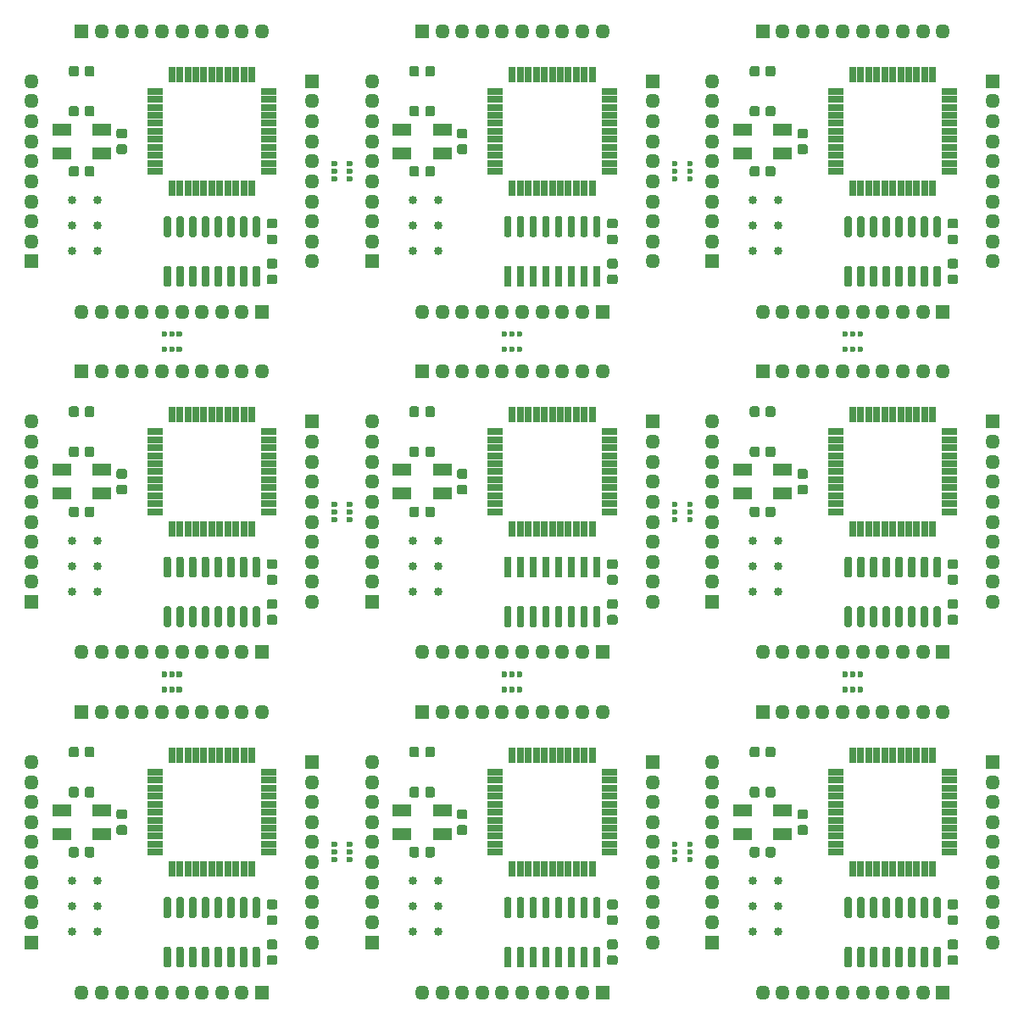
<source format=gts>
G04 #@! TF.GenerationSoftware,KiCad,Pcbnew,(5.1.5)-3*
G04 #@! TF.CreationDate,2021-06-29T22:10:07+07:00*
G04 #@! TF.ProjectId,noname,6e6f6e61-6d65-42e6-9b69-6361645f7063,rev?*
G04 #@! TF.SameCoordinates,Original*
G04 #@! TF.FileFunction,Soldermask,Top*
G04 #@! TF.FilePolarity,Negative*
%FSLAX46Y46*%
G04 Gerber Fmt 4.6, Leading zero omitted, Abs format (unit mm)*
G04 Created by KiCad (PCBNEW (5.1.5)-3) date 2021-06-29 22:10:07*
%MOMM*%
%LPD*%
G04 APERTURE LIST*
%ADD10C,0.600000*%
%ADD11C,0.100000*%
%ADD12R,1.450000X1.450000*%
%ADD13O,1.450000X1.450000*%
%ADD14R,1.900000X1.300000*%
%ADD15R,1.600000X0.650000*%
%ADD16R,0.650000X1.600000*%
%ADD17C,0.850000*%
G04 APERTURE END LIST*
D10*
X163262540Y-123535960D03*
X164762540Y-123535960D03*
X164762540Y-125035960D03*
X163262540Y-125035960D03*
X164012540Y-123535960D03*
X164012540Y-125035960D03*
X129262540Y-123535960D03*
X130762540Y-123535960D03*
X130762540Y-125035960D03*
X129262540Y-125035960D03*
X130012540Y-123535960D03*
X130012540Y-125035960D03*
X95262540Y-123535960D03*
X96762540Y-123535960D03*
X96762540Y-125035960D03*
X95262540Y-125035960D03*
X96012540Y-123535960D03*
X96012540Y-125035960D03*
X163262540Y-89535960D03*
X164762540Y-89535960D03*
X164762540Y-91035960D03*
X163262540Y-91035960D03*
X164012540Y-89535960D03*
X164012540Y-91035960D03*
X129262540Y-89535960D03*
X130762540Y-89535960D03*
X130762540Y-91035960D03*
X129262540Y-91035960D03*
X130012540Y-89535960D03*
X130012540Y-91035960D03*
X95262540Y-89535960D03*
X96762540Y-89535960D03*
X96762540Y-91035960D03*
X95262540Y-91035960D03*
X96012540Y-89535960D03*
X96012540Y-91035960D03*
X163262540Y-123571960D03*
X164762540Y-123571960D03*
X164762540Y-125071960D03*
X163262540Y-125071960D03*
X164012540Y-123571960D03*
X164012540Y-125071960D03*
X129262540Y-123571960D03*
X130762540Y-123571960D03*
X130762540Y-125071960D03*
X129262540Y-125071960D03*
X130012540Y-123571960D03*
X130012540Y-125071960D03*
X95262540Y-123571960D03*
X96762540Y-123571960D03*
X96762540Y-125071960D03*
X95262540Y-125071960D03*
X96012540Y-123571960D03*
X96012540Y-125071960D03*
X163262540Y-89571960D03*
X164762540Y-89571960D03*
X164762540Y-91071960D03*
X163262540Y-91071960D03*
X164012540Y-89571960D03*
X164012540Y-91071960D03*
X129262540Y-89571960D03*
X130762540Y-89571960D03*
X130762540Y-91071960D03*
X129262540Y-91071960D03*
X130012540Y-89571960D03*
X130012540Y-91071960D03*
X95262540Y-89571960D03*
X96762540Y-89571960D03*
X96762540Y-91071960D03*
X95262540Y-91071960D03*
X96012540Y-89571960D03*
X96012540Y-91071960D03*
X163262540Y-123535960D03*
X164762540Y-123535960D03*
X164762540Y-125035960D03*
X163262540Y-125035960D03*
X164012540Y-123535960D03*
X164012540Y-125035960D03*
X129262540Y-123535960D03*
X130762540Y-123535960D03*
X130762540Y-125035960D03*
X129262540Y-125035960D03*
X130012540Y-123535960D03*
X130012540Y-125035960D03*
X95262540Y-123535960D03*
X96762540Y-123535960D03*
X96762540Y-125035960D03*
X95262540Y-125035960D03*
X96012540Y-123535960D03*
X96012540Y-125035960D03*
X163262540Y-89535960D03*
X164762540Y-89535960D03*
X164762540Y-91035960D03*
X163262540Y-91035960D03*
X164012540Y-89535960D03*
X164012540Y-91035960D03*
X129262540Y-89535960D03*
X130762540Y-89535960D03*
X130762540Y-91035960D03*
X129262540Y-91035960D03*
X130012540Y-89535960D03*
X130012540Y-91035960D03*
X95262540Y-89535960D03*
X96762540Y-89535960D03*
X96762540Y-91035960D03*
X95262540Y-91035960D03*
X96012540Y-89535960D03*
X96012540Y-91035960D03*
D11*
G36*
X174320342Y-150028774D02*
G01*
X174344003Y-150032284D01*
X174367207Y-150038096D01*
X174389729Y-150046154D01*
X174411353Y-150056382D01*
X174431870Y-150068679D01*
X174451083Y-150082929D01*
X174468807Y-150098993D01*
X174484871Y-150116717D01*
X174499121Y-150135930D01*
X174511418Y-150156447D01*
X174521646Y-150178071D01*
X174529704Y-150200593D01*
X174535516Y-150223797D01*
X174539026Y-150247458D01*
X174540200Y-150271350D01*
X174540200Y-150758850D01*
X174539026Y-150782742D01*
X174535516Y-150806403D01*
X174529704Y-150829607D01*
X174521646Y-150852129D01*
X174511418Y-150873753D01*
X174499121Y-150894270D01*
X174484871Y-150913483D01*
X174468807Y-150931207D01*
X174451083Y-150947271D01*
X174431870Y-150961521D01*
X174411353Y-150973818D01*
X174389729Y-150984046D01*
X174367207Y-150992104D01*
X174344003Y-150997916D01*
X174320342Y-151001426D01*
X174296450Y-151002600D01*
X173733950Y-151002600D01*
X173710058Y-151001426D01*
X173686397Y-150997916D01*
X173663193Y-150992104D01*
X173640671Y-150984046D01*
X173619047Y-150973818D01*
X173598530Y-150961521D01*
X173579317Y-150947271D01*
X173561593Y-150931207D01*
X173545529Y-150913483D01*
X173531279Y-150894270D01*
X173518982Y-150873753D01*
X173508754Y-150852129D01*
X173500696Y-150829607D01*
X173494884Y-150806403D01*
X173491374Y-150782742D01*
X173490200Y-150758850D01*
X173490200Y-150271350D01*
X173491374Y-150247458D01*
X173494884Y-150223797D01*
X173500696Y-150200593D01*
X173508754Y-150178071D01*
X173518982Y-150156447D01*
X173531279Y-150135930D01*
X173545529Y-150116717D01*
X173561593Y-150098993D01*
X173579317Y-150082929D01*
X173598530Y-150068679D01*
X173619047Y-150056382D01*
X173640671Y-150046154D01*
X173663193Y-150038096D01*
X173686397Y-150032284D01*
X173710058Y-150028774D01*
X173733950Y-150027600D01*
X174296450Y-150027600D01*
X174320342Y-150028774D01*
G37*
G36*
X174320342Y-151603774D02*
G01*
X174344003Y-151607284D01*
X174367207Y-151613096D01*
X174389729Y-151621154D01*
X174411353Y-151631382D01*
X174431870Y-151643679D01*
X174451083Y-151657929D01*
X174468807Y-151673993D01*
X174484871Y-151691717D01*
X174499121Y-151710930D01*
X174511418Y-151731447D01*
X174521646Y-151753071D01*
X174529704Y-151775593D01*
X174535516Y-151798797D01*
X174539026Y-151822458D01*
X174540200Y-151846350D01*
X174540200Y-152333850D01*
X174539026Y-152357742D01*
X174535516Y-152381403D01*
X174529704Y-152404607D01*
X174521646Y-152427129D01*
X174511418Y-152448753D01*
X174499121Y-152469270D01*
X174484871Y-152488483D01*
X174468807Y-152506207D01*
X174451083Y-152522271D01*
X174431870Y-152536521D01*
X174411353Y-152548818D01*
X174389729Y-152559046D01*
X174367207Y-152567104D01*
X174344003Y-152572916D01*
X174320342Y-152576426D01*
X174296450Y-152577600D01*
X173733950Y-152577600D01*
X173710058Y-152576426D01*
X173686397Y-152572916D01*
X173663193Y-152567104D01*
X173640671Y-152559046D01*
X173619047Y-152548818D01*
X173598530Y-152536521D01*
X173579317Y-152522271D01*
X173561593Y-152506207D01*
X173545529Y-152488483D01*
X173531279Y-152469270D01*
X173518982Y-152448753D01*
X173508754Y-152427129D01*
X173500696Y-152404607D01*
X173494884Y-152381403D01*
X173491374Y-152357742D01*
X173490200Y-152333850D01*
X173490200Y-151846350D01*
X173491374Y-151822458D01*
X173494884Y-151798797D01*
X173500696Y-151775593D01*
X173508754Y-151753071D01*
X173518982Y-151731447D01*
X173531279Y-151710930D01*
X173545529Y-151691717D01*
X173561593Y-151673993D01*
X173579317Y-151657929D01*
X173598530Y-151643679D01*
X173619047Y-151631382D01*
X173640671Y-151621154D01*
X173663193Y-151613096D01*
X173686397Y-151607284D01*
X173710058Y-151603774D01*
X173733950Y-151602600D01*
X174296450Y-151602600D01*
X174320342Y-151603774D01*
G37*
G36*
X140320342Y-150028774D02*
G01*
X140344003Y-150032284D01*
X140367207Y-150038096D01*
X140389729Y-150046154D01*
X140411353Y-150056382D01*
X140431870Y-150068679D01*
X140451083Y-150082929D01*
X140468807Y-150098993D01*
X140484871Y-150116717D01*
X140499121Y-150135930D01*
X140511418Y-150156447D01*
X140521646Y-150178071D01*
X140529704Y-150200593D01*
X140535516Y-150223797D01*
X140539026Y-150247458D01*
X140540200Y-150271350D01*
X140540200Y-150758850D01*
X140539026Y-150782742D01*
X140535516Y-150806403D01*
X140529704Y-150829607D01*
X140521646Y-150852129D01*
X140511418Y-150873753D01*
X140499121Y-150894270D01*
X140484871Y-150913483D01*
X140468807Y-150931207D01*
X140451083Y-150947271D01*
X140431870Y-150961521D01*
X140411353Y-150973818D01*
X140389729Y-150984046D01*
X140367207Y-150992104D01*
X140344003Y-150997916D01*
X140320342Y-151001426D01*
X140296450Y-151002600D01*
X139733950Y-151002600D01*
X139710058Y-151001426D01*
X139686397Y-150997916D01*
X139663193Y-150992104D01*
X139640671Y-150984046D01*
X139619047Y-150973818D01*
X139598530Y-150961521D01*
X139579317Y-150947271D01*
X139561593Y-150931207D01*
X139545529Y-150913483D01*
X139531279Y-150894270D01*
X139518982Y-150873753D01*
X139508754Y-150852129D01*
X139500696Y-150829607D01*
X139494884Y-150806403D01*
X139491374Y-150782742D01*
X139490200Y-150758850D01*
X139490200Y-150271350D01*
X139491374Y-150247458D01*
X139494884Y-150223797D01*
X139500696Y-150200593D01*
X139508754Y-150178071D01*
X139518982Y-150156447D01*
X139531279Y-150135930D01*
X139545529Y-150116717D01*
X139561593Y-150098993D01*
X139579317Y-150082929D01*
X139598530Y-150068679D01*
X139619047Y-150056382D01*
X139640671Y-150046154D01*
X139663193Y-150038096D01*
X139686397Y-150032284D01*
X139710058Y-150028774D01*
X139733950Y-150027600D01*
X140296450Y-150027600D01*
X140320342Y-150028774D01*
G37*
G36*
X140320342Y-151603774D02*
G01*
X140344003Y-151607284D01*
X140367207Y-151613096D01*
X140389729Y-151621154D01*
X140411353Y-151631382D01*
X140431870Y-151643679D01*
X140451083Y-151657929D01*
X140468807Y-151673993D01*
X140484871Y-151691717D01*
X140499121Y-151710930D01*
X140511418Y-151731447D01*
X140521646Y-151753071D01*
X140529704Y-151775593D01*
X140535516Y-151798797D01*
X140539026Y-151822458D01*
X140540200Y-151846350D01*
X140540200Y-152333850D01*
X140539026Y-152357742D01*
X140535516Y-152381403D01*
X140529704Y-152404607D01*
X140521646Y-152427129D01*
X140511418Y-152448753D01*
X140499121Y-152469270D01*
X140484871Y-152488483D01*
X140468807Y-152506207D01*
X140451083Y-152522271D01*
X140431870Y-152536521D01*
X140411353Y-152548818D01*
X140389729Y-152559046D01*
X140367207Y-152567104D01*
X140344003Y-152572916D01*
X140320342Y-152576426D01*
X140296450Y-152577600D01*
X139733950Y-152577600D01*
X139710058Y-152576426D01*
X139686397Y-152572916D01*
X139663193Y-152567104D01*
X139640671Y-152559046D01*
X139619047Y-152548818D01*
X139598530Y-152536521D01*
X139579317Y-152522271D01*
X139561593Y-152506207D01*
X139545529Y-152488483D01*
X139531279Y-152469270D01*
X139518982Y-152448753D01*
X139508754Y-152427129D01*
X139500696Y-152404607D01*
X139494884Y-152381403D01*
X139491374Y-152357742D01*
X139490200Y-152333850D01*
X139490200Y-151846350D01*
X139491374Y-151822458D01*
X139494884Y-151798797D01*
X139500696Y-151775593D01*
X139508754Y-151753071D01*
X139518982Y-151731447D01*
X139531279Y-151710930D01*
X139545529Y-151691717D01*
X139561593Y-151673993D01*
X139579317Y-151657929D01*
X139598530Y-151643679D01*
X139619047Y-151631382D01*
X139640671Y-151621154D01*
X139663193Y-151613096D01*
X139686397Y-151607284D01*
X139710058Y-151603774D01*
X139733950Y-151602600D01*
X140296450Y-151602600D01*
X140320342Y-151603774D01*
G37*
G36*
X106320342Y-150028774D02*
G01*
X106344003Y-150032284D01*
X106367207Y-150038096D01*
X106389729Y-150046154D01*
X106411353Y-150056382D01*
X106431870Y-150068679D01*
X106451083Y-150082929D01*
X106468807Y-150098993D01*
X106484871Y-150116717D01*
X106499121Y-150135930D01*
X106511418Y-150156447D01*
X106521646Y-150178071D01*
X106529704Y-150200593D01*
X106535516Y-150223797D01*
X106539026Y-150247458D01*
X106540200Y-150271350D01*
X106540200Y-150758850D01*
X106539026Y-150782742D01*
X106535516Y-150806403D01*
X106529704Y-150829607D01*
X106521646Y-150852129D01*
X106511418Y-150873753D01*
X106499121Y-150894270D01*
X106484871Y-150913483D01*
X106468807Y-150931207D01*
X106451083Y-150947271D01*
X106431870Y-150961521D01*
X106411353Y-150973818D01*
X106389729Y-150984046D01*
X106367207Y-150992104D01*
X106344003Y-150997916D01*
X106320342Y-151001426D01*
X106296450Y-151002600D01*
X105733950Y-151002600D01*
X105710058Y-151001426D01*
X105686397Y-150997916D01*
X105663193Y-150992104D01*
X105640671Y-150984046D01*
X105619047Y-150973818D01*
X105598530Y-150961521D01*
X105579317Y-150947271D01*
X105561593Y-150931207D01*
X105545529Y-150913483D01*
X105531279Y-150894270D01*
X105518982Y-150873753D01*
X105508754Y-150852129D01*
X105500696Y-150829607D01*
X105494884Y-150806403D01*
X105491374Y-150782742D01*
X105490200Y-150758850D01*
X105490200Y-150271350D01*
X105491374Y-150247458D01*
X105494884Y-150223797D01*
X105500696Y-150200593D01*
X105508754Y-150178071D01*
X105518982Y-150156447D01*
X105531279Y-150135930D01*
X105545529Y-150116717D01*
X105561593Y-150098993D01*
X105579317Y-150082929D01*
X105598530Y-150068679D01*
X105619047Y-150056382D01*
X105640671Y-150046154D01*
X105663193Y-150038096D01*
X105686397Y-150032284D01*
X105710058Y-150028774D01*
X105733950Y-150027600D01*
X106296450Y-150027600D01*
X106320342Y-150028774D01*
G37*
G36*
X106320342Y-151603774D02*
G01*
X106344003Y-151607284D01*
X106367207Y-151613096D01*
X106389729Y-151621154D01*
X106411353Y-151631382D01*
X106431870Y-151643679D01*
X106451083Y-151657929D01*
X106468807Y-151673993D01*
X106484871Y-151691717D01*
X106499121Y-151710930D01*
X106511418Y-151731447D01*
X106521646Y-151753071D01*
X106529704Y-151775593D01*
X106535516Y-151798797D01*
X106539026Y-151822458D01*
X106540200Y-151846350D01*
X106540200Y-152333850D01*
X106539026Y-152357742D01*
X106535516Y-152381403D01*
X106529704Y-152404607D01*
X106521646Y-152427129D01*
X106511418Y-152448753D01*
X106499121Y-152469270D01*
X106484871Y-152488483D01*
X106468807Y-152506207D01*
X106451083Y-152522271D01*
X106431870Y-152536521D01*
X106411353Y-152548818D01*
X106389729Y-152559046D01*
X106367207Y-152567104D01*
X106344003Y-152572916D01*
X106320342Y-152576426D01*
X106296450Y-152577600D01*
X105733950Y-152577600D01*
X105710058Y-152576426D01*
X105686397Y-152572916D01*
X105663193Y-152567104D01*
X105640671Y-152559046D01*
X105619047Y-152548818D01*
X105598530Y-152536521D01*
X105579317Y-152522271D01*
X105561593Y-152506207D01*
X105545529Y-152488483D01*
X105531279Y-152469270D01*
X105518982Y-152448753D01*
X105508754Y-152427129D01*
X105500696Y-152404607D01*
X105494884Y-152381403D01*
X105491374Y-152357742D01*
X105490200Y-152333850D01*
X105490200Y-151846350D01*
X105491374Y-151822458D01*
X105494884Y-151798797D01*
X105500696Y-151775593D01*
X105508754Y-151753071D01*
X105518982Y-151731447D01*
X105531279Y-151710930D01*
X105545529Y-151691717D01*
X105561593Y-151673993D01*
X105579317Y-151657929D01*
X105598530Y-151643679D01*
X105619047Y-151631382D01*
X105640671Y-151621154D01*
X105663193Y-151613096D01*
X105686397Y-151607284D01*
X105710058Y-151603774D01*
X105733950Y-151602600D01*
X106296450Y-151602600D01*
X106320342Y-151603774D01*
G37*
G36*
X174320342Y-116028774D02*
G01*
X174344003Y-116032284D01*
X174367207Y-116038096D01*
X174389729Y-116046154D01*
X174411353Y-116056382D01*
X174431870Y-116068679D01*
X174451083Y-116082929D01*
X174468807Y-116098993D01*
X174484871Y-116116717D01*
X174499121Y-116135930D01*
X174511418Y-116156447D01*
X174521646Y-116178071D01*
X174529704Y-116200593D01*
X174535516Y-116223797D01*
X174539026Y-116247458D01*
X174540200Y-116271350D01*
X174540200Y-116758850D01*
X174539026Y-116782742D01*
X174535516Y-116806403D01*
X174529704Y-116829607D01*
X174521646Y-116852129D01*
X174511418Y-116873753D01*
X174499121Y-116894270D01*
X174484871Y-116913483D01*
X174468807Y-116931207D01*
X174451083Y-116947271D01*
X174431870Y-116961521D01*
X174411353Y-116973818D01*
X174389729Y-116984046D01*
X174367207Y-116992104D01*
X174344003Y-116997916D01*
X174320342Y-117001426D01*
X174296450Y-117002600D01*
X173733950Y-117002600D01*
X173710058Y-117001426D01*
X173686397Y-116997916D01*
X173663193Y-116992104D01*
X173640671Y-116984046D01*
X173619047Y-116973818D01*
X173598530Y-116961521D01*
X173579317Y-116947271D01*
X173561593Y-116931207D01*
X173545529Y-116913483D01*
X173531279Y-116894270D01*
X173518982Y-116873753D01*
X173508754Y-116852129D01*
X173500696Y-116829607D01*
X173494884Y-116806403D01*
X173491374Y-116782742D01*
X173490200Y-116758850D01*
X173490200Y-116271350D01*
X173491374Y-116247458D01*
X173494884Y-116223797D01*
X173500696Y-116200593D01*
X173508754Y-116178071D01*
X173518982Y-116156447D01*
X173531279Y-116135930D01*
X173545529Y-116116717D01*
X173561593Y-116098993D01*
X173579317Y-116082929D01*
X173598530Y-116068679D01*
X173619047Y-116056382D01*
X173640671Y-116046154D01*
X173663193Y-116038096D01*
X173686397Y-116032284D01*
X173710058Y-116028774D01*
X173733950Y-116027600D01*
X174296450Y-116027600D01*
X174320342Y-116028774D01*
G37*
G36*
X174320342Y-117603774D02*
G01*
X174344003Y-117607284D01*
X174367207Y-117613096D01*
X174389729Y-117621154D01*
X174411353Y-117631382D01*
X174431870Y-117643679D01*
X174451083Y-117657929D01*
X174468807Y-117673993D01*
X174484871Y-117691717D01*
X174499121Y-117710930D01*
X174511418Y-117731447D01*
X174521646Y-117753071D01*
X174529704Y-117775593D01*
X174535516Y-117798797D01*
X174539026Y-117822458D01*
X174540200Y-117846350D01*
X174540200Y-118333850D01*
X174539026Y-118357742D01*
X174535516Y-118381403D01*
X174529704Y-118404607D01*
X174521646Y-118427129D01*
X174511418Y-118448753D01*
X174499121Y-118469270D01*
X174484871Y-118488483D01*
X174468807Y-118506207D01*
X174451083Y-118522271D01*
X174431870Y-118536521D01*
X174411353Y-118548818D01*
X174389729Y-118559046D01*
X174367207Y-118567104D01*
X174344003Y-118572916D01*
X174320342Y-118576426D01*
X174296450Y-118577600D01*
X173733950Y-118577600D01*
X173710058Y-118576426D01*
X173686397Y-118572916D01*
X173663193Y-118567104D01*
X173640671Y-118559046D01*
X173619047Y-118548818D01*
X173598530Y-118536521D01*
X173579317Y-118522271D01*
X173561593Y-118506207D01*
X173545529Y-118488483D01*
X173531279Y-118469270D01*
X173518982Y-118448753D01*
X173508754Y-118427129D01*
X173500696Y-118404607D01*
X173494884Y-118381403D01*
X173491374Y-118357742D01*
X173490200Y-118333850D01*
X173490200Y-117846350D01*
X173491374Y-117822458D01*
X173494884Y-117798797D01*
X173500696Y-117775593D01*
X173508754Y-117753071D01*
X173518982Y-117731447D01*
X173531279Y-117710930D01*
X173545529Y-117691717D01*
X173561593Y-117673993D01*
X173579317Y-117657929D01*
X173598530Y-117643679D01*
X173619047Y-117631382D01*
X173640671Y-117621154D01*
X173663193Y-117613096D01*
X173686397Y-117607284D01*
X173710058Y-117603774D01*
X173733950Y-117602600D01*
X174296450Y-117602600D01*
X174320342Y-117603774D01*
G37*
G36*
X140320342Y-116028774D02*
G01*
X140344003Y-116032284D01*
X140367207Y-116038096D01*
X140389729Y-116046154D01*
X140411353Y-116056382D01*
X140431870Y-116068679D01*
X140451083Y-116082929D01*
X140468807Y-116098993D01*
X140484871Y-116116717D01*
X140499121Y-116135930D01*
X140511418Y-116156447D01*
X140521646Y-116178071D01*
X140529704Y-116200593D01*
X140535516Y-116223797D01*
X140539026Y-116247458D01*
X140540200Y-116271350D01*
X140540200Y-116758850D01*
X140539026Y-116782742D01*
X140535516Y-116806403D01*
X140529704Y-116829607D01*
X140521646Y-116852129D01*
X140511418Y-116873753D01*
X140499121Y-116894270D01*
X140484871Y-116913483D01*
X140468807Y-116931207D01*
X140451083Y-116947271D01*
X140431870Y-116961521D01*
X140411353Y-116973818D01*
X140389729Y-116984046D01*
X140367207Y-116992104D01*
X140344003Y-116997916D01*
X140320342Y-117001426D01*
X140296450Y-117002600D01*
X139733950Y-117002600D01*
X139710058Y-117001426D01*
X139686397Y-116997916D01*
X139663193Y-116992104D01*
X139640671Y-116984046D01*
X139619047Y-116973818D01*
X139598530Y-116961521D01*
X139579317Y-116947271D01*
X139561593Y-116931207D01*
X139545529Y-116913483D01*
X139531279Y-116894270D01*
X139518982Y-116873753D01*
X139508754Y-116852129D01*
X139500696Y-116829607D01*
X139494884Y-116806403D01*
X139491374Y-116782742D01*
X139490200Y-116758850D01*
X139490200Y-116271350D01*
X139491374Y-116247458D01*
X139494884Y-116223797D01*
X139500696Y-116200593D01*
X139508754Y-116178071D01*
X139518982Y-116156447D01*
X139531279Y-116135930D01*
X139545529Y-116116717D01*
X139561593Y-116098993D01*
X139579317Y-116082929D01*
X139598530Y-116068679D01*
X139619047Y-116056382D01*
X139640671Y-116046154D01*
X139663193Y-116038096D01*
X139686397Y-116032284D01*
X139710058Y-116028774D01*
X139733950Y-116027600D01*
X140296450Y-116027600D01*
X140320342Y-116028774D01*
G37*
G36*
X140320342Y-117603774D02*
G01*
X140344003Y-117607284D01*
X140367207Y-117613096D01*
X140389729Y-117621154D01*
X140411353Y-117631382D01*
X140431870Y-117643679D01*
X140451083Y-117657929D01*
X140468807Y-117673993D01*
X140484871Y-117691717D01*
X140499121Y-117710930D01*
X140511418Y-117731447D01*
X140521646Y-117753071D01*
X140529704Y-117775593D01*
X140535516Y-117798797D01*
X140539026Y-117822458D01*
X140540200Y-117846350D01*
X140540200Y-118333850D01*
X140539026Y-118357742D01*
X140535516Y-118381403D01*
X140529704Y-118404607D01*
X140521646Y-118427129D01*
X140511418Y-118448753D01*
X140499121Y-118469270D01*
X140484871Y-118488483D01*
X140468807Y-118506207D01*
X140451083Y-118522271D01*
X140431870Y-118536521D01*
X140411353Y-118548818D01*
X140389729Y-118559046D01*
X140367207Y-118567104D01*
X140344003Y-118572916D01*
X140320342Y-118576426D01*
X140296450Y-118577600D01*
X139733950Y-118577600D01*
X139710058Y-118576426D01*
X139686397Y-118572916D01*
X139663193Y-118567104D01*
X139640671Y-118559046D01*
X139619047Y-118548818D01*
X139598530Y-118536521D01*
X139579317Y-118522271D01*
X139561593Y-118506207D01*
X139545529Y-118488483D01*
X139531279Y-118469270D01*
X139518982Y-118448753D01*
X139508754Y-118427129D01*
X139500696Y-118404607D01*
X139494884Y-118381403D01*
X139491374Y-118357742D01*
X139490200Y-118333850D01*
X139490200Y-117846350D01*
X139491374Y-117822458D01*
X139494884Y-117798797D01*
X139500696Y-117775593D01*
X139508754Y-117753071D01*
X139518982Y-117731447D01*
X139531279Y-117710930D01*
X139545529Y-117691717D01*
X139561593Y-117673993D01*
X139579317Y-117657929D01*
X139598530Y-117643679D01*
X139619047Y-117631382D01*
X139640671Y-117621154D01*
X139663193Y-117613096D01*
X139686397Y-117607284D01*
X139710058Y-117603774D01*
X139733950Y-117602600D01*
X140296450Y-117602600D01*
X140320342Y-117603774D01*
G37*
G36*
X106320342Y-116028774D02*
G01*
X106344003Y-116032284D01*
X106367207Y-116038096D01*
X106389729Y-116046154D01*
X106411353Y-116056382D01*
X106431870Y-116068679D01*
X106451083Y-116082929D01*
X106468807Y-116098993D01*
X106484871Y-116116717D01*
X106499121Y-116135930D01*
X106511418Y-116156447D01*
X106521646Y-116178071D01*
X106529704Y-116200593D01*
X106535516Y-116223797D01*
X106539026Y-116247458D01*
X106540200Y-116271350D01*
X106540200Y-116758850D01*
X106539026Y-116782742D01*
X106535516Y-116806403D01*
X106529704Y-116829607D01*
X106521646Y-116852129D01*
X106511418Y-116873753D01*
X106499121Y-116894270D01*
X106484871Y-116913483D01*
X106468807Y-116931207D01*
X106451083Y-116947271D01*
X106431870Y-116961521D01*
X106411353Y-116973818D01*
X106389729Y-116984046D01*
X106367207Y-116992104D01*
X106344003Y-116997916D01*
X106320342Y-117001426D01*
X106296450Y-117002600D01*
X105733950Y-117002600D01*
X105710058Y-117001426D01*
X105686397Y-116997916D01*
X105663193Y-116992104D01*
X105640671Y-116984046D01*
X105619047Y-116973818D01*
X105598530Y-116961521D01*
X105579317Y-116947271D01*
X105561593Y-116931207D01*
X105545529Y-116913483D01*
X105531279Y-116894270D01*
X105518982Y-116873753D01*
X105508754Y-116852129D01*
X105500696Y-116829607D01*
X105494884Y-116806403D01*
X105491374Y-116782742D01*
X105490200Y-116758850D01*
X105490200Y-116271350D01*
X105491374Y-116247458D01*
X105494884Y-116223797D01*
X105500696Y-116200593D01*
X105508754Y-116178071D01*
X105518982Y-116156447D01*
X105531279Y-116135930D01*
X105545529Y-116116717D01*
X105561593Y-116098993D01*
X105579317Y-116082929D01*
X105598530Y-116068679D01*
X105619047Y-116056382D01*
X105640671Y-116046154D01*
X105663193Y-116038096D01*
X105686397Y-116032284D01*
X105710058Y-116028774D01*
X105733950Y-116027600D01*
X106296450Y-116027600D01*
X106320342Y-116028774D01*
G37*
G36*
X106320342Y-117603774D02*
G01*
X106344003Y-117607284D01*
X106367207Y-117613096D01*
X106389729Y-117621154D01*
X106411353Y-117631382D01*
X106431870Y-117643679D01*
X106451083Y-117657929D01*
X106468807Y-117673993D01*
X106484871Y-117691717D01*
X106499121Y-117710930D01*
X106511418Y-117731447D01*
X106521646Y-117753071D01*
X106529704Y-117775593D01*
X106535516Y-117798797D01*
X106539026Y-117822458D01*
X106540200Y-117846350D01*
X106540200Y-118333850D01*
X106539026Y-118357742D01*
X106535516Y-118381403D01*
X106529704Y-118404607D01*
X106521646Y-118427129D01*
X106511418Y-118448753D01*
X106499121Y-118469270D01*
X106484871Y-118488483D01*
X106468807Y-118506207D01*
X106451083Y-118522271D01*
X106431870Y-118536521D01*
X106411353Y-118548818D01*
X106389729Y-118559046D01*
X106367207Y-118567104D01*
X106344003Y-118572916D01*
X106320342Y-118576426D01*
X106296450Y-118577600D01*
X105733950Y-118577600D01*
X105710058Y-118576426D01*
X105686397Y-118572916D01*
X105663193Y-118567104D01*
X105640671Y-118559046D01*
X105619047Y-118548818D01*
X105598530Y-118536521D01*
X105579317Y-118522271D01*
X105561593Y-118506207D01*
X105545529Y-118488483D01*
X105531279Y-118469270D01*
X105518982Y-118448753D01*
X105508754Y-118427129D01*
X105500696Y-118404607D01*
X105494884Y-118381403D01*
X105491374Y-118357742D01*
X105490200Y-118333850D01*
X105490200Y-117846350D01*
X105491374Y-117822458D01*
X105494884Y-117798797D01*
X105500696Y-117775593D01*
X105508754Y-117753071D01*
X105518982Y-117731447D01*
X105531279Y-117710930D01*
X105545529Y-117691717D01*
X105561593Y-117673993D01*
X105579317Y-117657929D01*
X105598530Y-117643679D01*
X105619047Y-117631382D01*
X105640671Y-117621154D01*
X105663193Y-117613096D01*
X105686397Y-117607284D01*
X105710058Y-117603774D01*
X105733950Y-117602600D01*
X106296450Y-117602600D01*
X106320342Y-117603774D01*
G37*
G36*
X174320342Y-82028774D02*
G01*
X174344003Y-82032284D01*
X174367207Y-82038096D01*
X174389729Y-82046154D01*
X174411353Y-82056382D01*
X174431870Y-82068679D01*
X174451083Y-82082929D01*
X174468807Y-82098993D01*
X174484871Y-82116717D01*
X174499121Y-82135930D01*
X174511418Y-82156447D01*
X174521646Y-82178071D01*
X174529704Y-82200593D01*
X174535516Y-82223797D01*
X174539026Y-82247458D01*
X174540200Y-82271350D01*
X174540200Y-82758850D01*
X174539026Y-82782742D01*
X174535516Y-82806403D01*
X174529704Y-82829607D01*
X174521646Y-82852129D01*
X174511418Y-82873753D01*
X174499121Y-82894270D01*
X174484871Y-82913483D01*
X174468807Y-82931207D01*
X174451083Y-82947271D01*
X174431870Y-82961521D01*
X174411353Y-82973818D01*
X174389729Y-82984046D01*
X174367207Y-82992104D01*
X174344003Y-82997916D01*
X174320342Y-83001426D01*
X174296450Y-83002600D01*
X173733950Y-83002600D01*
X173710058Y-83001426D01*
X173686397Y-82997916D01*
X173663193Y-82992104D01*
X173640671Y-82984046D01*
X173619047Y-82973818D01*
X173598530Y-82961521D01*
X173579317Y-82947271D01*
X173561593Y-82931207D01*
X173545529Y-82913483D01*
X173531279Y-82894270D01*
X173518982Y-82873753D01*
X173508754Y-82852129D01*
X173500696Y-82829607D01*
X173494884Y-82806403D01*
X173491374Y-82782742D01*
X173490200Y-82758850D01*
X173490200Y-82271350D01*
X173491374Y-82247458D01*
X173494884Y-82223797D01*
X173500696Y-82200593D01*
X173508754Y-82178071D01*
X173518982Y-82156447D01*
X173531279Y-82135930D01*
X173545529Y-82116717D01*
X173561593Y-82098993D01*
X173579317Y-82082929D01*
X173598530Y-82068679D01*
X173619047Y-82056382D01*
X173640671Y-82046154D01*
X173663193Y-82038096D01*
X173686397Y-82032284D01*
X173710058Y-82028774D01*
X173733950Y-82027600D01*
X174296450Y-82027600D01*
X174320342Y-82028774D01*
G37*
G36*
X174320342Y-83603774D02*
G01*
X174344003Y-83607284D01*
X174367207Y-83613096D01*
X174389729Y-83621154D01*
X174411353Y-83631382D01*
X174431870Y-83643679D01*
X174451083Y-83657929D01*
X174468807Y-83673993D01*
X174484871Y-83691717D01*
X174499121Y-83710930D01*
X174511418Y-83731447D01*
X174521646Y-83753071D01*
X174529704Y-83775593D01*
X174535516Y-83798797D01*
X174539026Y-83822458D01*
X174540200Y-83846350D01*
X174540200Y-84333850D01*
X174539026Y-84357742D01*
X174535516Y-84381403D01*
X174529704Y-84404607D01*
X174521646Y-84427129D01*
X174511418Y-84448753D01*
X174499121Y-84469270D01*
X174484871Y-84488483D01*
X174468807Y-84506207D01*
X174451083Y-84522271D01*
X174431870Y-84536521D01*
X174411353Y-84548818D01*
X174389729Y-84559046D01*
X174367207Y-84567104D01*
X174344003Y-84572916D01*
X174320342Y-84576426D01*
X174296450Y-84577600D01*
X173733950Y-84577600D01*
X173710058Y-84576426D01*
X173686397Y-84572916D01*
X173663193Y-84567104D01*
X173640671Y-84559046D01*
X173619047Y-84548818D01*
X173598530Y-84536521D01*
X173579317Y-84522271D01*
X173561593Y-84506207D01*
X173545529Y-84488483D01*
X173531279Y-84469270D01*
X173518982Y-84448753D01*
X173508754Y-84427129D01*
X173500696Y-84404607D01*
X173494884Y-84381403D01*
X173491374Y-84357742D01*
X173490200Y-84333850D01*
X173490200Y-83846350D01*
X173491374Y-83822458D01*
X173494884Y-83798797D01*
X173500696Y-83775593D01*
X173508754Y-83753071D01*
X173518982Y-83731447D01*
X173531279Y-83710930D01*
X173545529Y-83691717D01*
X173561593Y-83673993D01*
X173579317Y-83657929D01*
X173598530Y-83643679D01*
X173619047Y-83631382D01*
X173640671Y-83621154D01*
X173663193Y-83613096D01*
X173686397Y-83607284D01*
X173710058Y-83603774D01*
X173733950Y-83602600D01*
X174296450Y-83602600D01*
X174320342Y-83603774D01*
G37*
G36*
X140320342Y-82028774D02*
G01*
X140344003Y-82032284D01*
X140367207Y-82038096D01*
X140389729Y-82046154D01*
X140411353Y-82056382D01*
X140431870Y-82068679D01*
X140451083Y-82082929D01*
X140468807Y-82098993D01*
X140484871Y-82116717D01*
X140499121Y-82135930D01*
X140511418Y-82156447D01*
X140521646Y-82178071D01*
X140529704Y-82200593D01*
X140535516Y-82223797D01*
X140539026Y-82247458D01*
X140540200Y-82271350D01*
X140540200Y-82758850D01*
X140539026Y-82782742D01*
X140535516Y-82806403D01*
X140529704Y-82829607D01*
X140521646Y-82852129D01*
X140511418Y-82873753D01*
X140499121Y-82894270D01*
X140484871Y-82913483D01*
X140468807Y-82931207D01*
X140451083Y-82947271D01*
X140431870Y-82961521D01*
X140411353Y-82973818D01*
X140389729Y-82984046D01*
X140367207Y-82992104D01*
X140344003Y-82997916D01*
X140320342Y-83001426D01*
X140296450Y-83002600D01*
X139733950Y-83002600D01*
X139710058Y-83001426D01*
X139686397Y-82997916D01*
X139663193Y-82992104D01*
X139640671Y-82984046D01*
X139619047Y-82973818D01*
X139598530Y-82961521D01*
X139579317Y-82947271D01*
X139561593Y-82931207D01*
X139545529Y-82913483D01*
X139531279Y-82894270D01*
X139518982Y-82873753D01*
X139508754Y-82852129D01*
X139500696Y-82829607D01*
X139494884Y-82806403D01*
X139491374Y-82782742D01*
X139490200Y-82758850D01*
X139490200Y-82271350D01*
X139491374Y-82247458D01*
X139494884Y-82223797D01*
X139500696Y-82200593D01*
X139508754Y-82178071D01*
X139518982Y-82156447D01*
X139531279Y-82135930D01*
X139545529Y-82116717D01*
X139561593Y-82098993D01*
X139579317Y-82082929D01*
X139598530Y-82068679D01*
X139619047Y-82056382D01*
X139640671Y-82046154D01*
X139663193Y-82038096D01*
X139686397Y-82032284D01*
X139710058Y-82028774D01*
X139733950Y-82027600D01*
X140296450Y-82027600D01*
X140320342Y-82028774D01*
G37*
G36*
X140320342Y-83603774D02*
G01*
X140344003Y-83607284D01*
X140367207Y-83613096D01*
X140389729Y-83621154D01*
X140411353Y-83631382D01*
X140431870Y-83643679D01*
X140451083Y-83657929D01*
X140468807Y-83673993D01*
X140484871Y-83691717D01*
X140499121Y-83710930D01*
X140511418Y-83731447D01*
X140521646Y-83753071D01*
X140529704Y-83775593D01*
X140535516Y-83798797D01*
X140539026Y-83822458D01*
X140540200Y-83846350D01*
X140540200Y-84333850D01*
X140539026Y-84357742D01*
X140535516Y-84381403D01*
X140529704Y-84404607D01*
X140521646Y-84427129D01*
X140511418Y-84448753D01*
X140499121Y-84469270D01*
X140484871Y-84488483D01*
X140468807Y-84506207D01*
X140451083Y-84522271D01*
X140431870Y-84536521D01*
X140411353Y-84548818D01*
X140389729Y-84559046D01*
X140367207Y-84567104D01*
X140344003Y-84572916D01*
X140320342Y-84576426D01*
X140296450Y-84577600D01*
X139733950Y-84577600D01*
X139710058Y-84576426D01*
X139686397Y-84572916D01*
X139663193Y-84567104D01*
X139640671Y-84559046D01*
X139619047Y-84548818D01*
X139598530Y-84536521D01*
X139579317Y-84522271D01*
X139561593Y-84506207D01*
X139545529Y-84488483D01*
X139531279Y-84469270D01*
X139518982Y-84448753D01*
X139508754Y-84427129D01*
X139500696Y-84404607D01*
X139494884Y-84381403D01*
X139491374Y-84357742D01*
X139490200Y-84333850D01*
X139490200Y-83846350D01*
X139491374Y-83822458D01*
X139494884Y-83798797D01*
X139500696Y-83775593D01*
X139508754Y-83753071D01*
X139518982Y-83731447D01*
X139531279Y-83710930D01*
X139545529Y-83691717D01*
X139561593Y-83673993D01*
X139579317Y-83657929D01*
X139598530Y-83643679D01*
X139619047Y-83631382D01*
X139640671Y-83621154D01*
X139663193Y-83613096D01*
X139686397Y-83607284D01*
X139710058Y-83603774D01*
X139733950Y-83602600D01*
X140296450Y-83602600D01*
X140320342Y-83603774D01*
G37*
G36*
X154495342Y-130778774D02*
G01*
X154519003Y-130782284D01*
X154542207Y-130788096D01*
X154564729Y-130796154D01*
X154586353Y-130806382D01*
X154606870Y-130818679D01*
X154626083Y-130832929D01*
X154643807Y-130848993D01*
X154659871Y-130866717D01*
X154674121Y-130885930D01*
X154686418Y-130906447D01*
X154696646Y-130928071D01*
X154704704Y-130950593D01*
X154710516Y-130973797D01*
X154714026Y-130997458D01*
X154715200Y-131021350D01*
X154715200Y-131583850D01*
X154714026Y-131607742D01*
X154710516Y-131631403D01*
X154704704Y-131654607D01*
X154696646Y-131677129D01*
X154686418Y-131698753D01*
X154674121Y-131719270D01*
X154659871Y-131738483D01*
X154643807Y-131756207D01*
X154626083Y-131772271D01*
X154606870Y-131786521D01*
X154586353Y-131798818D01*
X154564729Y-131809046D01*
X154542207Y-131817104D01*
X154519003Y-131822916D01*
X154495342Y-131826426D01*
X154471450Y-131827600D01*
X153983950Y-131827600D01*
X153960058Y-131826426D01*
X153936397Y-131822916D01*
X153913193Y-131817104D01*
X153890671Y-131809046D01*
X153869047Y-131798818D01*
X153848530Y-131786521D01*
X153829317Y-131772271D01*
X153811593Y-131756207D01*
X153795529Y-131738483D01*
X153781279Y-131719270D01*
X153768982Y-131698753D01*
X153758754Y-131677129D01*
X153750696Y-131654607D01*
X153744884Y-131631403D01*
X153741374Y-131607742D01*
X153740200Y-131583850D01*
X153740200Y-131021350D01*
X153741374Y-130997458D01*
X153744884Y-130973797D01*
X153750696Y-130950593D01*
X153758754Y-130928071D01*
X153768982Y-130906447D01*
X153781279Y-130885930D01*
X153795529Y-130866717D01*
X153811593Y-130848993D01*
X153829317Y-130832929D01*
X153848530Y-130818679D01*
X153869047Y-130806382D01*
X153890671Y-130796154D01*
X153913193Y-130788096D01*
X153936397Y-130782284D01*
X153960058Y-130778774D01*
X153983950Y-130777600D01*
X154471450Y-130777600D01*
X154495342Y-130778774D01*
G37*
G36*
X156070342Y-130778774D02*
G01*
X156094003Y-130782284D01*
X156117207Y-130788096D01*
X156139729Y-130796154D01*
X156161353Y-130806382D01*
X156181870Y-130818679D01*
X156201083Y-130832929D01*
X156218807Y-130848993D01*
X156234871Y-130866717D01*
X156249121Y-130885930D01*
X156261418Y-130906447D01*
X156271646Y-130928071D01*
X156279704Y-130950593D01*
X156285516Y-130973797D01*
X156289026Y-130997458D01*
X156290200Y-131021350D01*
X156290200Y-131583850D01*
X156289026Y-131607742D01*
X156285516Y-131631403D01*
X156279704Y-131654607D01*
X156271646Y-131677129D01*
X156261418Y-131698753D01*
X156249121Y-131719270D01*
X156234871Y-131738483D01*
X156218807Y-131756207D01*
X156201083Y-131772271D01*
X156181870Y-131786521D01*
X156161353Y-131798818D01*
X156139729Y-131809046D01*
X156117207Y-131817104D01*
X156094003Y-131822916D01*
X156070342Y-131826426D01*
X156046450Y-131827600D01*
X155558950Y-131827600D01*
X155535058Y-131826426D01*
X155511397Y-131822916D01*
X155488193Y-131817104D01*
X155465671Y-131809046D01*
X155444047Y-131798818D01*
X155423530Y-131786521D01*
X155404317Y-131772271D01*
X155386593Y-131756207D01*
X155370529Y-131738483D01*
X155356279Y-131719270D01*
X155343982Y-131698753D01*
X155333754Y-131677129D01*
X155325696Y-131654607D01*
X155319884Y-131631403D01*
X155316374Y-131607742D01*
X155315200Y-131583850D01*
X155315200Y-131021350D01*
X155316374Y-130997458D01*
X155319884Y-130973797D01*
X155325696Y-130950593D01*
X155333754Y-130928071D01*
X155343982Y-130906447D01*
X155356279Y-130885930D01*
X155370529Y-130866717D01*
X155386593Y-130848993D01*
X155404317Y-130832929D01*
X155423530Y-130818679D01*
X155444047Y-130806382D01*
X155465671Y-130796154D01*
X155488193Y-130788096D01*
X155511397Y-130782284D01*
X155535058Y-130778774D01*
X155558950Y-130777600D01*
X156046450Y-130777600D01*
X156070342Y-130778774D01*
G37*
G36*
X120495342Y-130778774D02*
G01*
X120519003Y-130782284D01*
X120542207Y-130788096D01*
X120564729Y-130796154D01*
X120586353Y-130806382D01*
X120606870Y-130818679D01*
X120626083Y-130832929D01*
X120643807Y-130848993D01*
X120659871Y-130866717D01*
X120674121Y-130885930D01*
X120686418Y-130906447D01*
X120696646Y-130928071D01*
X120704704Y-130950593D01*
X120710516Y-130973797D01*
X120714026Y-130997458D01*
X120715200Y-131021350D01*
X120715200Y-131583850D01*
X120714026Y-131607742D01*
X120710516Y-131631403D01*
X120704704Y-131654607D01*
X120696646Y-131677129D01*
X120686418Y-131698753D01*
X120674121Y-131719270D01*
X120659871Y-131738483D01*
X120643807Y-131756207D01*
X120626083Y-131772271D01*
X120606870Y-131786521D01*
X120586353Y-131798818D01*
X120564729Y-131809046D01*
X120542207Y-131817104D01*
X120519003Y-131822916D01*
X120495342Y-131826426D01*
X120471450Y-131827600D01*
X119983950Y-131827600D01*
X119960058Y-131826426D01*
X119936397Y-131822916D01*
X119913193Y-131817104D01*
X119890671Y-131809046D01*
X119869047Y-131798818D01*
X119848530Y-131786521D01*
X119829317Y-131772271D01*
X119811593Y-131756207D01*
X119795529Y-131738483D01*
X119781279Y-131719270D01*
X119768982Y-131698753D01*
X119758754Y-131677129D01*
X119750696Y-131654607D01*
X119744884Y-131631403D01*
X119741374Y-131607742D01*
X119740200Y-131583850D01*
X119740200Y-131021350D01*
X119741374Y-130997458D01*
X119744884Y-130973797D01*
X119750696Y-130950593D01*
X119758754Y-130928071D01*
X119768982Y-130906447D01*
X119781279Y-130885930D01*
X119795529Y-130866717D01*
X119811593Y-130848993D01*
X119829317Y-130832929D01*
X119848530Y-130818679D01*
X119869047Y-130806382D01*
X119890671Y-130796154D01*
X119913193Y-130788096D01*
X119936397Y-130782284D01*
X119960058Y-130778774D01*
X119983950Y-130777600D01*
X120471450Y-130777600D01*
X120495342Y-130778774D01*
G37*
G36*
X122070342Y-130778774D02*
G01*
X122094003Y-130782284D01*
X122117207Y-130788096D01*
X122139729Y-130796154D01*
X122161353Y-130806382D01*
X122181870Y-130818679D01*
X122201083Y-130832929D01*
X122218807Y-130848993D01*
X122234871Y-130866717D01*
X122249121Y-130885930D01*
X122261418Y-130906447D01*
X122271646Y-130928071D01*
X122279704Y-130950593D01*
X122285516Y-130973797D01*
X122289026Y-130997458D01*
X122290200Y-131021350D01*
X122290200Y-131583850D01*
X122289026Y-131607742D01*
X122285516Y-131631403D01*
X122279704Y-131654607D01*
X122271646Y-131677129D01*
X122261418Y-131698753D01*
X122249121Y-131719270D01*
X122234871Y-131738483D01*
X122218807Y-131756207D01*
X122201083Y-131772271D01*
X122181870Y-131786521D01*
X122161353Y-131798818D01*
X122139729Y-131809046D01*
X122117207Y-131817104D01*
X122094003Y-131822916D01*
X122070342Y-131826426D01*
X122046450Y-131827600D01*
X121558950Y-131827600D01*
X121535058Y-131826426D01*
X121511397Y-131822916D01*
X121488193Y-131817104D01*
X121465671Y-131809046D01*
X121444047Y-131798818D01*
X121423530Y-131786521D01*
X121404317Y-131772271D01*
X121386593Y-131756207D01*
X121370529Y-131738483D01*
X121356279Y-131719270D01*
X121343982Y-131698753D01*
X121333754Y-131677129D01*
X121325696Y-131654607D01*
X121319884Y-131631403D01*
X121316374Y-131607742D01*
X121315200Y-131583850D01*
X121315200Y-131021350D01*
X121316374Y-130997458D01*
X121319884Y-130973797D01*
X121325696Y-130950593D01*
X121333754Y-130928071D01*
X121343982Y-130906447D01*
X121356279Y-130885930D01*
X121370529Y-130866717D01*
X121386593Y-130848993D01*
X121404317Y-130832929D01*
X121423530Y-130818679D01*
X121444047Y-130806382D01*
X121465671Y-130796154D01*
X121488193Y-130788096D01*
X121511397Y-130782284D01*
X121535058Y-130778774D01*
X121558950Y-130777600D01*
X122046450Y-130777600D01*
X122070342Y-130778774D01*
G37*
G36*
X86495342Y-130778774D02*
G01*
X86519003Y-130782284D01*
X86542207Y-130788096D01*
X86564729Y-130796154D01*
X86586353Y-130806382D01*
X86606870Y-130818679D01*
X86626083Y-130832929D01*
X86643807Y-130848993D01*
X86659871Y-130866717D01*
X86674121Y-130885930D01*
X86686418Y-130906447D01*
X86696646Y-130928071D01*
X86704704Y-130950593D01*
X86710516Y-130973797D01*
X86714026Y-130997458D01*
X86715200Y-131021350D01*
X86715200Y-131583850D01*
X86714026Y-131607742D01*
X86710516Y-131631403D01*
X86704704Y-131654607D01*
X86696646Y-131677129D01*
X86686418Y-131698753D01*
X86674121Y-131719270D01*
X86659871Y-131738483D01*
X86643807Y-131756207D01*
X86626083Y-131772271D01*
X86606870Y-131786521D01*
X86586353Y-131798818D01*
X86564729Y-131809046D01*
X86542207Y-131817104D01*
X86519003Y-131822916D01*
X86495342Y-131826426D01*
X86471450Y-131827600D01*
X85983950Y-131827600D01*
X85960058Y-131826426D01*
X85936397Y-131822916D01*
X85913193Y-131817104D01*
X85890671Y-131809046D01*
X85869047Y-131798818D01*
X85848530Y-131786521D01*
X85829317Y-131772271D01*
X85811593Y-131756207D01*
X85795529Y-131738483D01*
X85781279Y-131719270D01*
X85768982Y-131698753D01*
X85758754Y-131677129D01*
X85750696Y-131654607D01*
X85744884Y-131631403D01*
X85741374Y-131607742D01*
X85740200Y-131583850D01*
X85740200Y-131021350D01*
X85741374Y-130997458D01*
X85744884Y-130973797D01*
X85750696Y-130950593D01*
X85758754Y-130928071D01*
X85768982Y-130906447D01*
X85781279Y-130885930D01*
X85795529Y-130866717D01*
X85811593Y-130848993D01*
X85829317Y-130832929D01*
X85848530Y-130818679D01*
X85869047Y-130806382D01*
X85890671Y-130796154D01*
X85913193Y-130788096D01*
X85936397Y-130782284D01*
X85960058Y-130778774D01*
X85983950Y-130777600D01*
X86471450Y-130777600D01*
X86495342Y-130778774D01*
G37*
G36*
X88070342Y-130778774D02*
G01*
X88094003Y-130782284D01*
X88117207Y-130788096D01*
X88139729Y-130796154D01*
X88161353Y-130806382D01*
X88181870Y-130818679D01*
X88201083Y-130832929D01*
X88218807Y-130848993D01*
X88234871Y-130866717D01*
X88249121Y-130885930D01*
X88261418Y-130906447D01*
X88271646Y-130928071D01*
X88279704Y-130950593D01*
X88285516Y-130973797D01*
X88289026Y-130997458D01*
X88290200Y-131021350D01*
X88290200Y-131583850D01*
X88289026Y-131607742D01*
X88285516Y-131631403D01*
X88279704Y-131654607D01*
X88271646Y-131677129D01*
X88261418Y-131698753D01*
X88249121Y-131719270D01*
X88234871Y-131738483D01*
X88218807Y-131756207D01*
X88201083Y-131772271D01*
X88181870Y-131786521D01*
X88161353Y-131798818D01*
X88139729Y-131809046D01*
X88117207Y-131817104D01*
X88094003Y-131822916D01*
X88070342Y-131826426D01*
X88046450Y-131827600D01*
X87558950Y-131827600D01*
X87535058Y-131826426D01*
X87511397Y-131822916D01*
X87488193Y-131817104D01*
X87465671Y-131809046D01*
X87444047Y-131798818D01*
X87423530Y-131786521D01*
X87404317Y-131772271D01*
X87386593Y-131756207D01*
X87370529Y-131738483D01*
X87356279Y-131719270D01*
X87343982Y-131698753D01*
X87333754Y-131677129D01*
X87325696Y-131654607D01*
X87319884Y-131631403D01*
X87316374Y-131607742D01*
X87315200Y-131583850D01*
X87315200Y-131021350D01*
X87316374Y-130997458D01*
X87319884Y-130973797D01*
X87325696Y-130950593D01*
X87333754Y-130928071D01*
X87343982Y-130906447D01*
X87356279Y-130885930D01*
X87370529Y-130866717D01*
X87386593Y-130848993D01*
X87404317Y-130832929D01*
X87423530Y-130818679D01*
X87444047Y-130806382D01*
X87465671Y-130796154D01*
X87488193Y-130788096D01*
X87511397Y-130782284D01*
X87535058Y-130778774D01*
X87558950Y-130777600D01*
X88046450Y-130777600D01*
X88070342Y-130778774D01*
G37*
G36*
X154495342Y-96778774D02*
G01*
X154519003Y-96782284D01*
X154542207Y-96788096D01*
X154564729Y-96796154D01*
X154586353Y-96806382D01*
X154606870Y-96818679D01*
X154626083Y-96832929D01*
X154643807Y-96848993D01*
X154659871Y-96866717D01*
X154674121Y-96885930D01*
X154686418Y-96906447D01*
X154696646Y-96928071D01*
X154704704Y-96950593D01*
X154710516Y-96973797D01*
X154714026Y-96997458D01*
X154715200Y-97021350D01*
X154715200Y-97583850D01*
X154714026Y-97607742D01*
X154710516Y-97631403D01*
X154704704Y-97654607D01*
X154696646Y-97677129D01*
X154686418Y-97698753D01*
X154674121Y-97719270D01*
X154659871Y-97738483D01*
X154643807Y-97756207D01*
X154626083Y-97772271D01*
X154606870Y-97786521D01*
X154586353Y-97798818D01*
X154564729Y-97809046D01*
X154542207Y-97817104D01*
X154519003Y-97822916D01*
X154495342Y-97826426D01*
X154471450Y-97827600D01*
X153983950Y-97827600D01*
X153960058Y-97826426D01*
X153936397Y-97822916D01*
X153913193Y-97817104D01*
X153890671Y-97809046D01*
X153869047Y-97798818D01*
X153848530Y-97786521D01*
X153829317Y-97772271D01*
X153811593Y-97756207D01*
X153795529Y-97738483D01*
X153781279Y-97719270D01*
X153768982Y-97698753D01*
X153758754Y-97677129D01*
X153750696Y-97654607D01*
X153744884Y-97631403D01*
X153741374Y-97607742D01*
X153740200Y-97583850D01*
X153740200Y-97021350D01*
X153741374Y-96997458D01*
X153744884Y-96973797D01*
X153750696Y-96950593D01*
X153758754Y-96928071D01*
X153768982Y-96906447D01*
X153781279Y-96885930D01*
X153795529Y-96866717D01*
X153811593Y-96848993D01*
X153829317Y-96832929D01*
X153848530Y-96818679D01*
X153869047Y-96806382D01*
X153890671Y-96796154D01*
X153913193Y-96788096D01*
X153936397Y-96782284D01*
X153960058Y-96778774D01*
X153983950Y-96777600D01*
X154471450Y-96777600D01*
X154495342Y-96778774D01*
G37*
G36*
X156070342Y-96778774D02*
G01*
X156094003Y-96782284D01*
X156117207Y-96788096D01*
X156139729Y-96796154D01*
X156161353Y-96806382D01*
X156181870Y-96818679D01*
X156201083Y-96832929D01*
X156218807Y-96848993D01*
X156234871Y-96866717D01*
X156249121Y-96885930D01*
X156261418Y-96906447D01*
X156271646Y-96928071D01*
X156279704Y-96950593D01*
X156285516Y-96973797D01*
X156289026Y-96997458D01*
X156290200Y-97021350D01*
X156290200Y-97583850D01*
X156289026Y-97607742D01*
X156285516Y-97631403D01*
X156279704Y-97654607D01*
X156271646Y-97677129D01*
X156261418Y-97698753D01*
X156249121Y-97719270D01*
X156234871Y-97738483D01*
X156218807Y-97756207D01*
X156201083Y-97772271D01*
X156181870Y-97786521D01*
X156161353Y-97798818D01*
X156139729Y-97809046D01*
X156117207Y-97817104D01*
X156094003Y-97822916D01*
X156070342Y-97826426D01*
X156046450Y-97827600D01*
X155558950Y-97827600D01*
X155535058Y-97826426D01*
X155511397Y-97822916D01*
X155488193Y-97817104D01*
X155465671Y-97809046D01*
X155444047Y-97798818D01*
X155423530Y-97786521D01*
X155404317Y-97772271D01*
X155386593Y-97756207D01*
X155370529Y-97738483D01*
X155356279Y-97719270D01*
X155343982Y-97698753D01*
X155333754Y-97677129D01*
X155325696Y-97654607D01*
X155319884Y-97631403D01*
X155316374Y-97607742D01*
X155315200Y-97583850D01*
X155315200Y-97021350D01*
X155316374Y-96997458D01*
X155319884Y-96973797D01*
X155325696Y-96950593D01*
X155333754Y-96928071D01*
X155343982Y-96906447D01*
X155356279Y-96885930D01*
X155370529Y-96866717D01*
X155386593Y-96848993D01*
X155404317Y-96832929D01*
X155423530Y-96818679D01*
X155444047Y-96806382D01*
X155465671Y-96796154D01*
X155488193Y-96788096D01*
X155511397Y-96782284D01*
X155535058Y-96778774D01*
X155558950Y-96777600D01*
X156046450Y-96777600D01*
X156070342Y-96778774D01*
G37*
G36*
X120495342Y-96778774D02*
G01*
X120519003Y-96782284D01*
X120542207Y-96788096D01*
X120564729Y-96796154D01*
X120586353Y-96806382D01*
X120606870Y-96818679D01*
X120626083Y-96832929D01*
X120643807Y-96848993D01*
X120659871Y-96866717D01*
X120674121Y-96885930D01*
X120686418Y-96906447D01*
X120696646Y-96928071D01*
X120704704Y-96950593D01*
X120710516Y-96973797D01*
X120714026Y-96997458D01*
X120715200Y-97021350D01*
X120715200Y-97583850D01*
X120714026Y-97607742D01*
X120710516Y-97631403D01*
X120704704Y-97654607D01*
X120696646Y-97677129D01*
X120686418Y-97698753D01*
X120674121Y-97719270D01*
X120659871Y-97738483D01*
X120643807Y-97756207D01*
X120626083Y-97772271D01*
X120606870Y-97786521D01*
X120586353Y-97798818D01*
X120564729Y-97809046D01*
X120542207Y-97817104D01*
X120519003Y-97822916D01*
X120495342Y-97826426D01*
X120471450Y-97827600D01*
X119983950Y-97827600D01*
X119960058Y-97826426D01*
X119936397Y-97822916D01*
X119913193Y-97817104D01*
X119890671Y-97809046D01*
X119869047Y-97798818D01*
X119848530Y-97786521D01*
X119829317Y-97772271D01*
X119811593Y-97756207D01*
X119795529Y-97738483D01*
X119781279Y-97719270D01*
X119768982Y-97698753D01*
X119758754Y-97677129D01*
X119750696Y-97654607D01*
X119744884Y-97631403D01*
X119741374Y-97607742D01*
X119740200Y-97583850D01*
X119740200Y-97021350D01*
X119741374Y-96997458D01*
X119744884Y-96973797D01*
X119750696Y-96950593D01*
X119758754Y-96928071D01*
X119768982Y-96906447D01*
X119781279Y-96885930D01*
X119795529Y-96866717D01*
X119811593Y-96848993D01*
X119829317Y-96832929D01*
X119848530Y-96818679D01*
X119869047Y-96806382D01*
X119890671Y-96796154D01*
X119913193Y-96788096D01*
X119936397Y-96782284D01*
X119960058Y-96778774D01*
X119983950Y-96777600D01*
X120471450Y-96777600D01*
X120495342Y-96778774D01*
G37*
G36*
X122070342Y-96778774D02*
G01*
X122094003Y-96782284D01*
X122117207Y-96788096D01*
X122139729Y-96796154D01*
X122161353Y-96806382D01*
X122181870Y-96818679D01*
X122201083Y-96832929D01*
X122218807Y-96848993D01*
X122234871Y-96866717D01*
X122249121Y-96885930D01*
X122261418Y-96906447D01*
X122271646Y-96928071D01*
X122279704Y-96950593D01*
X122285516Y-96973797D01*
X122289026Y-96997458D01*
X122290200Y-97021350D01*
X122290200Y-97583850D01*
X122289026Y-97607742D01*
X122285516Y-97631403D01*
X122279704Y-97654607D01*
X122271646Y-97677129D01*
X122261418Y-97698753D01*
X122249121Y-97719270D01*
X122234871Y-97738483D01*
X122218807Y-97756207D01*
X122201083Y-97772271D01*
X122181870Y-97786521D01*
X122161353Y-97798818D01*
X122139729Y-97809046D01*
X122117207Y-97817104D01*
X122094003Y-97822916D01*
X122070342Y-97826426D01*
X122046450Y-97827600D01*
X121558950Y-97827600D01*
X121535058Y-97826426D01*
X121511397Y-97822916D01*
X121488193Y-97817104D01*
X121465671Y-97809046D01*
X121444047Y-97798818D01*
X121423530Y-97786521D01*
X121404317Y-97772271D01*
X121386593Y-97756207D01*
X121370529Y-97738483D01*
X121356279Y-97719270D01*
X121343982Y-97698753D01*
X121333754Y-97677129D01*
X121325696Y-97654607D01*
X121319884Y-97631403D01*
X121316374Y-97607742D01*
X121315200Y-97583850D01*
X121315200Y-97021350D01*
X121316374Y-96997458D01*
X121319884Y-96973797D01*
X121325696Y-96950593D01*
X121333754Y-96928071D01*
X121343982Y-96906447D01*
X121356279Y-96885930D01*
X121370529Y-96866717D01*
X121386593Y-96848993D01*
X121404317Y-96832929D01*
X121423530Y-96818679D01*
X121444047Y-96806382D01*
X121465671Y-96796154D01*
X121488193Y-96788096D01*
X121511397Y-96782284D01*
X121535058Y-96778774D01*
X121558950Y-96777600D01*
X122046450Y-96777600D01*
X122070342Y-96778774D01*
G37*
G36*
X86495342Y-96778774D02*
G01*
X86519003Y-96782284D01*
X86542207Y-96788096D01*
X86564729Y-96796154D01*
X86586353Y-96806382D01*
X86606870Y-96818679D01*
X86626083Y-96832929D01*
X86643807Y-96848993D01*
X86659871Y-96866717D01*
X86674121Y-96885930D01*
X86686418Y-96906447D01*
X86696646Y-96928071D01*
X86704704Y-96950593D01*
X86710516Y-96973797D01*
X86714026Y-96997458D01*
X86715200Y-97021350D01*
X86715200Y-97583850D01*
X86714026Y-97607742D01*
X86710516Y-97631403D01*
X86704704Y-97654607D01*
X86696646Y-97677129D01*
X86686418Y-97698753D01*
X86674121Y-97719270D01*
X86659871Y-97738483D01*
X86643807Y-97756207D01*
X86626083Y-97772271D01*
X86606870Y-97786521D01*
X86586353Y-97798818D01*
X86564729Y-97809046D01*
X86542207Y-97817104D01*
X86519003Y-97822916D01*
X86495342Y-97826426D01*
X86471450Y-97827600D01*
X85983950Y-97827600D01*
X85960058Y-97826426D01*
X85936397Y-97822916D01*
X85913193Y-97817104D01*
X85890671Y-97809046D01*
X85869047Y-97798818D01*
X85848530Y-97786521D01*
X85829317Y-97772271D01*
X85811593Y-97756207D01*
X85795529Y-97738483D01*
X85781279Y-97719270D01*
X85768982Y-97698753D01*
X85758754Y-97677129D01*
X85750696Y-97654607D01*
X85744884Y-97631403D01*
X85741374Y-97607742D01*
X85740200Y-97583850D01*
X85740200Y-97021350D01*
X85741374Y-96997458D01*
X85744884Y-96973797D01*
X85750696Y-96950593D01*
X85758754Y-96928071D01*
X85768982Y-96906447D01*
X85781279Y-96885930D01*
X85795529Y-96866717D01*
X85811593Y-96848993D01*
X85829317Y-96832929D01*
X85848530Y-96818679D01*
X85869047Y-96806382D01*
X85890671Y-96796154D01*
X85913193Y-96788096D01*
X85936397Y-96782284D01*
X85960058Y-96778774D01*
X85983950Y-96777600D01*
X86471450Y-96777600D01*
X86495342Y-96778774D01*
G37*
G36*
X88070342Y-96778774D02*
G01*
X88094003Y-96782284D01*
X88117207Y-96788096D01*
X88139729Y-96796154D01*
X88161353Y-96806382D01*
X88181870Y-96818679D01*
X88201083Y-96832929D01*
X88218807Y-96848993D01*
X88234871Y-96866717D01*
X88249121Y-96885930D01*
X88261418Y-96906447D01*
X88271646Y-96928071D01*
X88279704Y-96950593D01*
X88285516Y-96973797D01*
X88289026Y-96997458D01*
X88290200Y-97021350D01*
X88290200Y-97583850D01*
X88289026Y-97607742D01*
X88285516Y-97631403D01*
X88279704Y-97654607D01*
X88271646Y-97677129D01*
X88261418Y-97698753D01*
X88249121Y-97719270D01*
X88234871Y-97738483D01*
X88218807Y-97756207D01*
X88201083Y-97772271D01*
X88181870Y-97786521D01*
X88161353Y-97798818D01*
X88139729Y-97809046D01*
X88117207Y-97817104D01*
X88094003Y-97822916D01*
X88070342Y-97826426D01*
X88046450Y-97827600D01*
X87558950Y-97827600D01*
X87535058Y-97826426D01*
X87511397Y-97822916D01*
X87488193Y-97817104D01*
X87465671Y-97809046D01*
X87444047Y-97798818D01*
X87423530Y-97786521D01*
X87404317Y-97772271D01*
X87386593Y-97756207D01*
X87370529Y-97738483D01*
X87356279Y-97719270D01*
X87343982Y-97698753D01*
X87333754Y-97677129D01*
X87325696Y-97654607D01*
X87319884Y-97631403D01*
X87316374Y-97607742D01*
X87315200Y-97583850D01*
X87315200Y-97021350D01*
X87316374Y-96997458D01*
X87319884Y-96973797D01*
X87325696Y-96950593D01*
X87333754Y-96928071D01*
X87343982Y-96906447D01*
X87356279Y-96885930D01*
X87370529Y-96866717D01*
X87386593Y-96848993D01*
X87404317Y-96832929D01*
X87423530Y-96818679D01*
X87444047Y-96806382D01*
X87465671Y-96796154D01*
X87488193Y-96788096D01*
X87511397Y-96782284D01*
X87535058Y-96778774D01*
X87558950Y-96777600D01*
X88046450Y-96777600D01*
X88070342Y-96778774D01*
G37*
G36*
X154495342Y-62778774D02*
G01*
X154519003Y-62782284D01*
X154542207Y-62788096D01*
X154564729Y-62796154D01*
X154586353Y-62806382D01*
X154606870Y-62818679D01*
X154626083Y-62832929D01*
X154643807Y-62848993D01*
X154659871Y-62866717D01*
X154674121Y-62885930D01*
X154686418Y-62906447D01*
X154696646Y-62928071D01*
X154704704Y-62950593D01*
X154710516Y-62973797D01*
X154714026Y-62997458D01*
X154715200Y-63021350D01*
X154715200Y-63583850D01*
X154714026Y-63607742D01*
X154710516Y-63631403D01*
X154704704Y-63654607D01*
X154696646Y-63677129D01*
X154686418Y-63698753D01*
X154674121Y-63719270D01*
X154659871Y-63738483D01*
X154643807Y-63756207D01*
X154626083Y-63772271D01*
X154606870Y-63786521D01*
X154586353Y-63798818D01*
X154564729Y-63809046D01*
X154542207Y-63817104D01*
X154519003Y-63822916D01*
X154495342Y-63826426D01*
X154471450Y-63827600D01*
X153983950Y-63827600D01*
X153960058Y-63826426D01*
X153936397Y-63822916D01*
X153913193Y-63817104D01*
X153890671Y-63809046D01*
X153869047Y-63798818D01*
X153848530Y-63786521D01*
X153829317Y-63772271D01*
X153811593Y-63756207D01*
X153795529Y-63738483D01*
X153781279Y-63719270D01*
X153768982Y-63698753D01*
X153758754Y-63677129D01*
X153750696Y-63654607D01*
X153744884Y-63631403D01*
X153741374Y-63607742D01*
X153740200Y-63583850D01*
X153740200Y-63021350D01*
X153741374Y-62997458D01*
X153744884Y-62973797D01*
X153750696Y-62950593D01*
X153758754Y-62928071D01*
X153768982Y-62906447D01*
X153781279Y-62885930D01*
X153795529Y-62866717D01*
X153811593Y-62848993D01*
X153829317Y-62832929D01*
X153848530Y-62818679D01*
X153869047Y-62806382D01*
X153890671Y-62796154D01*
X153913193Y-62788096D01*
X153936397Y-62782284D01*
X153960058Y-62778774D01*
X153983950Y-62777600D01*
X154471450Y-62777600D01*
X154495342Y-62778774D01*
G37*
G36*
X156070342Y-62778774D02*
G01*
X156094003Y-62782284D01*
X156117207Y-62788096D01*
X156139729Y-62796154D01*
X156161353Y-62806382D01*
X156181870Y-62818679D01*
X156201083Y-62832929D01*
X156218807Y-62848993D01*
X156234871Y-62866717D01*
X156249121Y-62885930D01*
X156261418Y-62906447D01*
X156271646Y-62928071D01*
X156279704Y-62950593D01*
X156285516Y-62973797D01*
X156289026Y-62997458D01*
X156290200Y-63021350D01*
X156290200Y-63583850D01*
X156289026Y-63607742D01*
X156285516Y-63631403D01*
X156279704Y-63654607D01*
X156271646Y-63677129D01*
X156261418Y-63698753D01*
X156249121Y-63719270D01*
X156234871Y-63738483D01*
X156218807Y-63756207D01*
X156201083Y-63772271D01*
X156181870Y-63786521D01*
X156161353Y-63798818D01*
X156139729Y-63809046D01*
X156117207Y-63817104D01*
X156094003Y-63822916D01*
X156070342Y-63826426D01*
X156046450Y-63827600D01*
X155558950Y-63827600D01*
X155535058Y-63826426D01*
X155511397Y-63822916D01*
X155488193Y-63817104D01*
X155465671Y-63809046D01*
X155444047Y-63798818D01*
X155423530Y-63786521D01*
X155404317Y-63772271D01*
X155386593Y-63756207D01*
X155370529Y-63738483D01*
X155356279Y-63719270D01*
X155343982Y-63698753D01*
X155333754Y-63677129D01*
X155325696Y-63654607D01*
X155319884Y-63631403D01*
X155316374Y-63607742D01*
X155315200Y-63583850D01*
X155315200Y-63021350D01*
X155316374Y-62997458D01*
X155319884Y-62973797D01*
X155325696Y-62950593D01*
X155333754Y-62928071D01*
X155343982Y-62906447D01*
X155356279Y-62885930D01*
X155370529Y-62866717D01*
X155386593Y-62848993D01*
X155404317Y-62832929D01*
X155423530Y-62818679D01*
X155444047Y-62806382D01*
X155465671Y-62796154D01*
X155488193Y-62788096D01*
X155511397Y-62782284D01*
X155535058Y-62778774D01*
X155558950Y-62777600D01*
X156046450Y-62777600D01*
X156070342Y-62778774D01*
G37*
G36*
X120495342Y-62778774D02*
G01*
X120519003Y-62782284D01*
X120542207Y-62788096D01*
X120564729Y-62796154D01*
X120586353Y-62806382D01*
X120606870Y-62818679D01*
X120626083Y-62832929D01*
X120643807Y-62848993D01*
X120659871Y-62866717D01*
X120674121Y-62885930D01*
X120686418Y-62906447D01*
X120696646Y-62928071D01*
X120704704Y-62950593D01*
X120710516Y-62973797D01*
X120714026Y-62997458D01*
X120715200Y-63021350D01*
X120715200Y-63583850D01*
X120714026Y-63607742D01*
X120710516Y-63631403D01*
X120704704Y-63654607D01*
X120696646Y-63677129D01*
X120686418Y-63698753D01*
X120674121Y-63719270D01*
X120659871Y-63738483D01*
X120643807Y-63756207D01*
X120626083Y-63772271D01*
X120606870Y-63786521D01*
X120586353Y-63798818D01*
X120564729Y-63809046D01*
X120542207Y-63817104D01*
X120519003Y-63822916D01*
X120495342Y-63826426D01*
X120471450Y-63827600D01*
X119983950Y-63827600D01*
X119960058Y-63826426D01*
X119936397Y-63822916D01*
X119913193Y-63817104D01*
X119890671Y-63809046D01*
X119869047Y-63798818D01*
X119848530Y-63786521D01*
X119829317Y-63772271D01*
X119811593Y-63756207D01*
X119795529Y-63738483D01*
X119781279Y-63719270D01*
X119768982Y-63698753D01*
X119758754Y-63677129D01*
X119750696Y-63654607D01*
X119744884Y-63631403D01*
X119741374Y-63607742D01*
X119740200Y-63583850D01*
X119740200Y-63021350D01*
X119741374Y-62997458D01*
X119744884Y-62973797D01*
X119750696Y-62950593D01*
X119758754Y-62928071D01*
X119768982Y-62906447D01*
X119781279Y-62885930D01*
X119795529Y-62866717D01*
X119811593Y-62848993D01*
X119829317Y-62832929D01*
X119848530Y-62818679D01*
X119869047Y-62806382D01*
X119890671Y-62796154D01*
X119913193Y-62788096D01*
X119936397Y-62782284D01*
X119960058Y-62778774D01*
X119983950Y-62777600D01*
X120471450Y-62777600D01*
X120495342Y-62778774D01*
G37*
G36*
X122070342Y-62778774D02*
G01*
X122094003Y-62782284D01*
X122117207Y-62788096D01*
X122139729Y-62796154D01*
X122161353Y-62806382D01*
X122181870Y-62818679D01*
X122201083Y-62832929D01*
X122218807Y-62848993D01*
X122234871Y-62866717D01*
X122249121Y-62885930D01*
X122261418Y-62906447D01*
X122271646Y-62928071D01*
X122279704Y-62950593D01*
X122285516Y-62973797D01*
X122289026Y-62997458D01*
X122290200Y-63021350D01*
X122290200Y-63583850D01*
X122289026Y-63607742D01*
X122285516Y-63631403D01*
X122279704Y-63654607D01*
X122271646Y-63677129D01*
X122261418Y-63698753D01*
X122249121Y-63719270D01*
X122234871Y-63738483D01*
X122218807Y-63756207D01*
X122201083Y-63772271D01*
X122181870Y-63786521D01*
X122161353Y-63798818D01*
X122139729Y-63809046D01*
X122117207Y-63817104D01*
X122094003Y-63822916D01*
X122070342Y-63826426D01*
X122046450Y-63827600D01*
X121558950Y-63827600D01*
X121535058Y-63826426D01*
X121511397Y-63822916D01*
X121488193Y-63817104D01*
X121465671Y-63809046D01*
X121444047Y-63798818D01*
X121423530Y-63786521D01*
X121404317Y-63772271D01*
X121386593Y-63756207D01*
X121370529Y-63738483D01*
X121356279Y-63719270D01*
X121343982Y-63698753D01*
X121333754Y-63677129D01*
X121325696Y-63654607D01*
X121319884Y-63631403D01*
X121316374Y-63607742D01*
X121315200Y-63583850D01*
X121315200Y-63021350D01*
X121316374Y-62997458D01*
X121319884Y-62973797D01*
X121325696Y-62950593D01*
X121333754Y-62928071D01*
X121343982Y-62906447D01*
X121356279Y-62885930D01*
X121370529Y-62866717D01*
X121386593Y-62848993D01*
X121404317Y-62832929D01*
X121423530Y-62818679D01*
X121444047Y-62806382D01*
X121465671Y-62796154D01*
X121488193Y-62788096D01*
X121511397Y-62782284D01*
X121535058Y-62778774D01*
X121558950Y-62777600D01*
X122046450Y-62777600D01*
X122070342Y-62778774D01*
G37*
D12*
X155015200Y-127302600D03*
D13*
X157015200Y-127302600D03*
X159015200Y-127302600D03*
X161015200Y-127302600D03*
X163015200Y-127302600D03*
X165015200Y-127302600D03*
X167015200Y-127302600D03*
X169015200Y-127302600D03*
X171015200Y-127302600D03*
X173015200Y-127302600D03*
D12*
X121015200Y-127302600D03*
D13*
X123015200Y-127302600D03*
X125015200Y-127302600D03*
X127015200Y-127302600D03*
X129015200Y-127302600D03*
X131015200Y-127302600D03*
X133015200Y-127302600D03*
X135015200Y-127302600D03*
X137015200Y-127302600D03*
X139015200Y-127302600D03*
D12*
X87015200Y-127302600D03*
D13*
X89015200Y-127302600D03*
X91015200Y-127302600D03*
X93015200Y-127302600D03*
X95015200Y-127302600D03*
X97015200Y-127302600D03*
X99015200Y-127302600D03*
X101015200Y-127302600D03*
X103015200Y-127302600D03*
X105015200Y-127302600D03*
D12*
X155015200Y-93302600D03*
D13*
X157015200Y-93302600D03*
X159015200Y-93302600D03*
X161015200Y-93302600D03*
X163015200Y-93302600D03*
X165015200Y-93302600D03*
X167015200Y-93302600D03*
X169015200Y-93302600D03*
X171015200Y-93302600D03*
X173015200Y-93302600D03*
D12*
X121015200Y-93302600D03*
D13*
X123015200Y-93302600D03*
X125015200Y-93302600D03*
X127015200Y-93302600D03*
X129015200Y-93302600D03*
X131015200Y-93302600D03*
X133015200Y-93302600D03*
X135015200Y-93302600D03*
X137015200Y-93302600D03*
X139015200Y-93302600D03*
D12*
X87015200Y-93302600D03*
D13*
X89015200Y-93302600D03*
X91015200Y-93302600D03*
X93015200Y-93302600D03*
X95015200Y-93302600D03*
X97015200Y-93302600D03*
X99015200Y-93302600D03*
X101015200Y-93302600D03*
X103015200Y-93302600D03*
X105015200Y-93302600D03*
D12*
X155015200Y-59302600D03*
D13*
X157015200Y-59302600D03*
X159015200Y-59302600D03*
X161015200Y-59302600D03*
X163015200Y-59302600D03*
X165015200Y-59302600D03*
X167015200Y-59302600D03*
X169015200Y-59302600D03*
X171015200Y-59302600D03*
X173015200Y-59302600D03*
D12*
X121015200Y-59302600D03*
D13*
X123015200Y-59302600D03*
X125015200Y-59302600D03*
X127015200Y-59302600D03*
X129015200Y-59302600D03*
X131015200Y-59302600D03*
X133015200Y-59302600D03*
X135015200Y-59302600D03*
X137015200Y-59302600D03*
X139015200Y-59302600D03*
D11*
G36*
X156070342Y-134778774D02*
G01*
X156094003Y-134782284D01*
X156117207Y-134788096D01*
X156139729Y-134796154D01*
X156161353Y-134806382D01*
X156181870Y-134818679D01*
X156201083Y-134832929D01*
X156218807Y-134848993D01*
X156234871Y-134866717D01*
X156249121Y-134885930D01*
X156261418Y-134906447D01*
X156271646Y-134928071D01*
X156279704Y-134950593D01*
X156285516Y-134973797D01*
X156289026Y-134997458D01*
X156290200Y-135021350D01*
X156290200Y-135583850D01*
X156289026Y-135607742D01*
X156285516Y-135631403D01*
X156279704Y-135654607D01*
X156271646Y-135677129D01*
X156261418Y-135698753D01*
X156249121Y-135719270D01*
X156234871Y-135738483D01*
X156218807Y-135756207D01*
X156201083Y-135772271D01*
X156181870Y-135786521D01*
X156161353Y-135798818D01*
X156139729Y-135809046D01*
X156117207Y-135817104D01*
X156094003Y-135822916D01*
X156070342Y-135826426D01*
X156046450Y-135827600D01*
X155558950Y-135827600D01*
X155535058Y-135826426D01*
X155511397Y-135822916D01*
X155488193Y-135817104D01*
X155465671Y-135809046D01*
X155444047Y-135798818D01*
X155423530Y-135786521D01*
X155404317Y-135772271D01*
X155386593Y-135756207D01*
X155370529Y-135738483D01*
X155356279Y-135719270D01*
X155343982Y-135698753D01*
X155333754Y-135677129D01*
X155325696Y-135654607D01*
X155319884Y-135631403D01*
X155316374Y-135607742D01*
X155315200Y-135583850D01*
X155315200Y-135021350D01*
X155316374Y-134997458D01*
X155319884Y-134973797D01*
X155325696Y-134950593D01*
X155333754Y-134928071D01*
X155343982Y-134906447D01*
X155356279Y-134885930D01*
X155370529Y-134866717D01*
X155386593Y-134848993D01*
X155404317Y-134832929D01*
X155423530Y-134818679D01*
X155444047Y-134806382D01*
X155465671Y-134796154D01*
X155488193Y-134788096D01*
X155511397Y-134782284D01*
X155535058Y-134778774D01*
X155558950Y-134777600D01*
X156046450Y-134777600D01*
X156070342Y-134778774D01*
G37*
G36*
X154495342Y-134778774D02*
G01*
X154519003Y-134782284D01*
X154542207Y-134788096D01*
X154564729Y-134796154D01*
X154586353Y-134806382D01*
X154606870Y-134818679D01*
X154626083Y-134832929D01*
X154643807Y-134848993D01*
X154659871Y-134866717D01*
X154674121Y-134885930D01*
X154686418Y-134906447D01*
X154696646Y-134928071D01*
X154704704Y-134950593D01*
X154710516Y-134973797D01*
X154714026Y-134997458D01*
X154715200Y-135021350D01*
X154715200Y-135583850D01*
X154714026Y-135607742D01*
X154710516Y-135631403D01*
X154704704Y-135654607D01*
X154696646Y-135677129D01*
X154686418Y-135698753D01*
X154674121Y-135719270D01*
X154659871Y-135738483D01*
X154643807Y-135756207D01*
X154626083Y-135772271D01*
X154606870Y-135786521D01*
X154586353Y-135798818D01*
X154564729Y-135809046D01*
X154542207Y-135817104D01*
X154519003Y-135822916D01*
X154495342Y-135826426D01*
X154471450Y-135827600D01*
X153983950Y-135827600D01*
X153960058Y-135826426D01*
X153936397Y-135822916D01*
X153913193Y-135817104D01*
X153890671Y-135809046D01*
X153869047Y-135798818D01*
X153848530Y-135786521D01*
X153829317Y-135772271D01*
X153811593Y-135756207D01*
X153795529Y-135738483D01*
X153781279Y-135719270D01*
X153768982Y-135698753D01*
X153758754Y-135677129D01*
X153750696Y-135654607D01*
X153744884Y-135631403D01*
X153741374Y-135607742D01*
X153740200Y-135583850D01*
X153740200Y-135021350D01*
X153741374Y-134997458D01*
X153744884Y-134973797D01*
X153750696Y-134950593D01*
X153758754Y-134928071D01*
X153768982Y-134906447D01*
X153781279Y-134885930D01*
X153795529Y-134866717D01*
X153811593Y-134848993D01*
X153829317Y-134832929D01*
X153848530Y-134818679D01*
X153869047Y-134806382D01*
X153890671Y-134796154D01*
X153913193Y-134788096D01*
X153936397Y-134782284D01*
X153960058Y-134778774D01*
X153983950Y-134777600D01*
X154471450Y-134777600D01*
X154495342Y-134778774D01*
G37*
G36*
X122070342Y-134778774D02*
G01*
X122094003Y-134782284D01*
X122117207Y-134788096D01*
X122139729Y-134796154D01*
X122161353Y-134806382D01*
X122181870Y-134818679D01*
X122201083Y-134832929D01*
X122218807Y-134848993D01*
X122234871Y-134866717D01*
X122249121Y-134885930D01*
X122261418Y-134906447D01*
X122271646Y-134928071D01*
X122279704Y-134950593D01*
X122285516Y-134973797D01*
X122289026Y-134997458D01*
X122290200Y-135021350D01*
X122290200Y-135583850D01*
X122289026Y-135607742D01*
X122285516Y-135631403D01*
X122279704Y-135654607D01*
X122271646Y-135677129D01*
X122261418Y-135698753D01*
X122249121Y-135719270D01*
X122234871Y-135738483D01*
X122218807Y-135756207D01*
X122201083Y-135772271D01*
X122181870Y-135786521D01*
X122161353Y-135798818D01*
X122139729Y-135809046D01*
X122117207Y-135817104D01*
X122094003Y-135822916D01*
X122070342Y-135826426D01*
X122046450Y-135827600D01*
X121558950Y-135827600D01*
X121535058Y-135826426D01*
X121511397Y-135822916D01*
X121488193Y-135817104D01*
X121465671Y-135809046D01*
X121444047Y-135798818D01*
X121423530Y-135786521D01*
X121404317Y-135772271D01*
X121386593Y-135756207D01*
X121370529Y-135738483D01*
X121356279Y-135719270D01*
X121343982Y-135698753D01*
X121333754Y-135677129D01*
X121325696Y-135654607D01*
X121319884Y-135631403D01*
X121316374Y-135607742D01*
X121315200Y-135583850D01*
X121315200Y-135021350D01*
X121316374Y-134997458D01*
X121319884Y-134973797D01*
X121325696Y-134950593D01*
X121333754Y-134928071D01*
X121343982Y-134906447D01*
X121356279Y-134885930D01*
X121370529Y-134866717D01*
X121386593Y-134848993D01*
X121404317Y-134832929D01*
X121423530Y-134818679D01*
X121444047Y-134806382D01*
X121465671Y-134796154D01*
X121488193Y-134788096D01*
X121511397Y-134782284D01*
X121535058Y-134778774D01*
X121558950Y-134777600D01*
X122046450Y-134777600D01*
X122070342Y-134778774D01*
G37*
G36*
X120495342Y-134778774D02*
G01*
X120519003Y-134782284D01*
X120542207Y-134788096D01*
X120564729Y-134796154D01*
X120586353Y-134806382D01*
X120606870Y-134818679D01*
X120626083Y-134832929D01*
X120643807Y-134848993D01*
X120659871Y-134866717D01*
X120674121Y-134885930D01*
X120686418Y-134906447D01*
X120696646Y-134928071D01*
X120704704Y-134950593D01*
X120710516Y-134973797D01*
X120714026Y-134997458D01*
X120715200Y-135021350D01*
X120715200Y-135583850D01*
X120714026Y-135607742D01*
X120710516Y-135631403D01*
X120704704Y-135654607D01*
X120696646Y-135677129D01*
X120686418Y-135698753D01*
X120674121Y-135719270D01*
X120659871Y-135738483D01*
X120643807Y-135756207D01*
X120626083Y-135772271D01*
X120606870Y-135786521D01*
X120586353Y-135798818D01*
X120564729Y-135809046D01*
X120542207Y-135817104D01*
X120519003Y-135822916D01*
X120495342Y-135826426D01*
X120471450Y-135827600D01*
X119983950Y-135827600D01*
X119960058Y-135826426D01*
X119936397Y-135822916D01*
X119913193Y-135817104D01*
X119890671Y-135809046D01*
X119869047Y-135798818D01*
X119848530Y-135786521D01*
X119829317Y-135772271D01*
X119811593Y-135756207D01*
X119795529Y-135738483D01*
X119781279Y-135719270D01*
X119768982Y-135698753D01*
X119758754Y-135677129D01*
X119750696Y-135654607D01*
X119744884Y-135631403D01*
X119741374Y-135607742D01*
X119740200Y-135583850D01*
X119740200Y-135021350D01*
X119741374Y-134997458D01*
X119744884Y-134973797D01*
X119750696Y-134950593D01*
X119758754Y-134928071D01*
X119768982Y-134906447D01*
X119781279Y-134885930D01*
X119795529Y-134866717D01*
X119811593Y-134848993D01*
X119829317Y-134832929D01*
X119848530Y-134818679D01*
X119869047Y-134806382D01*
X119890671Y-134796154D01*
X119913193Y-134788096D01*
X119936397Y-134782284D01*
X119960058Y-134778774D01*
X119983950Y-134777600D01*
X120471450Y-134777600D01*
X120495342Y-134778774D01*
G37*
G36*
X88070342Y-134778774D02*
G01*
X88094003Y-134782284D01*
X88117207Y-134788096D01*
X88139729Y-134796154D01*
X88161353Y-134806382D01*
X88181870Y-134818679D01*
X88201083Y-134832929D01*
X88218807Y-134848993D01*
X88234871Y-134866717D01*
X88249121Y-134885930D01*
X88261418Y-134906447D01*
X88271646Y-134928071D01*
X88279704Y-134950593D01*
X88285516Y-134973797D01*
X88289026Y-134997458D01*
X88290200Y-135021350D01*
X88290200Y-135583850D01*
X88289026Y-135607742D01*
X88285516Y-135631403D01*
X88279704Y-135654607D01*
X88271646Y-135677129D01*
X88261418Y-135698753D01*
X88249121Y-135719270D01*
X88234871Y-135738483D01*
X88218807Y-135756207D01*
X88201083Y-135772271D01*
X88181870Y-135786521D01*
X88161353Y-135798818D01*
X88139729Y-135809046D01*
X88117207Y-135817104D01*
X88094003Y-135822916D01*
X88070342Y-135826426D01*
X88046450Y-135827600D01*
X87558950Y-135827600D01*
X87535058Y-135826426D01*
X87511397Y-135822916D01*
X87488193Y-135817104D01*
X87465671Y-135809046D01*
X87444047Y-135798818D01*
X87423530Y-135786521D01*
X87404317Y-135772271D01*
X87386593Y-135756207D01*
X87370529Y-135738483D01*
X87356279Y-135719270D01*
X87343982Y-135698753D01*
X87333754Y-135677129D01*
X87325696Y-135654607D01*
X87319884Y-135631403D01*
X87316374Y-135607742D01*
X87315200Y-135583850D01*
X87315200Y-135021350D01*
X87316374Y-134997458D01*
X87319884Y-134973797D01*
X87325696Y-134950593D01*
X87333754Y-134928071D01*
X87343982Y-134906447D01*
X87356279Y-134885930D01*
X87370529Y-134866717D01*
X87386593Y-134848993D01*
X87404317Y-134832929D01*
X87423530Y-134818679D01*
X87444047Y-134806382D01*
X87465671Y-134796154D01*
X87488193Y-134788096D01*
X87511397Y-134782284D01*
X87535058Y-134778774D01*
X87558950Y-134777600D01*
X88046450Y-134777600D01*
X88070342Y-134778774D01*
G37*
G36*
X86495342Y-134778774D02*
G01*
X86519003Y-134782284D01*
X86542207Y-134788096D01*
X86564729Y-134796154D01*
X86586353Y-134806382D01*
X86606870Y-134818679D01*
X86626083Y-134832929D01*
X86643807Y-134848993D01*
X86659871Y-134866717D01*
X86674121Y-134885930D01*
X86686418Y-134906447D01*
X86696646Y-134928071D01*
X86704704Y-134950593D01*
X86710516Y-134973797D01*
X86714026Y-134997458D01*
X86715200Y-135021350D01*
X86715200Y-135583850D01*
X86714026Y-135607742D01*
X86710516Y-135631403D01*
X86704704Y-135654607D01*
X86696646Y-135677129D01*
X86686418Y-135698753D01*
X86674121Y-135719270D01*
X86659871Y-135738483D01*
X86643807Y-135756207D01*
X86626083Y-135772271D01*
X86606870Y-135786521D01*
X86586353Y-135798818D01*
X86564729Y-135809046D01*
X86542207Y-135817104D01*
X86519003Y-135822916D01*
X86495342Y-135826426D01*
X86471450Y-135827600D01*
X85983950Y-135827600D01*
X85960058Y-135826426D01*
X85936397Y-135822916D01*
X85913193Y-135817104D01*
X85890671Y-135809046D01*
X85869047Y-135798818D01*
X85848530Y-135786521D01*
X85829317Y-135772271D01*
X85811593Y-135756207D01*
X85795529Y-135738483D01*
X85781279Y-135719270D01*
X85768982Y-135698753D01*
X85758754Y-135677129D01*
X85750696Y-135654607D01*
X85744884Y-135631403D01*
X85741374Y-135607742D01*
X85740200Y-135583850D01*
X85740200Y-135021350D01*
X85741374Y-134997458D01*
X85744884Y-134973797D01*
X85750696Y-134950593D01*
X85758754Y-134928071D01*
X85768982Y-134906447D01*
X85781279Y-134885930D01*
X85795529Y-134866717D01*
X85811593Y-134848993D01*
X85829317Y-134832929D01*
X85848530Y-134818679D01*
X85869047Y-134806382D01*
X85890671Y-134796154D01*
X85913193Y-134788096D01*
X85936397Y-134782284D01*
X85960058Y-134778774D01*
X85983950Y-134777600D01*
X86471450Y-134777600D01*
X86495342Y-134778774D01*
G37*
G36*
X156070342Y-100778774D02*
G01*
X156094003Y-100782284D01*
X156117207Y-100788096D01*
X156139729Y-100796154D01*
X156161353Y-100806382D01*
X156181870Y-100818679D01*
X156201083Y-100832929D01*
X156218807Y-100848993D01*
X156234871Y-100866717D01*
X156249121Y-100885930D01*
X156261418Y-100906447D01*
X156271646Y-100928071D01*
X156279704Y-100950593D01*
X156285516Y-100973797D01*
X156289026Y-100997458D01*
X156290200Y-101021350D01*
X156290200Y-101583850D01*
X156289026Y-101607742D01*
X156285516Y-101631403D01*
X156279704Y-101654607D01*
X156271646Y-101677129D01*
X156261418Y-101698753D01*
X156249121Y-101719270D01*
X156234871Y-101738483D01*
X156218807Y-101756207D01*
X156201083Y-101772271D01*
X156181870Y-101786521D01*
X156161353Y-101798818D01*
X156139729Y-101809046D01*
X156117207Y-101817104D01*
X156094003Y-101822916D01*
X156070342Y-101826426D01*
X156046450Y-101827600D01*
X155558950Y-101827600D01*
X155535058Y-101826426D01*
X155511397Y-101822916D01*
X155488193Y-101817104D01*
X155465671Y-101809046D01*
X155444047Y-101798818D01*
X155423530Y-101786521D01*
X155404317Y-101772271D01*
X155386593Y-101756207D01*
X155370529Y-101738483D01*
X155356279Y-101719270D01*
X155343982Y-101698753D01*
X155333754Y-101677129D01*
X155325696Y-101654607D01*
X155319884Y-101631403D01*
X155316374Y-101607742D01*
X155315200Y-101583850D01*
X155315200Y-101021350D01*
X155316374Y-100997458D01*
X155319884Y-100973797D01*
X155325696Y-100950593D01*
X155333754Y-100928071D01*
X155343982Y-100906447D01*
X155356279Y-100885930D01*
X155370529Y-100866717D01*
X155386593Y-100848993D01*
X155404317Y-100832929D01*
X155423530Y-100818679D01*
X155444047Y-100806382D01*
X155465671Y-100796154D01*
X155488193Y-100788096D01*
X155511397Y-100782284D01*
X155535058Y-100778774D01*
X155558950Y-100777600D01*
X156046450Y-100777600D01*
X156070342Y-100778774D01*
G37*
G36*
X154495342Y-100778774D02*
G01*
X154519003Y-100782284D01*
X154542207Y-100788096D01*
X154564729Y-100796154D01*
X154586353Y-100806382D01*
X154606870Y-100818679D01*
X154626083Y-100832929D01*
X154643807Y-100848993D01*
X154659871Y-100866717D01*
X154674121Y-100885930D01*
X154686418Y-100906447D01*
X154696646Y-100928071D01*
X154704704Y-100950593D01*
X154710516Y-100973797D01*
X154714026Y-100997458D01*
X154715200Y-101021350D01*
X154715200Y-101583850D01*
X154714026Y-101607742D01*
X154710516Y-101631403D01*
X154704704Y-101654607D01*
X154696646Y-101677129D01*
X154686418Y-101698753D01*
X154674121Y-101719270D01*
X154659871Y-101738483D01*
X154643807Y-101756207D01*
X154626083Y-101772271D01*
X154606870Y-101786521D01*
X154586353Y-101798818D01*
X154564729Y-101809046D01*
X154542207Y-101817104D01*
X154519003Y-101822916D01*
X154495342Y-101826426D01*
X154471450Y-101827600D01*
X153983950Y-101827600D01*
X153960058Y-101826426D01*
X153936397Y-101822916D01*
X153913193Y-101817104D01*
X153890671Y-101809046D01*
X153869047Y-101798818D01*
X153848530Y-101786521D01*
X153829317Y-101772271D01*
X153811593Y-101756207D01*
X153795529Y-101738483D01*
X153781279Y-101719270D01*
X153768982Y-101698753D01*
X153758754Y-101677129D01*
X153750696Y-101654607D01*
X153744884Y-101631403D01*
X153741374Y-101607742D01*
X153740200Y-101583850D01*
X153740200Y-101021350D01*
X153741374Y-100997458D01*
X153744884Y-100973797D01*
X153750696Y-100950593D01*
X153758754Y-100928071D01*
X153768982Y-100906447D01*
X153781279Y-100885930D01*
X153795529Y-100866717D01*
X153811593Y-100848993D01*
X153829317Y-100832929D01*
X153848530Y-100818679D01*
X153869047Y-100806382D01*
X153890671Y-100796154D01*
X153913193Y-100788096D01*
X153936397Y-100782284D01*
X153960058Y-100778774D01*
X153983950Y-100777600D01*
X154471450Y-100777600D01*
X154495342Y-100778774D01*
G37*
G36*
X122070342Y-100778774D02*
G01*
X122094003Y-100782284D01*
X122117207Y-100788096D01*
X122139729Y-100796154D01*
X122161353Y-100806382D01*
X122181870Y-100818679D01*
X122201083Y-100832929D01*
X122218807Y-100848993D01*
X122234871Y-100866717D01*
X122249121Y-100885930D01*
X122261418Y-100906447D01*
X122271646Y-100928071D01*
X122279704Y-100950593D01*
X122285516Y-100973797D01*
X122289026Y-100997458D01*
X122290200Y-101021350D01*
X122290200Y-101583850D01*
X122289026Y-101607742D01*
X122285516Y-101631403D01*
X122279704Y-101654607D01*
X122271646Y-101677129D01*
X122261418Y-101698753D01*
X122249121Y-101719270D01*
X122234871Y-101738483D01*
X122218807Y-101756207D01*
X122201083Y-101772271D01*
X122181870Y-101786521D01*
X122161353Y-101798818D01*
X122139729Y-101809046D01*
X122117207Y-101817104D01*
X122094003Y-101822916D01*
X122070342Y-101826426D01*
X122046450Y-101827600D01*
X121558950Y-101827600D01*
X121535058Y-101826426D01*
X121511397Y-101822916D01*
X121488193Y-101817104D01*
X121465671Y-101809046D01*
X121444047Y-101798818D01*
X121423530Y-101786521D01*
X121404317Y-101772271D01*
X121386593Y-101756207D01*
X121370529Y-101738483D01*
X121356279Y-101719270D01*
X121343982Y-101698753D01*
X121333754Y-101677129D01*
X121325696Y-101654607D01*
X121319884Y-101631403D01*
X121316374Y-101607742D01*
X121315200Y-101583850D01*
X121315200Y-101021350D01*
X121316374Y-100997458D01*
X121319884Y-100973797D01*
X121325696Y-100950593D01*
X121333754Y-100928071D01*
X121343982Y-100906447D01*
X121356279Y-100885930D01*
X121370529Y-100866717D01*
X121386593Y-100848993D01*
X121404317Y-100832929D01*
X121423530Y-100818679D01*
X121444047Y-100806382D01*
X121465671Y-100796154D01*
X121488193Y-100788096D01*
X121511397Y-100782284D01*
X121535058Y-100778774D01*
X121558950Y-100777600D01*
X122046450Y-100777600D01*
X122070342Y-100778774D01*
G37*
G36*
X120495342Y-100778774D02*
G01*
X120519003Y-100782284D01*
X120542207Y-100788096D01*
X120564729Y-100796154D01*
X120586353Y-100806382D01*
X120606870Y-100818679D01*
X120626083Y-100832929D01*
X120643807Y-100848993D01*
X120659871Y-100866717D01*
X120674121Y-100885930D01*
X120686418Y-100906447D01*
X120696646Y-100928071D01*
X120704704Y-100950593D01*
X120710516Y-100973797D01*
X120714026Y-100997458D01*
X120715200Y-101021350D01*
X120715200Y-101583850D01*
X120714026Y-101607742D01*
X120710516Y-101631403D01*
X120704704Y-101654607D01*
X120696646Y-101677129D01*
X120686418Y-101698753D01*
X120674121Y-101719270D01*
X120659871Y-101738483D01*
X120643807Y-101756207D01*
X120626083Y-101772271D01*
X120606870Y-101786521D01*
X120586353Y-101798818D01*
X120564729Y-101809046D01*
X120542207Y-101817104D01*
X120519003Y-101822916D01*
X120495342Y-101826426D01*
X120471450Y-101827600D01*
X119983950Y-101827600D01*
X119960058Y-101826426D01*
X119936397Y-101822916D01*
X119913193Y-101817104D01*
X119890671Y-101809046D01*
X119869047Y-101798818D01*
X119848530Y-101786521D01*
X119829317Y-101772271D01*
X119811593Y-101756207D01*
X119795529Y-101738483D01*
X119781279Y-101719270D01*
X119768982Y-101698753D01*
X119758754Y-101677129D01*
X119750696Y-101654607D01*
X119744884Y-101631403D01*
X119741374Y-101607742D01*
X119740200Y-101583850D01*
X119740200Y-101021350D01*
X119741374Y-100997458D01*
X119744884Y-100973797D01*
X119750696Y-100950593D01*
X119758754Y-100928071D01*
X119768982Y-100906447D01*
X119781279Y-100885930D01*
X119795529Y-100866717D01*
X119811593Y-100848993D01*
X119829317Y-100832929D01*
X119848530Y-100818679D01*
X119869047Y-100806382D01*
X119890671Y-100796154D01*
X119913193Y-100788096D01*
X119936397Y-100782284D01*
X119960058Y-100778774D01*
X119983950Y-100777600D01*
X120471450Y-100777600D01*
X120495342Y-100778774D01*
G37*
G36*
X88070342Y-100778774D02*
G01*
X88094003Y-100782284D01*
X88117207Y-100788096D01*
X88139729Y-100796154D01*
X88161353Y-100806382D01*
X88181870Y-100818679D01*
X88201083Y-100832929D01*
X88218807Y-100848993D01*
X88234871Y-100866717D01*
X88249121Y-100885930D01*
X88261418Y-100906447D01*
X88271646Y-100928071D01*
X88279704Y-100950593D01*
X88285516Y-100973797D01*
X88289026Y-100997458D01*
X88290200Y-101021350D01*
X88290200Y-101583850D01*
X88289026Y-101607742D01*
X88285516Y-101631403D01*
X88279704Y-101654607D01*
X88271646Y-101677129D01*
X88261418Y-101698753D01*
X88249121Y-101719270D01*
X88234871Y-101738483D01*
X88218807Y-101756207D01*
X88201083Y-101772271D01*
X88181870Y-101786521D01*
X88161353Y-101798818D01*
X88139729Y-101809046D01*
X88117207Y-101817104D01*
X88094003Y-101822916D01*
X88070342Y-101826426D01*
X88046450Y-101827600D01*
X87558950Y-101827600D01*
X87535058Y-101826426D01*
X87511397Y-101822916D01*
X87488193Y-101817104D01*
X87465671Y-101809046D01*
X87444047Y-101798818D01*
X87423530Y-101786521D01*
X87404317Y-101772271D01*
X87386593Y-101756207D01*
X87370529Y-101738483D01*
X87356279Y-101719270D01*
X87343982Y-101698753D01*
X87333754Y-101677129D01*
X87325696Y-101654607D01*
X87319884Y-101631403D01*
X87316374Y-101607742D01*
X87315200Y-101583850D01*
X87315200Y-101021350D01*
X87316374Y-100997458D01*
X87319884Y-100973797D01*
X87325696Y-100950593D01*
X87333754Y-100928071D01*
X87343982Y-100906447D01*
X87356279Y-100885930D01*
X87370529Y-100866717D01*
X87386593Y-100848993D01*
X87404317Y-100832929D01*
X87423530Y-100818679D01*
X87444047Y-100806382D01*
X87465671Y-100796154D01*
X87488193Y-100788096D01*
X87511397Y-100782284D01*
X87535058Y-100778774D01*
X87558950Y-100777600D01*
X88046450Y-100777600D01*
X88070342Y-100778774D01*
G37*
G36*
X86495342Y-100778774D02*
G01*
X86519003Y-100782284D01*
X86542207Y-100788096D01*
X86564729Y-100796154D01*
X86586353Y-100806382D01*
X86606870Y-100818679D01*
X86626083Y-100832929D01*
X86643807Y-100848993D01*
X86659871Y-100866717D01*
X86674121Y-100885930D01*
X86686418Y-100906447D01*
X86696646Y-100928071D01*
X86704704Y-100950593D01*
X86710516Y-100973797D01*
X86714026Y-100997458D01*
X86715200Y-101021350D01*
X86715200Y-101583850D01*
X86714026Y-101607742D01*
X86710516Y-101631403D01*
X86704704Y-101654607D01*
X86696646Y-101677129D01*
X86686418Y-101698753D01*
X86674121Y-101719270D01*
X86659871Y-101738483D01*
X86643807Y-101756207D01*
X86626083Y-101772271D01*
X86606870Y-101786521D01*
X86586353Y-101798818D01*
X86564729Y-101809046D01*
X86542207Y-101817104D01*
X86519003Y-101822916D01*
X86495342Y-101826426D01*
X86471450Y-101827600D01*
X85983950Y-101827600D01*
X85960058Y-101826426D01*
X85936397Y-101822916D01*
X85913193Y-101817104D01*
X85890671Y-101809046D01*
X85869047Y-101798818D01*
X85848530Y-101786521D01*
X85829317Y-101772271D01*
X85811593Y-101756207D01*
X85795529Y-101738483D01*
X85781279Y-101719270D01*
X85768982Y-101698753D01*
X85758754Y-101677129D01*
X85750696Y-101654607D01*
X85744884Y-101631403D01*
X85741374Y-101607742D01*
X85740200Y-101583850D01*
X85740200Y-101021350D01*
X85741374Y-100997458D01*
X85744884Y-100973797D01*
X85750696Y-100950593D01*
X85758754Y-100928071D01*
X85768982Y-100906447D01*
X85781279Y-100885930D01*
X85795529Y-100866717D01*
X85811593Y-100848993D01*
X85829317Y-100832929D01*
X85848530Y-100818679D01*
X85869047Y-100806382D01*
X85890671Y-100796154D01*
X85913193Y-100788096D01*
X85936397Y-100782284D01*
X85960058Y-100778774D01*
X85983950Y-100777600D01*
X86471450Y-100777600D01*
X86495342Y-100778774D01*
G37*
G36*
X156070342Y-66778774D02*
G01*
X156094003Y-66782284D01*
X156117207Y-66788096D01*
X156139729Y-66796154D01*
X156161353Y-66806382D01*
X156181870Y-66818679D01*
X156201083Y-66832929D01*
X156218807Y-66848993D01*
X156234871Y-66866717D01*
X156249121Y-66885930D01*
X156261418Y-66906447D01*
X156271646Y-66928071D01*
X156279704Y-66950593D01*
X156285516Y-66973797D01*
X156289026Y-66997458D01*
X156290200Y-67021350D01*
X156290200Y-67583850D01*
X156289026Y-67607742D01*
X156285516Y-67631403D01*
X156279704Y-67654607D01*
X156271646Y-67677129D01*
X156261418Y-67698753D01*
X156249121Y-67719270D01*
X156234871Y-67738483D01*
X156218807Y-67756207D01*
X156201083Y-67772271D01*
X156181870Y-67786521D01*
X156161353Y-67798818D01*
X156139729Y-67809046D01*
X156117207Y-67817104D01*
X156094003Y-67822916D01*
X156070342Y-67826426D01*
X156046450Y-67827600D01*
X155558950Y-67827600D01*
X155535058Y-67826426D01*
X155511397Y-67822916D01*
X155488193Y-67817104D01*
X155465671Y-67809046D01*
X155444047Y-67798818D01*
X155423530Y-67786521D01*
X155404317Y-67772271D01*
X155386593Y-67756207D01*
X155370529Y-67738483D01*
X155356279Y-67719270D01*
X155343982Y-67698753D01*
X155333754Y-67677129D01*
X155325696Y-67654607D01*
X155319884Y-67631403D01*
X155316374Y-67607742D01*
X155315200Y-67583850D01*
X155315200Y-67021350D01*
X155316374Y-66997458D01*
X155319884Y-66973797D01*
X155325696Y-66950593D01*
X155333754Y-66928071D01*
X155343982Y-66906447D01*
X155356279Y-66885930D01*
X155370529Y-66866717D01*
X155386593Y-66848993D01*
X155404317Y-66832929D01*
X155423530Y-66818679D01*
X155444047Y-66806382D01*
X155465671Y-66796154D01*
X155488193Y-66788096D01*
X155511397Y-66782284D01*
X155535058Y-66778774D01*
X155558950Y-66777600D01*
X156046450Y-66777600D01*
X156070342Y-66778774D01*
G37*
G36*
X154495342Y-66778774D02*
G01*
X154519003Y-66782284D01*
X154542207Y-66788096D01*
X154564729Y-66796154D01*
X154586353Y-66806382D01*
X154606870Y-66818679D01*
X154626083Y-66832929D01*
X154643807Y-66848993D01*
X154659871Y-66866717D01*
X154674121Y-66885930D01*
X154686418Y-66906447D01*
X154696646Y-66928071D01*
X154704704Y-66950593D01*
X154710516Y-66973797D01*
X154714026Y-66997458D01*
X154715200Y-67021350D01*
X154715200Y-67583850D01*
X154714026Y-67607742D01*
X154710516Y-67631403D01*
X154704704Y-67654607D01*
X154696646Y-67677129D01*
X154686418Y-67698753D01*
X154674121Y-67719270D01*
X154659871Y-67738483D01*
X154643807Y-67756207D01*
X154626083Y-67772271D01*
X154606870Y-67786521D01*
X154586353Y-67798818D01*
X154564729Y-67809046D01*
X154542207Y-67817104D01*
X154519003Y-67822916D01*
X154495342Y-67826426D01*
X154471450Y-67827600D01*
X153983950Y-67827600D01*
X153960058Y-67826426D01*
X153936397Y-67822916D01*
X153913193Y-67817104D01*
X153890671Y-67809046D01*
X153869047Y-67798818D01*
X153848530Y-67786521D01*
X153829317Y-67772271D01*
X153811593Y-67756207D01*
X153795529Y-67738483D01*
X153781279Y-67719270D01*
X153768982Y-67698753D01*
X153758754Y-67677129D01*
X153750696Y-67654607D01*
X153744884Y-67631403D01*
X153741374Y-67607742D01*
X153740200Y-67583850D01*
X153740200Y-67021350D01*
X153741374Y-66997458D01*
X153744884Y-66973797D01*
X153750696Y-66950593D01*
X153758754Y-66928071D01*
X153768982Y-66906447D01*
X153781279Y-66885930D01*
X153795529Y-66866717D01*
X153811593Y-66848993D01*
X153829317Y-66832929D01*
X153848530Y-66818679D01*
X153869047Y-66806382D01*
X153890671Y-66796154D01*
X153913193Y-66788096D01*
X153936397Y-66782284D01*
X153960058Y-66778774D01*
X153983950Y-66777600D01*
X154471450Y-66777600D01*
X154495342Y-66778774D01*
G37*
G36*
X122070342Y-66778774D02*
G01*
X122094003Y-66782284D01*
X122117207Y-66788096D01*
X122139729Y-66796154D01*
X122161353Y-66806382D01*
X122181870Y-66818679D01*
X122201083Y-66832929D01*
X122218807Y-66848993D01*
X122234871Y-66866717D01*
X122249121Y-66885930D01*
X122261418Y-66906447D01*
X122271646Y-66928071D01*
X122279704Y-66950593D01*
X122285516Y-66973797D01*
X122289026Y-66997458D01*
X122290200Y-67021350D01*
X122290200Y-67583850D01*
X122289026Y-67607742D01*
X122285516Y-67631403D01*
X122279704Y-67654607D01*
X122271646Y-67677129D01*
X122261418Y-67698753D01*
X122249121Y-67719270D01*
X122234871Y-67738483D01*
X122218807Y-67756207D01*
X122201083Y-67772271D01*
X122181870Y-67786521D01*
X122161353Y-67798818D01*
X122139729Y-67809046D01*
X122117207Y-67817104D01*
X122094003Y-67822916D01*
X122070342Y-67826426D01*
X122046450Y-67827600D01*
X121558950Y-67827600D01*
X121535058Y-67826426D01*
X121511397Y-67822916D01*
X121488193Y-67817104D01*
X121465671Y-67809046D01*
X121444047Y-67798818D01*
X121423530Y-67786521D01*
X121404317Y-67772271D01*
X121386593Y-67756207D01*
X121370529Y-67738483D01*
X121356279Y-67719270D01*
X121343982Y-67698753D01*
X121333754Y-67677129D01*
X121325696Y-67654607D01*
X121319884Y-67631403D01*
X121316374Y-67607742D01*
X121315200Y-67583850D01*
X121315200Y-67021350D01*
X121316374Y-66997458D01*
X121319884Y-66973797D01*
X121325696Y-66950593D01*
X121333754Y-66928071D01*
X121343982Y-66906447D01*
X121356279Y-66885930D01*
X121370529Y-66866717D01*
X121386593Y-66848993D01*
X121404317Y-66832929D01*
X121423530Y-66818679D01*
X121444047Y-66806382D01*
X121465671Y-66796154D01*
X121488193Y-66788096D01*
X121511397Y-66782284D01*
X121535058Y-66778774D01*
X121558950Y-66777600D01*
X122046450Y-66777600D01*
X122070342Y-66778774D01*
G37*
G36*
X120495342Y-66778774D02*
G01*
X120519003Y-66782284D01*
X120542207Y-66788096D01*
X120564729Y-66796154D01*
X120586353Y-66806382D01*
X120606870Y-66818679D01*
X120626083Y-66832929D01*
X120643807Y-66848993D01*
X120659871Y-66866717D01*
X120674121Y-66885930D01*
X120686418Y-66906447D01*
X120696646Y-66928071D01*
X120704704Y-66950593D01*
X120710516Y-66973797D01*
X120714026Y-66997458D01*
X120715200Y-67021350D01*
X120715200Y-67583850D01*
X120714026Y-67607742D01*
X120710516Y-67631403D01*
X120704704Y-67654607D01*
X120696646Y-67677129D01*
X120686418Y-67698753D01*
X120674121Y-67719270D01*
X120659871Y-67738483D01*
X120643807Y-67756207D01*
X120626083Y-67772271D01*
X120606870Y-67786521D01*
X120586353Y-67798818D01*
X120564729Y-67809046D01*
X120542207Y-67817104D01*
X120519003Y-67822916D01*
X120495342Y-67826426D01*
X120471450Y-67827600D01*
X119983950Y-67827600D01*
X119960058Y-67826426D01*
X119936397Y-67822916D01*
X119913193Y-67817104D01*
X119890671Y-67809046D01*
X119869047Y-67798818D01*
X119848530Y-67786521D01*
X119829317Y-67772271D01*
X119811593Y-67756207D01*
X119795529Y-67738483D01*
X119781279Y-67719270D01*
X119768982Y-67698753D01*
X119758754Y-67677129D01*
X119750696Y-67654607D01*
X119744884Y-67631403D01*
X119741374Y-67607742D01*
X119740200Y-67583850D01*
X119740200Y-67021350D01*
X119741374Y-66997458D01*
X119744884Y-66973797D01*
X119750696Y-66950593D01*
X119758754Y-66928071D01*
X119768982Y-66906447D01*
X119781279Y-66885930D01*
X119795529Y-66866717D01*
X119811593Y-66848993D01*
X119829317Y-66832929D01*
X119848530Y-66818679D01*
X119869047Y-66806382D01*
X119890671Y-66796154D01*
X119913193Y-66788096D01*
X119936397Y-66782284D01*
X119960058Y-66778774D01*
X119983950Y-66777600D01*
X120471450Y-66777600D01*
X120495342Y-66778774D01*
G37*
D14*
X153015200Y-139502600D03*
X157015200Y-139502600D03*
X157015200Y-137102600D03*
X153015200Y-137102600D03*
X119015200Y-139502600D03*
X123015200Y-139502600D03*
X123015200Y-137102600D03*
X119015200Y-137102600D03*
X85015200Y-139502600D03*
X89015200Y-139502600D03*
X89015200Y-137102600D03*
X85015200Y-137102600D03*
X153015200Y-105502600D03*
X157015200Y-105502600D03*
X157015200Y-103102600D03*
X153015200Y-103102600D03*
X119015200Y-105502600D03*
X123015200Y-105502600D03*
X123015200Y-103102600D03*
X119015200Y-103102600D03*
X85015200Y-105502600D03*
X89015200Y-105502600D03*
X89015200Y-103102600D03*
X85015200Y-103102600D03*
X153015200Y-71502600D03*
X157015200Y-71502600D03*
X157015200Y-69102600D03*
X153015200Y-69102600D03*
X119015200Y-71502600D03*
X123015200Y-71502600D03*
X123015200Y-69102600D03*
X119015200Y-69102600D03*
D11*
G36*
X174320342Y-146028774D02*
G01*
X174344003Y-146032284D01*
X174367207Y-146038096D01*
X174389729Y-146046154D01*
X174411353Y-146056382D01*
X174431870Y-146068679D01*
X174451083Y-146082929D01*
X174468807Y-146098993D01*
X174484871Y-146116717D01*
X174499121Y-146135930D01*
X174511418Y-146156447D01*
X174521646Y-146178071D01*
X174529704Y-146200593D01*
X174535516Y-146223797D01*
X174539026Y-146247458D01*
X174540200Y-146271350D01*
X174540200Y-146758850D01*
X174539026Y-146782742D01*
X174535516Y-146806403D01*
X174529704Y-146829607D01*
X174521646Y-146852129D01*
X174511418Y-146873753D01*
X174499121Y-146894270D01*
X174484871Y-146913483D01*
X174468807Y-146931207D01*
X174451083Y-146947271D01*
X174431870Y-146961521D01*
X174411353Y-146973818D01*
X174389729Y-146984046D01*
X174367207Y-146992104D01*
X174344003Y-146997916D01*
X174320342Y-147001426D01*
X174296450Y-147002600D01*
X173733950Y-147002600D01*
X173710058Y-147001426D01*
X173686397Y-146997916D01*
X173663193Y-146992104D01*
X173640671Y-146984046D01*
X173619047Y-146973818D01*
X173598530Y-146961521D01*
X173579317Y-146947271D01*
X173561593Y-146931207D01*
X173545529Y-146913483D01*
X173531279Y-146894270D01*
X173518982Y-146873753D01*
X173508754Y-146852129D01*
X173500696Y-146829607D01*
X173494884Y-146806403D01*
X173491374Y-146782742D01*
X173490200Y-146758850D01*
X173490200Y-146271350D01*
X173491374Y-146247458D01*
X173494884Y-146223797D01*
X173500696Y-146200593D01*
X173508754Y-146178071D01*
X173518982Y-146156447D01*
X173531279Y-146135930D01*
X173545529Y-146116717D01*
X173561593Y-146098993D01*
X173579317Y-146082929D01*
X173598530Y-146068679D01*
X173619047Y-146056382D01*
X173640671Y-146046154D01*
X173663193Y-146038096D01*
X173686397Y-146032284D01*
X173710058Y-146028774D01*
X173733950Y-146027600D01*
X174296450Y-146027600D01*
X174320342Y-146028774D01*
G37*
G36*
X174320342Y-147603774D02*
G01*
X174344003Y-147607284D01*
X174367207Y-147613096D01*
X174389729Y-147621154D01*
X174411353Y-147631382D01*
X174431870Y-147643679D01*
X174451083Y-147657929D01*
X174468807Y-147673993D01*
X174484871Y-147691717D01*
X174499121Y-147710930D01*
X174511418Y-147731447D01*
X174521646Y-147753071D01*
X174529704Y-147775593D01*
X174535516Y-147798797D01*
X174539026Y-147822458D01*
X174540200Y-147846350D01*
X174540200Y-148333850D01*
X174539026Y-148357742D01*
X174535516Y-148381403D01*
X174529704Y-148404607D01*
X174521646Y-148427129D01*
X174511418Y-148448753D01*
X174499121Y-148469270D01*
X174484871Y-148488483D01*
X174468807Y-148506207D01*
X174451083Y-148522271D01*
X174431870Y-148536521D01*
X174411353Y-148548818D01*
X174389729Y-148559046D01*
X174367207Y-148567104D01*
X174344003Y-148572916D01*
X174320342Y-148576426D01*
X174296450Y-148577600D01*
X173733950Y-148577600D01*
X173710058Y-148576426D01*
X173686397Y-148572916D01*
X173663193Y-148567104D01*
X173640671Y-148559046D01*
X173619047Y-148548818D01*
X173598530Y-148536521D01*
X173579317Y-148522271D01*
X173561593Y-148506207D01*
X173545529Y-148488483D01*
X173531279Y-148469270D01*
X173518982Y-148448753D01*
X173508754Y-148427129D01*
X173500696Y-148404607D01*
X173494884Y-148381403D01*
X173491374Y-148357742D01*
X173490200Y-148333850D01*
X173490200Y-147846350D01*
X173491374Y-147822458D01*
X173494884Y-147798797D01*
X173500696Y-147775593D01*
X173508754Y-147753071D01*
X173518982Y-147731447D01*
X173531279Y-147710930D01*
X173545529Y-147691717D01*
X173561593Y-147673993D01*
X173579317Y-147657929D01*
X173598530Y-147643679D01*
X173619047Y-147631382D01*
X173640671Y-147621154D01*
X173663193Y-147613096D01*
X173686397Y-147607284D01*
X173710058Y-147603774D01*
X173733950Y-147602600D01*
X174296450Y-147602600D01*
X174320342Y-147603774D01*
G37*
G36*
X140320342Y-146028774D02*
G01*
X140344003Y-146032284D01*
X140367207Y-146038096D01*
X140389729Y-146046154D01*
X140411353Y-146056382D01*
X140431870Y-146068679D01*
X140451083Y-146082929D01*
X140468807Y-146098993D01*
X140484871Y-146116717D01*
X140499121Y-146135930D01*
X140511418Y-146156447D01*
X140521646Y-146178071D01*
X140529704Y-146200593D01*
X140535516Y-146223797D01*
X140539026Y-146247458D01*
X140540200Y-146271350D01*
X140540200Y-146758850D01*
X140539026Y-146782742D01*
X140535516Y-146806403D01*
X140529704Y-146829607D01*
X140521646Y-146852129D01*
X140511418Y-146873753D01*
X140499121Y-146894270D01*
X140484871Y-146913483D01*
X140468807Y-146931207D01*
X140451083Y-146947271D01*
X140431870Y-146961521D01*
X140411353Y-146973818D01*
X140389729Y-146984046D01*
X140367207Y-146992104D01*
X140344003Y-146997916D01*
X140320342Y-147001426D01*
X140296450Y-147002600D01*
X139733950Y-147002600D01*
X139710058Y-147001426D01*
X139686397Y-146997916D01*
X139663193Y-146992104D01*
X139640671Y-146984046D01*
X139619047Y-146973818D01*
X139598530Y-146961521D01*
X139579317Y-146947271D01*
X139561593Y-146931207D01*
X139545529Y-146913483D01*
X139531279Y-146894270D01*
X139518982Y-146873753D01*
X139508754Y-146852129D01*
X139500696Y-146829607D01*
X139494884Y-146806403D01*
X139491374Y-146782742D01*
X139490200Y-146758850D01*
X139490200Y-146271350D01*
X139491374Y-146247458D01*
X139494884Y-146223797D01*
X139500696Y-146200593D01*
X139508754Y-146178071D01*
X139518982Y-146156447D01*
X139531279Y-146135930D01*
X139545529Y-146116717D01*
X139561593Y-146098993D01*
X139579317Y-146082929D01*
X139598530Y-146068679D01*
X139619047Y-146056382D01*
X139640671Y-146046154D01*
X139663193Y-146038096D01*
X139686397Y-146032284D01*
X139710058Y-146028774D01*
X139733950Y-146027600D01*
X140296450Y-146027600D01*
X140320342Y-146028774D01*
G37*
G36*
X140320342Y-147603774D02*
G01*
X140344003Y-147607284D01*
X140367207Y-147613096D01*
X140389729Y-147621154D01*
X140411353Y-147631382D01*
X140431870Y-147643679D01*
X140451083Y-147657929D01*
X140468807Y-147673993D01*
X140484871Y-147691717D01*
X140499121Y-147710930D01*
X140511418Y-147731447D01*
X140521646Y-147753071D01*
X140529704Y-147775593D01*
X140535516Y-147798797D01*
X140539026Y-147822458D01*
X140540200Y-147846350D01*
X140540200Y-148333850D01*
X140539026Y-148357742D01*
X140535516Y-148381403D01*
X140529704Y-148404607D01*
X140521646Y-148427129D01*
X140511418Y-148448753D01*
X140499121Y-148469270D01*
X140484871Y-148488483D01*
X140468807Y-148506207D01*
X140451083Y-148522271D01*
X140431870Y-148536521D01*
X140411353Y-148548818D01*
X140389729Y-148559046D01*
X140367207Y-148567104D01*
X140344003Y-148572916D01*
X140320342Y-148576426D01*
X140296450Y-148577600D01*
X139733950Y-148577600D01*
X139710058Y-148576426D01*
X139686397Y-148572916D01*
X139663193Y-148567104D01*
X139640671Y-148559046D01*
X139619047Y-148548818D01*
X139598530Y-148536521D01*
X139579317Y-148522271D01*
X139561593Y-148506207D01*
X139545529Y-148488483D01*
X139531279Y-148469270D01*
X139518982Y-148448753D01*
X139508754Y-148427129D01*
X139500696Y-148404607D01*
X139494884Y-148381403D01*
X139491374Y-148357742D01*
X139490200Y-148333850D01*
X139490200Y-147846350D01*
X139491374Y-147822458D01*
X139494884Y-147798797D01*
X139500696Y-147775593D01*
X139508754Y-147753071D01*
X139518982Y-147731447D01*
X139531279Y-147710930D01*
X139545529Y-147691717D01*
X139561593Y-147673993D01*
X139579317Y-147657929D01*
X139598530Y-147643679D01*
X139619047Y-147631382D01*
X139640671Y-147621154D01*
X139663193Y-147613096D01*
X139686397Y-147607284D01*
X139710058Y-147603774D01*
X139733950Y-147602600D01*
X140296450Y-147602600D01*
X140320342Y-147603774D01*
G37*
G36*
X106320342Y-146028774D02*
G01*
X106344003Y-146032284D01*
X106367207Y-146038096D01*
X106389729Y-146046154D01*
X106411353Y-146056382D01*
X106431870Y-146068679D01*
X106451083Y-146082929D01*
X106468807Y-146098993D01*
X106484871Y-146116717D01*
X106499121Y-146135930D01*
X106511418Y-146156447D01*
X106521646Y-146178071D01*
X106529704Y-146200593D01*
X106535516Y-146223797D01*
X106539026Y-146247458D01*
X106540200Y-146271350D01*
X106540200Y-146758850D01*
X106539026Y-146782742D01*
X106535516Y-146806403D01*
X106529704Y-146829607D01*
X106521646Y-146852129D01*
X106511418Y-146873753D01*
X106499121Y-146894270D01*
X106484871Y-146913483D01*
X106468807Y-146931207D01*
X106451083Y-146947271D01*
X106431870Y-146961521D01*
X106411353Y-146973818D01*
X106389729Y-146984046D01*
X106367207Y-146992104D01*
X106344003Y-146997916D01*
X106320342Y-147001426D01*
X106296450Y-147002600D01*
X105733950Y-147002600D01*
X105710058Y-147001426D01*
X105686397Y-146997916D01*
X105663193Y-146992104D01*
X105640671Y-146984046D01*
X105619047Y-146973818D01*
X105598530Y-146961521D01*
X105579317Y-146947271D01*
X105561593Y-146931207D01*
X105545529Y-146913483D01*
X105531279Y-146894270D01*
X105518982Y-146873753D01*
X105508754Y-146852129D01*
X105500696Y-146829607D01*
X105494884Y-146806403D01*
X105491374Y-146782742D01*
X105490200Y-146758850D01*
X105490200Y-146271350D01*
X105491374Y-146247458D01*
X105494884Y-146223797D01*
X105500696Y-146200593D01*
X105508754Y-146178071D01*
X105518982Y-146156447D01*
X105531279Y-146135930D01*
X105545529Y-146116717D01*
X105561593Y-146098993D01*
X105579317Y-146082929D01*
X105598530Y-146068679D01*
X105619047Y-146056382D01*
X105640671Y-146046154D01*
X105663193Y-146038096D01*
X105686397Y-146032284D01*
X105710058Y-146028774D01*
X105733950Y-146027600D01*
X106296450Y-146027600D01*
X106320342Y-146028774D01*
G37*
G36*
X106320342Y-147603774D02*
G01*
X106344003Y-147607284D01*
X106367207Y-147613096D01*
X106389729Y-147621154D01*
X106411353Y-147631382D01*
X106431870Y-147643679D01*
X106451083Y-147657929D01*
X106468807Y-147673993D01*
X106484871Y-147691717D01*
X106499121Y-147710930D01*
X106511418Y-147731447D01*
X106521646Y-147753071D01*
X106529704Y-147775593D01*
X106535516Y-147798797D01*
X106539026Y-147822458D01*
X106540200Y-147846350D01*
X106540200Y-148333850D01*
X106539026Y-148357742D01*
X106535516Y-148381403D01*
X106529704Y-148404607D01*
X106521646Y-148427129D01*
X106511418Y-148448753D01*
X106499121Y-148469270D01*
X106484871Y-148488483D01*
X106468807Y-148506207D01*
X106451083Y-148522271D01*
X106431870Y-148536521D01*
X106411353Y-148548818D01*
X106389729Y-148559046D01*
X106367207Y-148567104D01*
X106344003Y-148572916D01*
X106320342Y-148576426D01*
X106296450Y-148577600D01*
X105733950Y-148577600D01*
X105710058Y-148576426D01*
X105686397Y-148572916D01*
X105663193Y-148567104D01*
X105640671Y-148559046D01*
X105619047Y-148548818D01*
X105598530Y-148536521D01*
X105579317Y-148522271D01*
X105561593Y-148506207D01*
X105545529Y-148488483D01*
X105531279Y-148469270D01*
X105518982Y-148448753D01*
X105508754Y-148427129D01*
X105500696Y-148404607D01*
X105494884Y-148381403D01*
X105491374Y-148357742D01*
X105490200Y-148333850D01*
X105490200Y-147846350D01*
X105491374Y-147822458D01*
X105494884Y-147798797D01*
X105500696Y-147775593D01*
X105508754Y-147753071D01*
X105518982Y-147731447D01*
X105531279Y-147710930D01*
X105545529Y-147691717D01*
X105561593Y-147673993D01*
X105579317Y-147657929D01*
X105598530Y-147643679D01*
X105619047Y-147631382D01*
X105640671Y-147621154D01*
X105663193Y-147613096D01*
X105686397Y-147607284D01*
X105710058Y-147603774D01*
X105733950Y-147602600D01*
X106296450Y-147602600D01*
X106320342Y-147603774D01*
G37*
G36*
X174320342Y-112028774D02*
G01*
X174344003Y-112032284D01*
X174367207Y-112038096D01*
X174389729Y-112046154D01*
X174411353Y-112056382D01*
X174431870Y-112068679D01*
X174451083Y-112082929D01*
X174468807Y-112098993D01*
X174484871Y-112116717D01*
X174499121Y-112135930D01*
X174511418Y-112156447D01*
X174521646Y-112178071D01*
X174529704Y-112200593D01*
X174535516Y-112223797D01*
X174539026Y-112247458D01*
X174540200Y-112271350D01*
X174540200Y-112758850D01*
X174539026Y-112782742D01*
X174535516Y-112806403D01*
X174529704Y-112829607D01*
X174521646Y-112852129D01*
X174511418Y-112873753D01*
X174499121Y-112894270D01*
X174484871Y-112913483D01*
X174468807Y-112931207D01*
X174451083Y-112947271D01*
X174431870Y-112961521D01*
X174411353Y-112973818D01*
X174389729Y-112984046D01*
X174367207Y-112992104D01*
X174344003Y-112997916D01*
X174320342Y-113001426D01*
X174296450Y-113002600D01*
X173733950Y-113002600D01*
X173710058Y-113001426D01*
X173686397Y-112997916D01*
X173663193Y-112992104D01*
X173640671Y-112984046D01*
X173619047Y-112973818D01*
X173598530Y-112961521D01*
X173579317Y-112947271D01*
X173561593Y-112931207D01*
X173545529Y-112913483D01*
X173531279Y-112894270D01*
X173518982Y-112873753D01*
X173508754Y-112852129D01*
X173500696Y-112829607D01*
X173494884Y-112806403D01*
X173491374Y-112782742D01*
X173490200Y-112758850D01*
X173490200Y-112271350D01*
X173491374Y-112247458D01*
X173494884Y-112223797D01*
X173500696Y-112200593D01*
X173508754Y-112178071D01*
X173518982Y-112156447D01*
X173531279Y-112135930D01*
X173545529Y-112116717D01*
X173561593Y-112098993D01*
X173579317Y-112082929D01*
X173598530Y-112068679D01*
X173619047Y-112056382D01*
X173640671Y-112046154D01*
X173663193Y-112038096D01*
X173686397Y-112032284D01*
X173710058Y-112028774D01*
X173733950Y-112027600D01*
X174296450Y-112027600D01*
X174320342Y-112028774D01*
G37*
G36*
X174320342Y-113603774D02*
G01*
X174344003Y-113607284D01*
X174367207Y-113613096D01*
X174389729Y-113621154D01*
X174411353Y-113631382D01*
X174431870Y-113643679D01*
X174451083Y-113657929D01*
X174468807Y-113673993D01*
X174484871Y-113691717D01*
X174499121Y-113710930D01*
X174511418Y-113731447D01*
X174521646Y-113753071D01*
X174529704Y-113775593D01*
X174535516Y-113798797D01*
X174539026Y-113822458D01*
X174540200Y-113846350D01*
X174540200Y-114333850D01*
X174539026Y-114357742D01*
X174535516Y-114381403D01*
X174529704Y-114404607D01*
X174521646Y-114427129D01*
X174511418Y-114448753D01*
X174499121Y-114469270D01*
X174484871Y-114488483D01*
X174468807Y-114506207D01*
X174451083Y-114522271D01*
X174431870Y-114536521D01*
X174411353Y-114548818D01*
X174389729Y-114559046D01*
X174367207Y-114567104D01*
X174344003Y-114572916D01*
X174320342Y-114576426D01*
X174296450Y-114577600D01*
X173733950Y-114577600D01*
X173710058Y-114576426D01*
X173686397Y-114572916D01*
X173663193Y-114567104D01*
X173640671Y-114559046D01*
X173619047Y-114548818D01*
X173598530Y-114536521D01*
X173579317Y-114522271D01*
X173561593Y-114506207D01*
X173545529Y-114488483D01*
X173531279Y-114469270D01*
X173518982Y-114448753D01*
X173508754Y-114427129D01*
X173500696Y-114404607D01*
X173494884Y-114381403D01*
X173491374Y-114357742D01*
X173490200Y-114333850D01*
X173490200Y-113846350D01*
X173491374Y-113822458D01*
X173494884Y-113798797D01*
X173500696Y-113775593D01*
X173508754Y-113753071D01*
X173518982Y-113731447D01*
X173531279Y-113710930D01*
X173545529Y-113691717D01*
X173561593Y-113673993D01*
X173579317Y-113657929D01*
X173598530Y-113643679D01*
X173619047Y-113631382D01*
X173640671Y-113621154D01*
X173663193Y-113613096D01*
X173686397Y-113607284D01*
X173710058Y-113603774D01*
X173733950Y-113602600D01*
X174296450Y-113602600D01*
X174320342Y-113603774D01*
G37*
G36*
X140320342Y-112028774D02*
G01*
X140344003Y-112032284D01*
X140367207Y-112038096D01*
X140389729Y-112046154D01*
X140411353Y-112056382D01*
X140431870Y-112068679D01*
X140451083Y-112082929D01*
X140468807Y-112098993D01*
X140484871Y-112116717D01*
X140499121Y-112135930D01*
X140511418Y-112156447D01*
X140521646Y-112178071D01*
X140529704Y-112200593D01*
X140535516Y-112223797D01*
X140539026Y-112247458D01*
X140540200Y-112271350D01*
X140540200Y-112758850D01*
X140539026Y-112782742D01*
X140535516Y-112806403D01*
X140529704Y-112829607D01*
X140521646Y-112852129D01*
X140511418Y-112873753D01*
X140499121Y-112894270D01*
X140484871Y-112913483D01*
X140468807Y-112931207D01*
X140451083Y-112947271D01*
X140431870Y-112961521D01*
X140411353Y-112973818D01*
X140389729Y-112984046D01*
X140367207Y-112992104D01*
X140344003Y-112997916D01*
X140320342Y-113001426D01*
X140296450Y-113002600D01*
X139733950Y-113002600D01*
X139710058Y-113001426D01*
X139686397Y-112997916D01*
X139663193Y-112992104D01*
X139640671Y-112984046D01*
X139619047Y-112973818D01*
X139598530Y-112961521D01*
X139579317Y-112947271D01*
X139561593Y-112931207D01*
X139545529Y-112913483D01*
X139531279Y-112894270D01*
X139518982Y-112873753D01*
X139508754Y-112852129D01*
X139500696Y-112829607D01*
X139494884Y-112806403D01*
X139491374Y-112782742D01*
X139490200Y-112758850D01*
X139490200Y-112271350D01*
X139491374Y-112247458D01*
X139494884Y-112223797D01*
X139500696Y-112200593D01*
X139508754Y-112178071D01*
X139518982Y-112156447D01*
X139531279Y-112135930D01*
X139545529Y-112116717D01*
X139561593Y-112098993D01*
X139579317Y-112082929D01*
X139598530Y-112068679D01*
X139619047Y-112056382D01*
X139640671Y-112046154D01*
X139663193Y-112038096D01*
X139686397Y-112032284D01*
X139710058Y-112028774D01*
X139733950Y-112027600D01*
X140296450Y-112027600D01*
X140320342Y-112028774D01*
G37*
G36*
X140320342Y-113603774D02*
G01*
X140344003Y-113607284D01*
X140367207Y-113613096D01*
X140389729Y-113621154D01*
X140411353Y-113631382D01*
X140431870Y-113643679D01*
X140451083Y-113657929D01*
X140468807Y-113673993D01*
X140484871Y-113691717D01*
X140499121Y-113710930D01*
X140511418Y-113731447D01*
X140521646Y-113753071D01*
X140529704Y-113775593D01*
X140535516Y-113798797D01*
X140539026Y-113822458D01*
X140540200Y-113846350D01*
X140540200Y-114333850D01*
X140539026Y-114357742D01*
X140535516Y-114381403D01*
X140529704Y-114404607D01*
X140521646Y-114427129D01*
X140511418Y-114448753D01*
X140499121Y-114469270D01*
X140484871Y-114488483D01*
X140468807Y-114506207D01*
X140451083Y-114522271D01*
X140431870Y-114536521D01*
X140411353Y-114548818D01*
X140389729Y-114559046D01*
X140367207Y-114567104D01*
X140344003Y-114572916D01*
X140320342Y-114576426D01*
X140296450Y-114577600D01*
X139733950Y-114577600D01*
X139710058Y-114576426D01*
X139686397Y-114572916D01*
X139663193Y-114567104D01*
X139640671Y-114559046D01*
X139619047Y-114548818D01*
X139598530Y-114536521D01*
X139579317Y-114522271D01*
X139561593Y-114506207D01*
X139545529Y-114488483D01*
X139531279Y-114469270D01*
X139518982Y-114448753D01*
X139508754Y-114427129D01*
X139500696Y-114404607D01*
X139494884Y-114381403D01*
X139491374Y-114357742D01*
X139490200Y-114333850D01*
X139490200Y-113846350D01*
X139491374Y-113822458D01*
X139494884Y-113798797D01*
X139500696Y-113775593D01*
X139508754Y-113753071D01*
X139518982Y-113731447D01*
X139531279Y-113710930D01*
X139545529Y-113691717D01*
X139561593Y-113673993D01*
X139579317Y-113657929D01*
X139598530Y-113643679D01*
X139619047Y-113631382D01*
X139640671Y-113621154D01*
X139663193Y-113613096D01*
X139686397Y-113607284D01*
X139710058Y-113603774D01*
X139733950Y-113602600D01*
X140296450Y-113602600D01*
X140320342Y-113603774D01*
G37*
G36*
X106320342Y-112028774D02*
G01*
X106344003Y-112032284D01*
X106367207Y-112038096D01*
X106389729Y-112046154D01*
X106411353Y-112056382D01*
X106431870Y-112068679D01*
X106451083Y-112082929D01*
X106468807Y-112098993D01*
X106484871Y-112116717D01*
X106499121Y-112135930D01*
X106511418Y-112156447D01*
X106521646Y-112178071D01*
X106529704Y-112200593D01*
X106535516Y-112223797D01*
X106539026Y-112247458D01*
X106540200Y-112271350D01*
X106540200Y-112758850D01*
X106539026Y-112782742D01*
X106535516Y-112806403D01*
X106529704Y-112829607D01*
X106521646Y-112852129D01*
X106511418Y-112873753D01*
X106499121Y-112894270D01*
X106484871Y-112913483D01*
X106468807Y-112931207D01*
X106451083Y-112947271D01*
X106431870Y-112961521D01*
X106411353Y-112973818D01*
X106389729Y-112984046D01*
X106367207Y-112992104D01*
X106344003Y-112997916D01*
X106320342Y-113001426D01*
X106296450Y-113002600D01*
X105733950Y-113002600D01*
X105710058Y-113001426D01*
X105686397Y-112997916D01*
X105663193Y-112992104D01*
X105640671Y-112984046D01*
X105619047Y-112973818D01*
X105598530Y-112961521D01*
X105579317Y-112947271D01*
X105561593Y-112931207D01*
X105545529Y-112913483D01*
X105531279Y-112894270D01*
X105518982Y-112873753D01*
X105508754Y-112852129D01*
X105500696Y-112829607D01*
X105494884Y-112806403D01*
X105491374Y-112782742D01*
X105490200Y-112758850D01*
X105490200Y-112271350D01*
X105491374Y-112247458D01*
X105494884Y-112223797D01*
X105500696Y-112200593D01*
X105508754Y-112178071D01*
X105518982Y-112156447D01*
X105531279Y-112135930D01*
X105545529Y-112116717D01*
X105561593Y-112098993D01*
X105579317Y-112082929D01*
X105598530Y-112068679D01*
X105619047Y-112056382D01*
X105640671Y-112046154D01*
X105663193Y-112038096D01*
X105686397Y-112032284D01*
X105710058Y-112028774D01*
X105733950Y-112027600D01*
X106296450Y-112027600D01*
X106320342Y-112028774D01*
G37*
G36*
X106320342Y-113603774D02*
G01*
X106344003Y-113607284D01*
X106367207Y-113613096D01*
X106389729Y-113621154D01*
X106411353Y-113631382D01*
X106431870Y-113643679D01*
X106451083Y-113657929D01*
X106468807Y-113673993D01*
X106484871Y-113691717D01*
X106499121Y-113710930D01*
X106511418Y-113731447D01*
X106521646Y-113753071D01*
X106529704Y-113775593D01*
X106535516Y-113798797D01*
X106539026Y-113822458D01*
X106540200Y-113846350D01*
X106540200Y-114333850D01*
X106539026Y-114357742D01*
X106535516Y-114381403D01*
X106529704Y-114404607D01*
X106521646Y-114427129D01*
X106511418Y-114448753D01*
X106499121Y-114469270D01*
X106484871Y-114488483D01*
X106468807Y-114506207D01*
X106451083Y-114522271D01*
X106431870Y-114536521D01*
X106411353Y-114548818D01*
X106389729Y-114559046D01*
X106367207Y-114567104D01*
X106344003Y-114572916D01*
X106320342Y-114576426D01*
X106296450Y-114577600D01*
X105733950Y-114577600D01*
X105710058Y-114576426D01*
X105686397Y-114572916D01*
X105663193Y-114567104D01*
X105640671Y-114559046D01*
X105619047Y-114548818D01*
X105598530Y-114536521D01*
X105579317Y-114522271D01*
X105561593Y-114506207D01*
X105545529Y-114488483D01*
X105531279Y-114469270D01*
X105518982Y-114448753D01*
X105508754Y-114427129D01*
X105500696Y-114404607D01*
X105494884Y-114381403D01*
X105491374Y-114357742D01*
X105490200Y-114333850D01*
X105490200Y-113846350D01*
X105491374Y-113822458D01*
X105494884Y-113798797D01*
X105500696Y-113775593D01*
X105508754Y-113753071D01*
X105518982Y-113731447D01*
X105531279Y-113710930D01*
X105545529Y-113691717D01*
X105561593Y-113673993D01*
X105579317Y-113657929D01*
X105598530Y-113643679D01*
X105619047Y-113631382D01*
X105640671Y-113621154D01*
X105663193Y-113613096D01*
X105686397Y-113607284D01*
X105710058Y-113603774D01*
X105733950Y-113602600D01*
X106296450Y-113602600D01*
X106320342Y-113603774D01*
G37*
G36*
X174320342Y-78028774D02*
G01*
X174344003Y-78032284D01*
X174367207Y-78038096D01*
X174389729Y-78046154D01*
X174411353Y-78056382D01*
X174431870Y-78068679D01*
X174451083Y-78082929D01*
X174468807Y-78098993D01*
X174484871Y-78116717D01*
X174499121Y-78135930D01*
X174511418Y-78156447D01*
X174521646Y-78178071D01*
X174529704Y-78200593D01*
X174535516Y-78223797D01*
X174539026Y-78247458D01*
X174540200Y-78271350D01*
X174540200Y-78758850D01*
X174539026Y-78782742D01*
X174535516Y-78806403D01*
X174529704Y-78829607D01*
X174521646Y-78852129D01*
X174511418Y-78873753D01*
X174499121Y-78894270D01*
X174484871Y-78913483D01*
X174468807Y-78931207D01*
X174451083Y-78947271D01*
X174431870Y-78961521D01*
X174411353Y-78973818D01*
X174389729Y-78984046D01*
X174367207Y-78992104D01*
X174344003Y-78997916D01*
X174320342Y-79001426D01*
X174296450Y-79002600D01*
X173733950Y-79002600D01*
X173710058Y-79001426D01*
X173686397Y-78997916D01*
X173663193Y-78992104D01*
X173640671Y-78984046D01*
X173619047Y-78973818D01*
X173598530Y-78961521D01*
X173579317Y-78947271D01*
X173561593Y-78931207D01*
X173545529Y-78913483D01*
X173531279Y-78894270D01*
X173518982Y-78873753D01*
X173508754Y-78852129D01*
X173500696Y-78829607D01*
X173494884Y-78806403D01*
X173491374Y-78782742D01*
X173490200Y-78758850D01*
X173490200Y-78271350D01*
X173491374Y-78247458D01*
X173494884Y-78223797D01*
X173500696Y-78200593D01*
X173508754Y-78178071D01*
X173518982Y-78156447D01*
X173531279Y-78135930D01*
X173545529Y-78116717D01*
X173561593Y-78098993D01*
X173579317Y-78082929D01*
X173598530Y-78068679D01*
X173619047Y-78056382D01*
X173640671Y-78046154D01*
X173663193Y-78038096D01*
X173686397Y-78032284D01*
X173710058Y-78028774D01*
X173733950Y-78027600D01*
X174296450Y-78027600D01*
X174320342Y-78028774D01*
G37*
G36*
X174320342Y-79603774D02*
G01*
X174344003Y-79607284D01*
X174367207Y-79613096D01*
X174389729Y-79621154D01*
X174411353Y-79631382D01*
X174431870Y-79643679D01*
X174451083Y-79657929D01*
X174468807Y-79673993D01*
X174484871Y-79691717D01*
X174499121Y-79710930D01*
X174511418Y-79731447D01*
X174521646Y-79753071D01*
X174529704Y-79775593D01*
X174535516Y-79798797D01*
X174539026Y-79822458D01*
X174540200Y-79846350D01*
X174540200Y-80333850D01*
X174539026Y-80357742D01*
X174535516Y-80381403D01*
X174529704Y-80404607D01*
X174521646Y-80427129D01*
X174511418Y-80448753D01*
X174499121Y-80469270D01*
X174484871Y-80488483D01*
X174468807Y-80506207D01*
X174451083Y-80522271D01*
X174431870Y-80536521D01*
X174411353Y-80548818D01*
X174389729Y-80559046D01*
X174367207Y-80567104D01*
X174344003Y-80572916D01*
X174320342Y-80576426D01*
X174296450Y-80577600D01*
X173733950Y-80577600D01*
X173710058Y-80576426D01*
X173686397Y-80572916D01*
X173663193Y-80567104D01*
X173640671Y-80559046D01*
X173619047Y-80548818D01*
X173598530Y-80536521D01*
X173579317Y-80522271D01*
X173561593Y-80506207D01*
X173545529Y-80488483D01*
X173531279Y-80469270D01*
X173518982Y-80448753D01*
X173508754Y-80427129D01*
X173500696Y-80404607D01*
X173494884Y-80381403D01*
X173491374Y-80357742D01*
X173490200Y-80333850D01*
X173490200Y-79846350D01*
X173491374Y-79822458D01*
X173494884Y-79798797D01*
X173500696Y-79775593D01*
X173508754Y-79753071D01*
X173518982Y-79731447D01*
X173531279Y-79710930D01*
X173545529Y-79691717D01*
X173561593Y-79673993D01*
X173579317Y-79657929D01*
X173598530Y-79643679D01*
X173619047Y-79631382D01*
X173640671Y-79621154D01*
X173663193Y-79613096D01*
X173686397Y-79607284D01*
X173710058Y-79603774D01*
X173733950Y-79602600D01*
X174296450Y-79602600D01*
X174320342Y-79603774D01*
G37*
G36*
X140320342Y-78028774D02*
G01*
X140344003Y-78032284D01*
X140367207Y-78038096D01*
X140389729Y-78046154D01*
X140411353Y-78056382D01*
X140431870Y-78068679D01*
X140451083Y-78082929D01*
X140468807Y-78098993D01*
X140484871Y-78116717D01*
X140499121Y-78135930D01*
X140511418Y-78156447D01*
X140521646Y-78178071D01*
X140529704Y-78200593D01*
X140535516Y-78223797D01*
X140539026Y-78247458D01*
X140540200Y-78271350D01*
X140540200Y-78758850D01*
X140539026Y-78782742D01*
X140535516Y-78806403D01*
X140529704Y-78829607D01*
X140521646Y-78852129D01*
X140511418Y-78873753D01*
X140499121Y-78894270D01*
X140484871Y-78913483D01*
X140468807Y-78931207D01*
X140451083Y-78947271D01*
X140431870Y-78961521D01*
X140411353Y-78973818D01*
X140389729Y-78984046D01*
X140367207Y-78992104D01*
X140344003Y-78997916D01*
X140320342Y-79001426D01*
X140296450Y-79002600D01*
X139733950Y-79002600D01*
X139710058Y-79001426D01*
X139686397Y-78997916D01*
X139663193Y-78992104D01*
X139640671Y-78984046D01*
X139619047Y-78973818D01*
X139598530Y-78961521D01*
X139579317Y-78947271D01*
X139561593Y-78931207D01*
X139545529Y-78913483D01*
X139531279Y-78894270D01*
X139518982Y-78873753D01*
X139508754Y-78852129D01*
X139500696Y-78829607D01*
X139494884Y-78806403D01*
X139491374Y-78782742D01*
X139490200Y-78758850D01*
X139490200Y-78271350D01*
X139491374Y-78247458D01*
X139494884Y-78223797D01*
X139500696Y-78200593D01*
X139508754Y-78178071D01*
X139518982Y-78156447D01*
X139531279Y-78135930D01*
X139545529Y-78116717D01*
X139561593Y-78098993D01*
X139579317Y-78082929D01*
X139598530Y-78068679D01*
X139619047Y-78056382D01*
X139640671Y-78046154D01*
X139663193Y-78038096D01*
X139686397Y-78032284D01*
X139710058Y-78028774D01*
X139733950Y-78027600D01*
X140296450Y-78027600D01*
X140320342Y-78028774D01*
G37*
G36*
X140320342Y-79603774D02*
G01*
X140344003Y-79607284D01*
X140367207Y-79613096D01*
X140389729Y-79621154D01*
X140411353Y-79631382D01*
X140431870Y-79643679D01*
X140451083Y-79657929D01*
X140468807Y-79673993D01*
X140484871Y-79691717D01*
X140499121Y-79710930D01*
X140511418Y-79731447D01*
X140521646Y-79753071D01*
X140529704Y-79775593D01*
X140535516Y-79798797D01*
X140539026Y-79822458D01*
X140540200Y-79846350D01*
X140540200Y-80333850D01*
X140539026Y-80357742D01*
X140535516Y-80381403D01*
X140529704Y-80404607D01*
X140521646Y-80427129D01*
X140511418Y-80448753D01*
X140499121Y-80469270D01*
X140484871Y-80488483D01*
X140468807Y-80506207D01*
X140451083Y-80522271D01*
X140431870Y-80536521D01*
X140411353Y-80548818D01*
X140389729Y-80559046D01*
X140367207Y-80567104D01*
X140344003Y-80572916D01*
X140320342Y-80576426D01*
X140296450Y-80577600D01*
X139733950Y-80577600D01*
X139710058Y-80576426D01*
X139686397Y-80572916D01*
X139663193Y-80567104D01*
X139640671Y-80559046D01*
X139619047Y-80548818D01*
X139598530Y-80536521D01*
X139579317Y-80522271D01*
X139561593Y-80506207D01*
X139545529Y-80488483D01*
X139531279Y-80469270D01*
X139518982Y-80448753D01*
X139508754Y-80427129D01*
X139500696Y-80404607D01*
X139494884Y-80381403D01*
X139491374Y-80357742D01*
X139490200Y-80333850D01*
X139490200Y-79846350D01*
X139491374Y-79822458D01*
X139494884Y-79798797D01*
X139500696Y-79775593D01*
X139508754Y-79753071D01*
X139518982Y-79731447D01*
X139531279Y-79710930D01*
X139545529Y-79691717D01*
X139561593Y-79673993D01*
X139579317Y-79657929D01*
X139598530Y-79643679D01*
X139619047Y-79631382D01*
X139640671Y-79621154D01*
X139663193Y-79613096D01*
X139686397Y-79607284D01*
X139710058Y-79603774D01*
X139733950Y-79602600D01*
X140296450Y-79602600D01*
X140320342Y-79603774D01*
G37*
G36*
X159320342Y-138603774D02*
G01*
X159344003Y-138607284D01*
X159367207Y-138613096D01*
X159389729Y-138621154D01*
X159411353Y-138631382D01*
X159431870Y-138643679D01*
X159451083Y-138657929D01*
X159468807Y-138673993D01*
X159484871Y-138691717D01*
X159499121Y-138710930D01*
X159511418Y-138731447D01*
X159521646Y-138753071D01*
X159529704Y-138775593D01*
X159535516Y-138798797D01*
X159539026Y-138822458D01*
X159540200Y-138846350D01*
X159540200Y-139333850D01*
X159539026Y-139357742D01*
X159535516Y-139381403D01*
X159529704Y-139404607D01*
X159521646Y-139427129D01*
X159511418Y-139448753D01*
X159499121Y-139469270D01*
X159484871Y-139488483D01*
X159468807Y-139506207D01*
X159451083Y-139522271D01*
X159431870Y-139536521D01*
X159411353Y-139548818D01*
X159389729Y-139559046D01*
X159367207Y-139567104D01*
X159344003Y-139572916D01*
X159320342Y-139576426D01*
X159296450Y-139577600D01*
X158733950Y-139577600D01*
X158710058Y-139576426D01*
X158686397Y-139572916D01*
X158663193Y-139567104D01*
X158640671Y-139559046D01*
X158619047Y-139548818D01*
X158598530Y-139536521D01*
X158579317Y-139522271D01*
X158561593Y-139506207D01*
X158545529Y-139488483D01*
X158531279Y-139469270D01*
X158518982Y-139448753D01*
X158508754Y-139427129D01*
X158500696Y-139404607D01*
X158494884Y-139381403D01*
X158491374Y-139357742D01*
X158490200Y-139333850D01*
X158490200Y-138846350D01*
X158491374Y-138822458D01*
X158494884Y-138798797D01*
X158500696Y-138775593D01*
X158508754Y-138753071D01*
X158518982Y-138731447D01*
X158531279Y-138710930D01*
X158545529Y-138691717D01*
X158561593Y-138673993D01*
X158579317Y-138657929D01*
X158598530Y-138643679D01*
X158619047Y-138631382D01*
X158640671Y-138621154D01*
X158663193Y-138613096D01*
X158686397Y-138607284D01*
X158710058Y-138603774D01*
X158733950Y-138602600D01*
X159296450Y-138602600D01*
X159320342Y-138603774D01*
G37*
G36*
X159320342Y-137028774D02*
G01*
X159344003Y-137032284D01*
X159367207Y-137038096D01*
X159389729Y-137046154D01*
X159411353Y-137056382D01*
X159431870Y-137068679D01*
X159451083Y-137082929D01*
X159468807Y-137098993D01*
X159484871Y-137116717D01*
X159499121Y-137135930D01*
X159511418Y-137156447D01*
X159521646Y-137178071D01*
X159529704Y-137200593D01*
X159535516Y-137223797D01*
X159539026Y-137247458D01*
X159540200Y-137271350D01*
X159540200Y-137758850D01*
X159539026Y-137782742D01*
X159535516Y-137806403D01*
X159529704Y-137829607D01*
X159521646Y-137852129D01*
X159511418Y-137873753D01*
X159499121Y-137894270D01*
X159484871Y-137913483D01*
X159468807Y-137931207D01*
X159451083Y-137947271D01*
X159431870Y-137961521D01*
X159411353Y-137973818D01*
X159389729Y-137984046D01*
X159367207Y-137992104D01*
X159344003Y-137997916D01*
X159320342Y-138001426D01*
X159296450Y-138002600D01*
X158733950Y-138002600D01*
X158710058Y-138001426D01*
X158686397Y-137997916D01*
X158663193Y-137992104D01*
X158640671Y-137984046D01*
X158619047Y-137973818D01*
X158598530Y-137961521D01*
X158579317Y-137947271D01*
X158561593Y-137931207D01*
X158545529Y-137913483D01*
X158531279Y-137894270D01*
X158518982Y-137873753D01*
X158508754Y-137852129D01*
X158500696Y-137829607D01*
X158494884Y-137806403D01*
X158491374Y-137782742D01*
X158490200Y-137758850D01*
X158490200Y-137271350D01*
X158491374Y-137247458D01*
X158494884Y-137223797D01*
X158500696Y-137200593D01*
X158508754Y-137178071D01*
X158518982Y-137156447D01*
X158531279Y-137135930D01*
X158545529Y-137116717D01*
X158561593Y-137098993D01*
X158579317Y-137082929D01*
X158598530Y-137068679D01*
X158619047Y-137056382D01*
X158640671Y-137046154D01*
X158663193Y-137038096D01*
X158686397Y-137032284D01*
X158710058Y-137028774D01*
X158733950Y-137027600D01*
X159296450Y-137027600D01*
X159320342Y-137028774D01*
G37*
G36*
X125320342Y-138603774D02*
G01*
X125344003Y-138607284D01*
X125367207Y-138613096D01*
X125389729Y-138621154D01*
X125411353Y-138631382D01*
X125431870Y-138643679D01*
X125451083Y-138657929D01*
X125468807Y-138673993D01*
X125484871Y-138691717D01*
X125499121Y-138710930D01*
X125511418Y-138731447D01*
X125521646Y-138753071D01*
X125529704Y-138775593D01*
X125535516Y-138798797D01*
X125539026Y-138822458D01*
X125540200Y-138846350D01*
X125540200Y-139333850D01*
X125539026Y-139357742D01*
X125535516Y-139381403D01*
X125529704Y-139404607D01*
X125521646Y-139427129D01*
X125511418Y-139448753D01*
X125499121Y-139469270D01*
X125484871Y-139488483D01*
X125468807Y-139506207D01*
X125451083Y-139522271D01*
X125431870Y-139536521D01*
X125411353Y-139548818D01*
X125389729Y-139559046D01*
X125367207Y-139567104D01*
X125344003Y-139572916D01*
X125320342Y-139576426D01*
X125296450Y-139577600D01*
X124733950Y-139577600D01*
X124710058Y-139576426D01*
X124686397Y-139572916D01*
X124663193Y-139567104D01*
X124640671Y-139559046D01*
X124619047Y-139548818D01*
X124598530Y-139536521D01*
X124579317Y-139522271D01*
X124561593Y-139506207D01*
X124545529Y-139488483D01*
X124531279Y-139469270D01*
X124518982Y-139448753D01*
X124508754Y-139427129D01*
X124500696Y-139404607D01*
X124494884Y-139381403D01*
X124491374Y-139357742D01*
X124490200Y-139333850D01*
X124490200Y-138846350D01*
X124491374Y-138822458D01*
X124494884Y-138798797D01*
X124500696Y-138775593D01*
X124508754Y-138753071D01*
X124518982Y-138731447D01*
X124531279Y-138710930D01*
X124545529Y-138691717D01*
X124561593Y-138673993D01*
X124579317Y-138657929D01*
X124598530Y-138643679D01*
X124619047Y-138631382D01*
X124640671Y-138621154D01*
X124663193Y-138613096D01*
X124686397Y-138607284D01*
X124710058Y-138603774D01*
X124733950Y-138602600D01*
X125296450Y-138602600D01*
X125320342Y-138603774D01*
G37*
G36*
X125320342Y-137028774D02*
G01*
X125344003Y-137032284D01*
X125367207Y-137038096D01*
X125389729Y-137046154D01*
X125411353Y-137056382D01*
X125431870Y-137068679D01*
X125451083Y-137082929D01*
X125468807Y-137098993D01*
X125484871Y-137116717D01*
X125499121Y-137135930D01*
X125511418Y-137156447D01*
X125521646Y-137178071D01*
X125529704Y-137200593D01*
X125535516Y-137223797D01*
X125539026Y-137247458D01*
X125540200Y-137271350D01*
X125540200Y-137758850D01*
X125539026Y-137782742D01*
X125535516Y-137806403D01*
X125529704Y-137829607D01*
X125521646Y-137852129D01*
X125511418Y-137873753D01*
X125499121Y-137894270D01*
X125484871Y-137913483D01*
X125468807Y-137931207D01*
X125451083Y-137947271D01*
X125431870Y-137961521D01*
X125411353Y-137973818D01*
X125389729Y-137984046D01*
X125367207Y-137992104D01*
X125344003Y-137997916D01*
X125320342Y-138001426D01*
X125296450Y-138002600D01*
X124733950Y-138002600D01*
X124710058Y-138001426D01*
X124686397Y-137997916D01*
X124663193Y-137992104D01*
X124640671Y-137984046D01*
X124619047Y-137973818D01*
X124598530Y-137961521D01*
X124579317Y-137947271D01*
X124561593Y-137931207D01*
X124545529Y-137913483D01*
X124531279Y-137894270D01*
X124518982Y-137873753D01*
X124508754Y-137852129D01*
X124500696Y-137829607D01*
X124494884Y-137806403D01*
X124491374Y-137782742D01*
X124490200Y-137758850D01*
X124490200Y-137271350D01*
X124491374Y-137247458D01*
X124494884Y-137223797D01*
X124500696Y-137200593D01*
X124508754Y-137178071D01*
X124518982Y-137156447D01*
X124531279Y-137135930D01*
X124545529Y-137116717D01*
X124561593Y-137098993D01*
X124579317Y-137082929D01*
X124598530Y-137068679D01*
X124619047Y-137056382D01*
X124640671Y-137046154D01*
X124663193Y-137038096D01*
X124686397Y-137032284D01*
X124710058Y-137028774D01*
X124733950Y-137027600D01*
X125296450Y-137027600D01*
X125320342Y-137028774D01*
G37*
G36*
X91320342Y-138603774D02*
G01*
X91344003Y-138607284D01*
X91367207Y-138613096D01*
X91389729Y-138621154D01*
X91411353Y-138631382D01*
X91431870Y-138643679D01*
X91451083Y-138657929D01*
X91468807Y-138673993D01*
X91484871Y-138691717D01*
X91499121Y-138710930D01*
X91511418Y-138731447D01*
X91521646Y-138753071D01*
X91529704Y-138775593D01*
X91535516Y-138798797D01*
X91539026Y-138822458D01*
X91540200Y-138846350D01*
X91540200Y-139333850D01*
X91539026Y-139357742D01*
X91535516Y-139381403D01*
X91529704Y-139404607D01*
X91521646Y-139427129D01*
X91511418Y-139448753D01*
X91499121Y-139469270D01*
X91484871Y-139488483D01*
X91468807Y-139506207D01*
X91451083Y-139522271D01*
X91431870Y-139536521D01*
X91411353Y-139548818D01*
X91389729Y-139559046D01*
X91367207Y-139567104D01*
X91344003Y-139572916D01*
X91320342Y-139576426D01*
X91296450Y-139577600D01*
X90733950Y-139577600D01*
X90710058Y-139576426D01*
X90686397Y-139572916D01*
X90663193Y-139567104D01*
X90640671Y-139559046D01*
X90619047Y-139548818D01*
X90598530Y-139536521D01*
X90579317Y-139522271D01*
X90561593Y-139506207D01*
X90545529Y-139488483D01*
X90531279Y-139469270D01*
X90518982Y-139448753D01*
X90508754Y-139427129D01*
X90500696Y-139404607D01*
X90494884Y-139381403D01*
X90491374Y-139357742D01*
X90490200Y-139333850D01*
X90490200Y-138846350D01*
X90491374Y-138822458D01*
X90494884Y-138798797D01*
X90500696Y-138775593D01*
X90508754Y-138753071D01*
X90518982Y-138731447D01*
X90531279Y-138710930D01*
X90545529Y-138691717D01*
X90561593Y-138673993D01*
X90579317Y-138657929D01*
X90598530Y-138643679D01*
X90619047Y-138631382D01*
X90640671Y-138621154D01*
X90663193Y-138613096D01*
X90686397Y-138607284D01*
X90710058Y-138603774D01*
X90733950Y-138602600D01*
X91296450Y-138602600D01*
X91320342Y-138603774D01*
G37*
G36*
X91320342Y-137028774D02*
G01*
X91344003Y-137032284D01*
X91367207Y-137038096D01*
X91389729Y-137046154D01*
X91411353Y-137056382D01*
X91431870Y-137068679D01*
X91451083Y-137082929D01*
X91468807Y-137098993D01*
X91484871Y-137116717D01*
X91499121Y-137135930D01*
X91511418Y-137156447D01*
X91521646Y-137178071D01*
X91529704Y-137200593D01*
X91535516Y-137223797D01*
X91539026Y-137247458D01*
X91540200Y-137271350D01*
X91540200Y-137758850D01*
X91539026Y-137782742D01*
X91535516Y-137806403D01*
X91529704Y-137829607D01*
X91521646Y-137852129D01*
X91511418Y-137873753D01*
X91499121Y-137894270D01*
X91484871Y-137913483D01*
X91468807Y-137931207D01*
X91451083Y-137947271D01*
X91431870Y-137961521D01*
X91411353Y-137973818D01*
X91389729Y-137984046D01*
X91367207Y-137992104D01*
X91344003Y-137997916D01*
X91320342Y-138001426D01*
X91296450Y-138002600D01*
X90733950Y-138002600D01*
X90710058Y-138001426D01*
X90686397Y-137997916D01*
X90663193Y-137992104D01*
X90640671Y-137984046D01*
X90619047Y-137973818D01*
X90598530Y-137961521D01*
X90579317Y-137947271D01*
X90561593Y-137931207D01*
X90545529Y-137913483D01*
X90531279Y-137894270D01*
X90518982Y-137873753D01*
X90508754Y-137852129D01*
X90500696Y-137829607D01*
X90494884Y-137806403D01*
X90491374Y-137782742D01*
X90490200Y-137758850D01*
X90490200Y-137271350D01*
X90491374Y-137247458D01*
X90494884Y-137223797D01*
X90500696Y-137200593D01*
X90508754Y-137178071D01*
X90518982Y-137156447D01*
X90531279Y-137135930D01*
X90545529Y-137116717D01*
X90561593Y-137098993D01*
X90579317Y-137082929D01*
X90598530Y-137068679D01*
X90619047Y-137056382D01*
X90640671Y-137046154D01*
X90663193Y-137038096D01*
X90686397Y-137032284D01*
X90710058Y-137028774D01*
X90733950Y-137027600D01*
X91296450Y-137027600D01*
X91320342Y-137028774D01*
G37*
G36*
X159320342Y-104603774D02*
G01*
X159344003Y-104607284D01*
X159367207Y-104613096D01*
X159389729Y-104621154D01*
X159411353Y-104631382D01*
X159431870Y-104643679D01*
X159451083Y-104657929D01*
X159468807Y-104673993D01*
X159484871Y-104691717D01*
X159499121Y-104710930D01*
X159511418Y-104731447D01*
X159521646Y-104753071D01*
X159529704Y-104775593D01*
X159535516Y-104798797D01*
X159539026Y-104822458D01*
X159540200Y-104846350D01*
X159540200Y-105333850D01*
X159539026Y-105357742D01*
X159535516Y-105381403D01*
X159529704Y-105404607D01*
X159521646Y-105427129D01*
X159511418Y-105448753D01*
X159499121Y-105469270D01*
X159484871Y-105488483D01*
X159468807Y-105506207D01*
X159451083Y-105522271D01*
X159431870Y-105536521D01*
X159411353Y-105548818D01*
X159389729Y-105559046D01*
X159367207Y-105567104D01*
X159344003Y-105572916D01*
X159320342Y-105576426D01*
X159296450Y-105577600D01*
X158733950Y-105577600D01*
X158710058Y-105576426D01*
X158686397Y-105572916D01*
X158663193Y-105567104D01*
X158640671Y-105559046D01*
X158619047Y-105548818D01*
X158598530Y-105536521D01*
X158579317Y-105522271D01*
X158561593Y-105506207D01*
X158545529Y-105488483D01*
X158531279Y-105469270D01*
X158518982Y-105448753D01*
X158508754Y-105427129D01*
X158500696Y-105404607D01*
X158494884Y-105381403D01*
X158491374Y-105357742D01*
X158490200Y-105333850D01*
X158490200Y-104846350D01*
X158491374Y-104822458D01*
X158494884Y-104798797D01*
X158500696Y-104775593D01*
X158508754Y-104753071D01*
X158518982Y-104731447D01*
X158531279Y-104710930D01*
X158545529Y-104691717D01*
X158561593Y-104673993D01*
X158579317Y-104657929D01*
X158598530Y-104643679D01*
X158619047Y-104631382D01*
X158640671Y-104621154D01*
X158663193Y-104613096D01*
X158686397Y-104607284D01*
X158710058Y-104603774D01*
X158733950Y-104602600D01*
X159296450Y-104602600D01*
X159320342Y-104603774D01*
G37*
G36*
X159320342Y-103028774D02*
G01*
X159344003Y-103032284D01*
X159367207Y-103038096D01*
X159389729Y-103046154D01*
X159411353Y-103056382D01*
X159431870Y-103068679D01*
X159451083Y-103082929D01*
X159468807Y-103098993D01*
X159484871Y-103116717D01*
X159499121Y-103135930D01*
X159511418Y-103156447D01*
X159521646Y-103178071D01*
X159529704Y-103200593D01*
X159535516Y-103223797D01*
X159539026Y-103247458D01*
X159540200Y-103271350D01*
X159540200Y-103758850D01*
X159539026Y-103782742D01*
X159535516Y-103806403D01*
X159529704Y-103829607D01*
X159521646Y-103852129D01*
X159511418Y-103873753D01*
X159499121Y-103894270D01*
X159484871Y-103913483D01*
X159468807Y-103931207D01*
X159451083Y-103947271D01*
X159431870Y-103961521D01*
X159411353Y-103973818D01*
X159389729Y-103984046D01*
X159367207Y-103992104D01*
X159344003Y-103997916D01*
X159320342Y-104001426D01*
X159296450Y-104002600D01*
X158733950Y-104002600D01*
X158710058Y-104001426D01*
X158686397Y-103997916D01*
X158663193Y-103992104D01*
X158640671Y-103984046D01*
X158619047Y-103973818D01*
X158598530Y-103961521D01*
X158579317Y-103947271D01*
X158561593Y-103931207D01*
X158545529Y-103913483D01*
X158531279Y-103894270D01*
X158518982Y-103873753D01*
X158508754Y-103852129D01*
X158500696Y-103829607D01*
X158494884Y-103806403D01*
X158491374Y-103782742D01*
X158490200Y-103758850D01*
X158490200Y-103271350D01*
X158491374Y-103247458D01*
X158494884Y-103223797D01*
X158500696Y-103200593D01*
X158508754Y-103178071D01*
X158518982Y-103156447D01*
X158531279Y-103135930D01*
X158545529Y-103116717D01*
X158561593Y-103098993D01*
X158579317Y-103082929D01*
X158598530Y-103068679D01*
X158619047Y-103056382D01*
X158640671Y-103046154D01*
X158663193Y-103038096D01*
X158686397Y-103032284D01*
X158710058Y-103028774D01*
X158733950Y-103027600D01*
X159296450Y-103027600D01*
X159320342Y-103028774D01*
G37*
G36*
X125320342Y-104603774D02*
G01*
X125344003Y-104607284D01*
X125367207Y-104613096D01*
X125389729Y-104621154D01*
X125411353Y-104631382D01*
X125431870Y-104643679D01*
X125451083Y-104657929D01*
X125468807Y-104673993D01*
X125484871Y-104691717D01*
X125499121Y-104710930D01*
X125511418Y-104731447D01*
X125521646Y-104753071D01*
X125529704Y-104775593D01*
X125535516Y-104798797D01*
X125539026Y-104822458D01*
X125540200Y-104846350D01*
X125540200Y-105333850D01*
X125539026Y-105357742D01*
X125535516Y-105381403D01*
X125529704Y-105404607D01*
X125521646Y-105427129D01*
X125511418Y-105448753D01*
X125499121Y-105469270D01*
X125484871Y-105488483D01*
X125468807Y-105506207D01*
X125451083Y-105522271D01*
X125431870Y-105536521D01*
X125411353Y-105548818D01*
X125389729Y-105559046D01*
X125367207Y-105567104D01*
X125344003Y-105572916D01*
X125320342Y-105576426D01*
X125296450Y-105577600D01*
X124733950Y-105577600D01*
X124710058Y-105576426D01*
X124686397Y-105572916D01*
X124663193Y-105567104D01*
X124640671Y-105559046D01*
X124619047Y-105548818D01*
X124598530Y-105536521D01*
X124579317Y-105522271D01*
X124561593Y-105506207D01*
X124545529Y-105488483D01*
X124531279Y-105469270D01*
X124518982Y-105448753D01*
X124508754Y-105427129D01*
X124500696Y-105404607D01*
X124494884Y-105381403D01*
X124491374Y-105357742D01*
X124490200Y-105333850D01*
X124490200Y-104846350D01*
X124491374Y-104822458D01*
X124494884Y-104798797D01*
X124500696Y-104775593D01*
X124508754Y-104753071D01*
X124518982Y-104731447D01*
X124531279Y-104710930D01*
X124545529Y-104691717D01*
X124561593Y-104673993D01*
X124579317Y-104657929D01*
X124598530Y-104643679D01*
X124619047Y-104631382D01*
X124640671Y-104621154D01*
X124663193Y-104613096D01*
X124686397Y-104607284D01*
X124710058Y-104603774D01*
X124733950Y-104602600D01*
X125296450Y-104602600D01*
X125320342Y-104603774D01*
G37*
G36*
X125320342Y-103028774D02*
G01*
X125344003Y-103032284D01*
X125367207Y-103038096D01*
X125389729Y-103046154D01*
X125411353Y-103056382D01*
X125431870Y-103068679D01*
X125451083Y-103082929D01*
X125468807Y-103098993D01*
X125484871Y-103116717D01*
X125499121Y-103135930D01*
X125511418Y-103156447D01*
X125521646Y-103178071D01*
X125529704Y-103200593D01*
X125535516Y-103223797D01*
X125539026Y-103247458D01*
X125540200Y-103271350D01*
X125540200Y-103758850D01*
X125539026Y-103782742D01*
X125535516Y-103806403D01*
X125529704Y-103829607D01*
X125521646Y-103852129D01*
X125511418Y-103873753D01*
X125499121Y-103894270D01*
X125484871Y-103913483D01*
X125468807Y-103931207D01*
X125451083Y-103947271D01*
X125431870Y-103961521D01*
X125411353Y-103973818D01*
X125389729Y-103984046D01*
X125367207Y-103992104D01*
X125344003Y-103997916D01*
X125320342Y-104001426D01*
X125296450Y-104002600D01*
X124733950Y-104002600D01*
X124710058Y-104001426D01*
X124686397Y-103997916D01*
X124663193Y-103992104D01*
X124640671Y-103984046D01*
X124619047Y-103973818D01*
X124598530Y-103961521D01*
X124579317Y-103947271D01*
X124561593Y-103931207D01*
X124545529Y-103913483D01*
X124531279Y-103894270D01*
X124518982Y-103873753D01*
X124508754Y-103852129D01*
X124500696Y-103829607D01*
X124494884Y-103806403D01*
X124491374Y-103782742D01*
X124490200Y-103758850D01*
X124490200Y-103271350D01*
X124491374Y-103247458D01*
X124494884Y-103223797D01*
X124500696Y-103200593D01*
X124508754Y-103178071D01*
X124518982Y-103156447D01*
X124531279Y-103135930D01*
X124545529Y-103116717D01*
X124561593Y-103098993D01*
X124579317Y-103082929D01*
X124598530Y-103068679D01*
X124619047Y-103056382D01*
X124640671Y-103046154D01*
X124663193Y-103038096D01*
X124686397Y-103032284D01*
X124710058Y-103028774D01*
X124733950Y-103027600D01*
X125296450Y-103027600D01*
X125320342Y-103028774D01*
G37*
G36*
X91320342Y-104603774D02*
G01*
X91344003Y-104607284D01*
X91367207Y-104613096D01*
X91389729Y-104621154D01*
X91411353Y-104631382D01*
X91431870Y-104643679D01*
X91451083Y-104657929D01*
X91468807Y-104673993D01*
X91484871Y-104691717D01*
X91499121Y-104710930D01*
X91511418Y-104731447D01*
X91521646Y-104753071D01*
X91529704Y-104775593D01*
X91535516Y-104798797D01*
X91539026Y-104822458D01*
X91540200Y-104846350D01*
X91540200Y-105333850D01*
X91539026Y-105357742D01*
X91535516Y-105381403D01*
X91529704Y-105404607D01*
X91521646Y-105427129D01*
X91511418Y-105448753D01*
X91499121Y-105469270D01*
X91484871Y-105488483D01*
X91468807Y-105506207D01*
X91451083Y-105522271D01*
X91431870Y-105536521D01*
X91411353Y-105548818D01*
X91389729Y-105559046D01*
X91367207Y-105567104D01*
X91344003Y-105572916D01*
X91320342Y-105576426D01*
X91296450Y-105577600D01*
X90733950Y-105577600D01*
X90710058Y-105576426D01*
X90686397Y-105572916D01*
X90663193Y-105567104D01*
X90640671Y-105559046D01*
X90619047Y-105548818D01*
X90598530Y-105536521D01*
X90579317Y-105522271D01*
X90561593Y-105506207D01*
X90545529Y-105488483D01*
X90531279Y-105469270D01*
X90518982Y-105448753D01*
X90508754Y-105427129D01*
X90500696Y-105404607D01*
X90494884Y-105381403D01*
X90491374Y-105357742D01*
X90490200Y-105333850D01*
X90490200Y-104846350D01*
X90491374Y-104822458D01*
X90494884Y-104798797D01*
X90500696Y-104775593D01*
X90508754Y-104753071D01*
X90518982Y-104731447D01*
X90531279Y-104710930D01*
X90545529Y-104691717D01*
X90561593Y-104673993D01*
X90579317Y-104657929D01*
X90598530Y-104643679D01*
X90619047Y-104631382D01*
X90640671Y-104621154D01*
X90663193Y-104613096D01*
X90686397Y-104607284D01*
X90710058Y-104603774D01*
X90733950Y-104602600D01*
X91296450Y-104602600D01*
X91320342Y-104603774D01*
G37*
G36*
X91320342Y-103028774D02*
G01*
X91344003Y-103032284D01*
X91367207Y-103038096D01*
X91389729Y-103046154D01*
X91411353Y-103056382D01*
X91431870Y-103068679D01*
X91451083Y-103082929D01*
X91468807Y-103098993D01*
X91484871Y-103116717D01*
X91499121Y-103135930D01*
X91511418Y-103156447D01*
X91521646Y-103178071D01*
X91529704Y-103200593D01*
X91535516Y-103223797D01*
X91539026Y-103247458D01*
X91540200Y-103271350D01*
X91540200Y-103758850D01*
X91539026Y-103782742D01*
X91535516Y-103806403D01*
X91529704Y-103829607D01*
X91521646Y-103852129D01*
X91511418Y-103873753D01*
X91499121Y-103894270D01*
X91484871Y-103913483D01*
X91468807Y-103931207D01*
X91451083Y-103947271D01*
X91431870Y-103961521D01*
X91411353Y-103973818D01*
X91389729Y-103984046D01*
X91367207Y-103992104D01*
X91344003Y-103997916D01*
X91320342Y-104001426D01*
X91296450Y-104002600D01*
X90733950Y-104002600D01*
X90710058Y-104001426D01*
X90686397Y-103997916D01*
X90663193Y-103992104D01*
X90640671Y-103984046D01*
X90619047Y-103973818D01*
X90598530Y-103961521D01*
X90579317Y-103947271D01*
X90561593Y-103931207D01*
X90545529Y-103913483D01*
X90531279Y-103894270D01*
X90518982Y-103873753D01*
X90508754Y-103852129D01*
X90500696Y-103829607D01*
X90494884Y-103806403D01*
X90491374Y-103782742D01*
X90490200Y-103758850D01*
X90490200Y-103271350D01*
X90491374Y-103247458D01*
X90494884Y-103223797D01*
X90500696Y-103200593D01*
X90508754Y-103178071D01*
X90518982Y-103156447D01*
X90531279Y-103135930D01*
X90545529Y-103116717D01*
X90561593Y-103098993D01*
X90579317Y-103082929D01*
X90598530Y-103068679D01*
X90619047Y-103056382D01*
X90640671Y-103046154D01*
X90663193Y-103038096D01*
X90686397Y-103032284D01*
X90710058Y-103028774D01*
X90733950Y-103027600D01*
X91296450Y-103027600D01*
X91320342Y-103028774D01*
G37*
G36*
X159320342Y-70603774D02*
G01*
X159344003Y-70607284D01*
X159367207Y-70613096D01*
X159389729Y-70621154D01*
X159411353Y-70631382D01*
X159431870Y-70643679D01*
X159451083Y-70657929D01*
X159468807Y-70673993D01*
X159484871Y-70691717D01*
X159499121Y-70710930D01*
X159511418Y-70731447D01*
X159521646Y-70753071D01*
X159529704Y-70775593D01*
X159535516Y-70798797D01*
X159539026Y-70822458D01*
X159540200Y-70846350D01*
X159540200Y-71333850D01*
X159539026Y-71357742D01*
X159535516Y-71381403D01*
X159529704Y-71404607D01*
X159521646Y-71427129D01*
X159511418Y-71448753D01*
X159499121Y-71469270D01*
X159484871Y-71488483D01*
X159468807Y-71506207D01*
X159451083Y-71522271D01*
X159431870Y-71536521D01*
X159411353Y-71548818D01*
X159389729Y-71559046D01*
X159367207Y-71567104D01*
X159344003Y-71572916D01*
X159320342Y-71576426D01*
X159296450Y-71577600D01*
X158733950Y-71577600D01*
X158710058Y-71576426D01*
X158686397Y-71572916D01*
X158663193Y-71567104D01*
X158640671Y-71559046D01*
X158619047Y-71548818D01*
X158598530Y-71536521D01*
X158579317Y-71522271D01*
X158561593Y-71506207D01*
X158545529Y-71488483D01*
X158531279Y-71469270D01*
X158518982Y-71448753D01*
X158508754Y-71427129D01*
X158500696Y-71404607D01*
X158494884Y-71381403D01*
X158491374Y-71357742D01*
X158490200Y-71333850D01*
X158490200Y-70846350D01*
X158491374Y-70822458D01*
X158494884Y-70798797D01*
X158500696Y-70775593D01*
X158508754Y-70753071D01*
X158518982Y-70731447D01*
X158531279Y-70710930D01*
X158545529Y-70691717D01*
X158561593Y-70673993D01*
X158579317Y-70657929D01*
X158598530Y-70643679D01*
X158619047Y-70631382D01*
X158640671Y-70621154D01*
X158663193Y-70613096D01*
X158686397Y-70607284D01*
X158710058Y-70603774D01*
X158733950Y-70602600D01*
X159296450Y-70602600D01*
X159320342Y-70603774D01*
G37*
G36*
X159320342Y-69028774D02*
G01*
X159344003Y-69032284D01*
X159367207Y-69038096D01*
X159389729Y-69046154D01*
X159411353Y-69056382D01*
X159431870Y-69068679D01*
X159451083Y-69082929D01*
X159468807Y-69098993D01*
X159484871Y-69116717D01*
X159499121Y-69135930D01*
X159511418Y-69156447D01*
X159521646Y-69178071D01*
X159529704Y-69200593D01*
X159535516Y-69223797D01*
X159539026Y-69247458D01*
X159540200Y-69271350D01*
X159540200Y-69758850D01*
X159539026Y-69782742D01*
X159535516Y-69806403D01*
X159529704Y-69829607D01*
X159521646Y-69852129D01*
X159511418Y-69873753D01*
X159499121Y-69894270D01*
X159484871Y-69913483D01*
X159468807Y-69931207D01*
X159451083Y-69947271D01*
X159431870Y-69961521D01*
X159411353Y-69973818D01*
X159389729Y-69984046D01*
X159367207Y-69992104D01*
X159344003Y-69997916D01*
X159320342Y-70001426D01*
X159296450Y-70002600D01*
X158733950Y-70002600D01*
X158710058Y-70001426D01*
X158686397Y-69997916D01*
X158663193Y-69992104D01*
X158640671Y-69984046D01*
X158619047Y-69973818D01*
X158598530Y-69961521D01*
X158579317Y-69947271D01*
X158561593Y-69931207D01*
X158545529Y-69913483D01*
X158531279Y-69894270D01*
X158518982Y-69873753D01*
X158508754Y-69852129D01*
X158500696Y-69829607D01*
X158494884Y-69806403D01*
X158491374Y-69782742D01*
X158490200Y-69758850D01*
X158490200Y-69271350D01*
X158491374Y-69247458D01*
X158494884Y-69223797D01*
X158500696Y-69200593D01*
X158508754Y-69178071D01*
X158518982Y-69156447D01*
X158531279Y-69135930D01*
X158545529Y-69116717D01*
X158561593Y-69098993D01*
X158579317Y-69082929D01*
X158598530Y-69068679D01*
X158619047Y-69056382D01*
X158640671Y-69046154D01*
X158663193Y-69038096D01*
X158686397Y-69032284D01*
X158710058Y-69028774D01*
X158733950Y-69027600D01*
X159296450Y-69027600D01*
X159320342Y-69028774D01*
G37*
G36*
X125320342Y-70603774D02*
G01*
X125344003Y-70607284D01*
X125367207Y-70613096D01*
X125389729Y-70621154D01*
X125411353Y-70631382D01*
X125431870Y-70643679D01*
X125451083Y-70657929D01*
X125468807Y-70673993D01*
X125484871Y-70691717D01*
X125499121Y-70710930D01*
X125511418Y-70731447D01*
X125521646Y-70753071D01*
X125529704Y-70775593D01*
X125535516Y-70798797D01*
X125539026Y-70822458D01*
X125540200Y-70846350D01*
X125540200Y-71333850D01*
X125539026Y-71357742D01*
X125535516Y-71381403D01*
X125529704Y-71404607D01*
X125521646Y-71427129D01*
X125511418Y-71448753D01*
X125499121Y-71469270D01*
X125484871Y-71488483D01*
X125468807Y-71506207D01*
X125451083Y-71522271D01*
X125431870Y-71536521D01*
X125411353Y-71548818D01*
X125389729Y-71559046D01*
X125367207Y-71567104D01*
X125344003Y-71572916D01*
X125320342Y-71576426D01*
X125296450Y-71577600D01*
X124733950Y-71577600D01*
X124710058Y-71576426D01*
X124686397Y-71572916D01*
X124663193Y-71567104D01*
X124640671Y-71559046D01*
X124619047Y-71548818D01*
X124598530Y-71536521D01*
X124579317Y-71522271D01*
X124561593Y-71506207D01*
X124545529Y-71488483D01*
X124531279Y-71469270D01*
X124518982Y-71448753D01*
X124508754Y-71427129D01*
X124500696Y-71404607D01*
X124494884Y-71381403D01*
X124491374Y-71357742D01*
X124490200Y-71333850D01*
X124490200Y-70846350D01*
X124491374Y-70822458D01*
X124494884Y-70798797D01*
X124500696Y-70775593D01*
X124508754Y-70753071D01*
X124518982Y-70731447D01*
X124531279Y-70710930D01*
X124545529Y-70691717D01*
X124561593Y-70673993D01*
X124579317Y-70657929D01*
X124598530Y-70643679D01*
X124619047Y-70631382D01*
X124640671Y-70621154D01*
X124663193Y-70613096D01*
X124686397Y-70607284D01*
X124710058Y-70603774D01*
X124733950Y-70602600D01*
X125296450Y-70602600D01*
X125320342Y-70603774D01*
G37*
G36*
X125320342Y-69028774D02*
G01*
X125344003Y-69032284D01*
X125367207Y-69038096D01*
X125389729Y-69046154D01*
X125411353Y-69056382D01*
X125431870Y-69068679D01*
X125451083Y-69082929D01*
X125468807Y-69098993D01*
X125484871Y-69116717D01*
X125499121Y-69135930D01*
X125511418Y-69156447D01*
X125521646Y-69178071D01*
X125529704Y-69200593D01*
X125535516Y-69223797D01*
X125539026Y-69247458D01*
X125540200Y-69271350D01*
X125540200Y-69758850D01*
X125539026Y-69782742D01*
X125535516Y-69806403D01*
X125529704Y-69829607D01*
X125521646Y-69852129D01*
X125511418Y-69873753D01*
X125499121Y-69894270D01*
X125484871Y-69913483D01*
X125468807Y-69931207D01*
X125451083Y-69947271D01*
X125431870Y-69961521D01*
X125411353Y-69973818D01*
X125389729Y-69984046D01*
X125367207Y-69992104D01*
X125344003Y-69997916D01*
X125320342Y-70001426D01*
X125296450Y-70002600D01*
X124733950Y-70002600D01*
X124710058Y-70001426D01*
X124686397Y-69997916D01*
X124663193Y-69992104D01*
X124640671Y-69984046D01*
X124619047Y-69973818D01*
X124598530Y-69961521D01*
X124579317Y-69947271D01*
X124561593Y-69931207D01*
X124545529Y-69913483D01*
X124531279Y-69894270D01*
X124518982Y-69873753D01*
X124508754Y-69852129D01*
X124500696Y-69829607D01*
X124494884Y-69806403D01*
X124491374Y-69782742D01*
X124490200Y-69758850D01*
X124490200Y-69271350D01*
X124491374Y-69247458D01*
X124494884Y-69223797D01*
X124500696Y-69200593D01*
X124508754Y-69178071D01*
X124518982Y-69156447D01*
X124531279Y-69135930D01*
X124545529Y-69116717D01*
X124561593Y-69098993D01*
X124579317Y-69082929D01*
X124598530Y-69068679D01*
X124619047Y-69056382D01*
X124640671Y-69046154D01*
X124663193Y-69038096D01*
X124686397Y-69032284D01*
X124710058Y-69028774D01*
X124733950Y-69027600D01*
X125296450Y-69027600D01*
X125320342Y-69028774D01*
G37*
D15*
X162315200Y-133302600D03*
X162315200Y-134102600D03*
X162315200Y-134902600D03*
X162315200Y-135702600D03*
X162315200Y-136502600D03*
X162315200Y-137302600D03*
X162315200Y-138102600D03*
X162315200Y-138902600D03*
X162315200Y-139702600D03*
X162315200Y-140502600D03*
X162315200Y-141302600D03*
D16*
X164015200Y-143002600D03*
X164815200Y-143002600D03*
X165615200Y-143002600D03*
X166415200Y-143002600D03*
X167215200Y-143002600D03*
X168015200Y-143002600D03*
X168815200Y-143002600D03*
X169615200Y-143002600D03*
X170415200Y-143002600D03*
X171215200Y-143002600D03*
X172015200Y-143002600D03*
D15*
X173715200Y-141302600D03*
X173715200Y-140502600D03*
X173715200Y-139702600D03*
X173715200Y-138902600D03*
X173715200Y-138102600D03*
X173715200Y-137302600D03*
X173715200Y-136502600D03*
X173715200Y-135702600D03*
X173715200Y-134902600D03*
X173715200Y-134102600D03*
X173715200Y-133302600D03*
D16*
X172015200Y-131602600D03*
X171215200Y-131602600D03*
X170415200Y-131602600D03*
X169615200Y-131602600D03*
X168815200Y-131602600D03*
X168015200Y-131602600D03*
X167215200Y-131602600D03*
X166415200Y-131602600D03*
X165615200Y-131602600D03*
X164815200Y-131602600D03*
X164015200Y-131602600D03*
D15*
X128315200Y-133302600D03*
X128315200Y-134102600D03*
X128315200Y-134902600D03*
X128315200Y-135702600D03*
X128315200Y-136502600D03*
X128315200Y-137302600D03*
X128315200Y-138102600D03*
X128315200Y-138902600D03*
X128315200Y-139702600D03*
X128315200Y-140502600D03*
X128315200Y-141302600D03*
D16*
X130015200Y-143002600D03*
X130815200Y-143002600D03*
X131615200Y-143002600D03*
X132415200Y-143002600D03*
X133215200Y-143002600D03*
X134015200Y-143002600D03*
X134815200Y-143002600D03*
X135615200Y-143002600D03*
X136415200Y-143002600D03*
X137215200Y-143002600D03*
X138015200Y-143002600D03*
D15*
X139715200Y-141302600D03*
X139715200Y-140502600D03*
X139715200Y-139702600D03*
X139715200Y-138902600D03*
X139715200Y-138102600D03*
X139715200Y-137302600D03*
X139715200Y-136502600D03*
X139715200Y-135702600D03*
X139715200Y-134902600D03*
X139715200Y-134102600D03*
X139715200Y-133302600D03*
D16*
X138015200Y-131602600D03*
X137215200Y-131602600D03*
X136415200Y-131602600D03*
X135615200Y-131602600D03*
X134815200Y-131602600D03*
X134015200Y-131602600D03*
X133215200Y-131602600D03*
X132415200Y-131602600D03*
X131615200Y-131602600D03*
X130815200Y-131602600D03*
X130015200Y-131602600D03*
D15*
X94315200Y-133302600D03*
X94315200Y-134102600D03*
X94315200Y-134902600D03*
X94315200Y-135702600D03*
X94315200Y-136502600D03*
X94315200Y-137302600D03*
X94315200Y-138102600D03*
X94315200Y-138902600D03*
X94315200Y-139702600D03*
X94315200Y-140502600D03*
X94315200Y-141302600D03*
D16*
X96015200Y-143002600D03*
X96815200Y-143002600D03*
X97615200Y-143002600D03*
X98415200Y-143002600D03*
X99215200Y-143002600D03*
X100015200Y-143002600D03*
X100815200Y-143002600D03*
X101615200Y-143002600D03*
X102415200Y-143002600D03*
X103215200Y-143002600D03*
X104015200Y-143002600D03*
D15*
X105715200Y-141302600D03*
X105715200Y-140502600D03*
X105715200Y-139702600D03*
X105715200Y-138902600D03*
X105715200Y-138102600D03*
X105715200Y-137302600D03*
X105715200Y-136502600D03*
X105715200Y-135702600D03*
X105715200Y-134902600D03*
X105715200Y-134102600D03*
X105715200Y-133302600D03*
D16*
X104015200Y-131602600D03*
X103215200Y-131602600D03*
X102415200Y-131602600D03*
X101615200Y-131602600D03*
X100815200Y-131602600D03*
X100015200Y-131602600D03*
X99215200Y-131602600D03*
X98415200Y-131602600D03*
X97615200Y-131602600D03*
X96815200Y-131602600D03*
X96015200Y-131602600D03*
D15*
X162315200Y-99302600D03*
X162315200Y-100102600D03*
X162315200Y-100902600D03*
X162315200Y-101702600D03*
X162315200Y-102502600D03*
X162315200Y-103302600D03*
X162315200Y-104102600D03*
X162315200Y-104902600D03*
X162315200Y-105702600D03*
X162315200Y-106502600D03*
X162315200Y-107302600D03*
D16*
X164015200Y-109002600D03*
X164815200Y-109002600D03*
X165615200Y-109002600D03*
X166415200Y-109002600D03*
X167215200Y-109002600D03*
X168015200Y-109002600D03*
X168815200Y-109002600D03*
X169615200Y-109002600D03*
X170415200Y-109002600D03*
X171215200Y-109002600D03*
X172015200Y-109002600D03*
D15*
X173715200Y-107302600D03*
X173715200Y-106502600D03*
X173715200Y-105702600D03*
X173715200Y-104902600D03*
X173715200Y-104102600D03*
X173715200Y-103302600D03*
X173715200Y-102502600D03*
X173715200Y-101702600D03*
X173715200Y-100902600D03*
X173715200Y-100102600D03*
X173715200Y-99302600D03*
D16*
X172015200Y-97602600D03*
X171215200Y-97602600D03*
X170415200Y-97602600D03*
X169615200Y-97602600D03*
X168815200Y-97602600D03*
X168015200Y-97602600D03*
X167215200Y-97602600D03*
X166415200Y-97602600D03*
X165615200Y-97602600D03*
X164815200Y-97602600D03*
X164015200Y-97602600D03*
D15*
X128315200Y-99302600D03*
X128315200Y-100102600D03*
X128315200Y-100902600D03*
X128315200Y-101702600D03*
X128315200Y-102502600D03*
X128315200Y-103302600D03*
X128315200Y-104102600D03*
X128315200Y-104902600D03*
X128315200Y-105702600D03*
X128315200Y-106502600D03*
X128315200Y-107302600D03*
D16*
X130015200Y-109002600D03*
X130815200Y-109002600D03*
X131615200Y-109002600D03*
X132415200Y-109002600D03*
X133215200Y-109002600D03*
X134015200Y-109002600D03*
X134815200Y-109002600D03*
X135615200Y-109002600D03*
X136415200Y-109002600D03*
X137215200Y-109002600D03*
X138015200Y-109002600D03*
D15*
X139715200Y-107302600D03*
X139715200Y-106502600D03*
X139715200Y-105702600D03*
X139715200Y-104902600D03*
X139715200Y-104102600D03*
X139715200Y-103302600D03*
X139715200Y-102502600D03*
X139715200Y-101702600D03*
X139715200Y-100902600D03*
X139715200Y-100102600D03*
X139715200Y-99302600D03*
D16*
X138015200Y-97602600D03*
X137215200Y-97602600D03*
X136415200Y-97602600D03*
X135615200Y-97602600D03*
X134815200Y-97602600D03*
X134015200Y-97602600D03*
X133215200Y-97602600D03*
X132415200Y-97602600D03*
X131615200Y-97602600D03*
X130815200Y-97602600D03*
X130015200Y-97602600D03*
D15*
X94315200Y-99302600D03*
X94315200Y-100102600D03*
X94315200Y-100902600D03*
X94315200Y-101702600D03*
X94315200Y-102502600D03*
X94315200Y-103302600D03*
X94315200Y-104102600D03*
X94315200Y-104902600D03*
X94315200Y-105702600D03*
X94315200Y-106502600D03*
X94315200Y-107302600D03*
D16*
X96015200Y-109002600D03*
X96815200Y-109002600D03*
X97615200Y-109002600D03*
X98415200Y-109002600D03*
X99215200Y-109002600D03*
X100015200Y-109002600D03*
X100815200Y-109002600D03*
X101615200Y-109002600D03*
X102415200Y-109002600D03*
X103215200Y-109002600D03*
X104015200Y-109002600D03*
D15*
X105715200Y-107302600D03*
X105715200Y-106502600D03*
X105715200Y-105702600D03*
X105715200Y-104902600D03*
X105715200Y-104102600D03*
X105715200Y-103302600D03*
X105715200Y-102502600D03*
X105715200Y-101702600D03*
X105715200Y-100902600D03*
X105715200Y-100102600D03*
X105715200Y-99302600D03*
D16*
X104015200Y-97602600D03*
X103215200Y-97602600D03*
X102415200Y-97602600D03*
X101615200Y-97602600D03*
X100815200Y-97602600D03*
X100015200Y-97602600D03*
X99215200Y-97602600D03*
X98415200Y-97602600D03*
X97615200Y-97602600D03*
X96815200Y-97602600D03*
X96015200Y-97602600D03*
D15*
X162315200Y-65302600D03*
X162315200Y-66102600D03*
X162315200Y-66902600D03*
X162315200Y-67702600D03*
X162315200Y-68502600D03*
X162315200Y-69302600D03*
X162315200Y-70102600D03*
X162315200Y-70902600D03*
X162315200Y-71702600D03*
X162315200Y-72502600D03*
X162315200Y-73302600D03*
D16*
X164015200Y-75002600D03*
X164815200Y-75002600D03*
X165615200Y-75002600D03*
X166415200Y-75002600D03*
X167215200Y-75002600D03*
X168015200Y-75002600D03*
X168815200Y-75002600D03*
X169615200Y-75002600D03*
X170415200Y-75002600D03*
X171215200Y-75002600D03*
X172015200Y-75002600D03*
D15*
X173715200Y-73302600D03*
X173715200Y-72502600D03*
X173715200Y-71702600D03*
X173715200Y-70902600D03*
X173715200Y-70102600D03*
X173715200Y-69302600D03*
X173715200Y-68502600D03*
X173715200Y-67702600D03*
X173715200Y-66902600D03*
X173715200Y-66102600D03*
X173715200Y-65302600D03*
D16*
X172015200Y-63602600D03*
X171215200Y-63602600D03*
X170415200Y-63602600D03*
X169615200Y-63602600D03*
X168815200Y-63602600D03*
X168015200Y-63602600D03*
X167215200Y-63602600D03*
X166415200Y-63602600D03*
X165615200Y-63602600D03*
X164815200Y-63602600D03*
X164015200Y-63602600D03*
D15*
X128315200Y-65302600D03*
X128315200Y-66102600D03*
X128315200Y-66902600D03*
X128315200Y-67702600D03*
X128315200Y-68502600D03*
X128315200Y-69302600D03*
X128315200Y-70102600D03*
X128315200Y-70902600D03*
X128315200Y-71702600D03*
X128315200Y-72502600D03*
X128315200Y-73302600D03*
D16*
X130015200Y-75002600D03*
X130815200Y-75002600D03*
X131615200Y-75002600D03*
X132415200Y-75002600D03*
X133215200Y-75002600D03*
X134015200Y-75002600D03*
X134815200Y-75002600D03*
X135615200Y-75002600D03*
X136415200Y-75002600D03*
X137215200Y-75002600D03*
X138015200Y-75002600D03*
D15*
X139715200Y-73302600D03*
X139715200Y-72502600D03*
X139715200Y-71702600D03*
X139715200Y-70902600D03*
X139715200Y-70102600D03*
X139715200Y-69302600D03*
X139715200Y-68502600D03*
X139715200Y-67702600D03*
X139715200Y-66902600D03*
X139715200Y-66102600D03*
X139715200Y-65302600D03*
D16*
X138015200Y-63602600D03*
X137215200Y-63602600D03*
X136415200Y-63602600D03*
X135615200Y-63602600D03*
X134815200Y-63602600D03*
X134015200Y-63602600D03*
X133215200Y-63602600D03*
X132415200Y-63602600D03*
X131615200Y-63602600D03*
X130815200Y-63602600D03*
X130015200Y-63602600D03*
D13*
X155015200Y-155302600D03*
X157015200Y-155302600D03*
X159015200Y-155302600D03*
X161015200Y-155302600D03*
X163015200Y-155302600D03*
X165015200Y-155302600D03*
X167015200Y-155302600D03*
X169015200Y-155302600D03*
X171015200Y-155302600D03*
D12*
X173015200Y-155302600D03*
D13*
X121015200Y-155302600D03*
X123015200Y-155302600D03*
X125015200Y-155302600D03*
X127015200Y-155302600D03*
X129015200Y-155302600D03*
X131015200Y-155302600D03*
X133015200Y-155302600D03*
X135015200Y-155302600D03*
X137015200Y-155302600D03*
D12*
X139015200Y-155302600D03*
D13*
X87015200Y-155302600D03*
X89015200Y-155302600D03*
X91015200Y-155302600D03*
X93015200Y-155302600D03*
X95015200Y-155302600D03*
X97015200Y-155302600D03*
X99015200Y-155302600D03*
X101015200Y-155302600D03*
X103015200Y-155302600D03*
D12*
X105015200Y-155302600D03*
D13*
X155015200Y-121302600D03*
X157015200Y-121302600D03*
X159015200Y-121302600D03*
X161015200Y-121302600D03*
X163015200Y-121302600D03*
X165015200Y-121302600D03*
X167015200Y-121302600D03*
X169015200Y-121302600D03*
X171015200Y-121302600D03*
D12*
X173015200Y-121302600D03*
D13*
X121015200Y-121302600D03*
X123015200Y-121302600D03*
X125015200Y-121302600D03*
X127015200Y-121302600D03*
X129015200Y-121302600D03*
X131015200Y-121302600D03*
X133015200Y-121302600D03*
X135015200Y-121302600D03*
X137015200Y-121302600D03*
D12*
X139015200Y-121302600D03*
D13*
X87015200Y-121302600D03*
X89015200Y-121302600D03*
X91015200Y-121302600D03*
X93015200Y-121302600D03*
X95015200Y-121302600D03*
X97015200Y-121302600D03*
X99015200Y-121302600D03*
X101015200Y-121302600D03*
X103015200Y-121302600D03*
D12*
X105015200Y-121302600D03*
D13*
X155015200Y-87302600D03*
X157015200Y-87302600D03*
X159015200Y-87302600D03*
X161015200Y-87302600D03*
X163015200Y-87302600D03*
X165015200Y-87302600D03*
X167015200Y-87302600D03*
X169015200Y-87302600D03*
X171015200Y-87302600D03*
D12*
X173015200Y-87302600D03*
D13*
X121015200Y-87302600D03*
X123015200Y-87302600D03*
X125015200Y-87302600D03*
X127015200Y-87302600D03*
X129015200Y-87302600D03*
X131015200Y-87302600D03*
X133015200Y-87302600D03*
X135015200Y-87302600D03*
X137015200Y-87302600D03*
D12*
X139015200Y-87302600D03*
D11*
G36*
X156070342Y-140778774D02*
G01*
X156094003Y-140782284D01*
X156117207Y-140788096D01*
X156139729Y-140796154D01*
X156161353Y-140806382D01*
X156181870Y-140818679D01*
X156201083Y-140832929D01*
X156218807Y-140848993D01*
X156234871Y-140866717D01*
X156249121Y-140885930D01*
X156261418Y-140906447D01*
X156271646Y-140928071D01*
X156279704Y-140950593D01*
X156285516Y-140973797D01*
X156289026Y-140997458D01*
X156290200Y-141021350D01*
X156290200Y-141583850D01*
X156289026Y-141607742D01*
X156285516Y-141631403D01*
X156279704Y-141654607D01*
X156271646Y-141677129D01*
X156261418Y-141698753D01*
X156249121Y-141719270D01*
X156234871Y-141738483D01*
X156218807Y-141756207D01*
X156201083Y-141772271D01*
X156181870Y-141786521D01*
X156161353Y-141798818D01*
X156139729Y-141809046D01*
X156117207Y-141817104D01*
X156094003Y-141822916D01*
X156070342Y-141826426D01*
X156046450Y-141827600D01*
X155558950Y-141827600D01*
X155535058Y-141826426D01*
X155511397Y-141822916D01*
X155488193Y-141817104D01*
X155465671Y-141809046D01*
X155444047Y-141798818D01*
X155423530Y-141786521D01*
X155404317Y-141772271D01*
X155386593Y-141756207D01*
X155370529Y-141738483D01*
X155356279Y-141719270D01*
X155343982Y-141698753D01*
X155333754Y-141677129D01*
X155325696Y-141654607D01*
X155319884Y-141631403D01*
X155316374Y-141607742D01*
X155315200Y-141583850D01*
X155315200Y-141021350D01*
X155316374Y-140997458D01*
X155319884Y-140973797D01*
X155325696Y-140950593D01*
X155333754Y-140928071D01*
X155343982Y-140906447D01*
X155356279Y-140885930D01*
X155370529Y-140866717D01*
X155386593Y-140848993D01*
X155404317Y-140832929D01*
X155423530Y-140818679D01*
X155444047Y-140806382D01*
X155465671Y-140796154D01*
X155488193Y-140788096D01*
X155511397Y-140782284D01*
X155535058Y-140778774D01*
X155558950Y-140777600D01*
X156046450Y-140777600D01*
X156070342Y-140778774D01*
G37*
G36*
X154495342Y-140778774D02*
G01*
X154519003Y-140782284D01*
X154542207Y-140788096D01*
X154564729Y-140796154D01*
X154586353Y-140806382D01*
X154606870Y-140818679D01*
X154626083Y-140832929D01*
X154643807Y-140848993D01*
X154659871Y-140866717D01*
X154674121Y-140885930D01*
X154686418Y-140906447D01*
X154696646Y-140928071D01*
X154704704Y-140950593D01*
X154710516Y-140973797D01*
X154714026Y-140997458D01*
X154715200Y-141021350D01*
X154715200Y-141583850D01*
X154714026Y-141607742D01*
X154710516Y-141631403D01*
X154704704Y-141654607D01*
X154696646Y-141677129D01*
X154686418Y-141698753D01*
X154674121Y-141719270D01*
X154659871Y-141738483D01*
X154643807Y-141756207D01*
X154626083Y-141772271D01*
X154606870Y-141786521D01*
X154586353Y-141798818D01*
X154564729Y-141809046D01*
X154542207Y-141817104D01*
X154519003Y-141822916D01*
X154495342Y-141826426D01*
X154471450Y-141827600D01*
X153983950Y-141827600D01*
X153960058Y-141826426D01*
X153936397Y-141822916D01*
X153913193Y-141817104D01*
X153890671Y-141809046D01*
X153869047Y-141798818D01*
X153848530Y-141786521D01*
X153829317Y-141772271D01*
X153811593Y-141756207D01*
X153795529Y-141738483D01*
X153781279Y-141719270D01*
X153768982Y-141698753D01*
X153758754Y-141677129D01*
X153750696Y-141654607D01*
X153744884Y-141631403D01*
X153741374Y-141607742D01*
X153740200Y-141583850D01*
X153740200Y-141021350D01*
X153741374Y-140997458D01*
X153744884Y-140973797D01*
X153750696Y-140950593D01*
X153758754Y-140928071D01*
X153768982Y-140906447D01*
X153781279Y-140885930D01*
X153795529Y-140866717D01*
X153811593Y-140848993D01*
X153829317Y-140832929D01*
X153848530Y-140818679D01*
X153869047Y-140806382D01*
X153890671Y-140796154D01*
X153913193Y-140788096D01*
X153936397Y-140782284D01*
X153960058Y-140778774D01*
X153983950Y-140777600D01*
X154471450Y-140777600D01*
X154495342Y-140778774D01*
G37*
G36*
X122070342Y-140778774D02*
G01*
X122094003Y-140782284D01*
X122117207Y-140788096D01*
X122139729Y-140796154D01*
X122161353Y-140806382D01*
X122181870Y-140818679D01*
X122201083Y-140832929D01*
X122218807Y-140848993D01*
X122234871Y-140866717D01*
X122249121Y-140885930D01*
X122261418Y-140906447D01*
X122271646Y-140928071D01*
X122279704Y-140950593D01*
X122285516Y-140973797D01*
X122289026Y-140997458D01*
X122290200Y-141021350D01*
X122290200Y-141583850D01*
X122289026Y-141607742D01*
X122285516Y-141631403D01*
X122279704Y-141654607D01*
X122271646Y-141677129D01*
X122261418Y-141698753D01*
X122249121Y-141719270D01*
X122234871Y-141738483D01*
X122218807Y-141756207D01*
X122201083Y-141772271D01*
X122181870Y-141786521D01*
X122161353Y-141798818D01*
X122139729Y-141809046D01*
X122117207Y-141817104D01*
X122094003Y-141822916D01*
X122070342Y-141826426D01*
X122046450Y-141827600D01*
X121558950Y-141827600D01*
X121535058Y-141826426D01*
X121511397Y-141822916D01*
X121488193Y-141817104D01*
X121465671Y-141809046D01*
X121444047Y-141798818D01*
X121423530Y-141786521D01*
X121404317Y-141772271D01*
X121386593Y-141756207D01*
X121370529Y-141738483D01*
X121356279Y-141719270D01*
X121343982Y-141698753D01*
X121333754Y-141677129D01*
X121325696Y-141654607D01*
X121319884Y-141631403D01*
X121316374Y-141607742D01*
X121315200Y-141583850D01*
X121315200Y-141021350D01*
X121316374Y-140997458D01*
X121319884Y-140973797D01*
X121325696Y-140950593D01*
X121333754Y-140928071D01*
X121343982Y-140906447D01*
X121356279Y-140885930D01*
X121370529Y-140866717D01*
X121386593Y-140848993D01*
X121404317Y-140832929D01*
X121423530Y-140818679D01*
X121444047Y-140806382D01*
X121465671Y-140796154D01*
X121488193Y-140788096D01*
X121511397Y-140782284D01*
X121535058Y-140778774D01*
X121558950Y-140777600D01*
X122046450Y-140777600D01*
X122070342Y-140778774D01*
G37*
G36*
X120495342Y-140778774D02*
G01*
X120519003Y-140782284D01*
X120542207Y-140788096D01*
X120564729Y-140796154D01*
X120586353Y-140806382D01*
X120606870Y-140818679D01*
X120626083Y-140832929D01*
X120643807Y-140848993D01*
X120659871Y-140866717D01*
X120674121Y-140885930D01*
X120686418Y-140906447D01*
X120696646Y-140928071D01*
X120704704Y-140950593D01*
X120710516Y-140973797D01*
X120714026Y-140997458D01*
X120715200Y-141021350D01*
X120715200Y-141583850D01*
X120714026Y-141607742D01*
X120710516Y-141631403D01*
X120704704Y-141654607D01*
X120696646Y-141677129D01*
X120686418Y-141698753D01*
X120674121Y-141719270D01*
X120659871Y-141738483D01*
X120643807Y-141756207D01*
X120626083Y-141772271D01*
X120606870Y-141786521D01*
X120586353Y-141798818D01*
X120564729Y-141809046D01*
X120542207Y-141817104D01*
X120519003Y-141822916D01*
X120495342Y-141826426D01*
X120471450Y-141827600D01*
X119983950Y-141827600D01*
X119960058Y-141826426D01*
X119936397Y-141822916D01*
X119913193Y-141817104D01*
X119890671Y-141809046D01*
X119869047Y-141798818D01*
X119848530Y-141786521D01*
X119829317Y-141772271D01*
X119811593Y-141756207D01*
X119795529Y-141738483D01*
X119781279Y-141719270D01*
X119768982Y-141698753D01*
X119758754Y-141677129D01*
X119750696Y-141654607D01*
X119744884Y-141631403D01*
X119741374Y-141607742D01*
X119740200Y-141583850D01*
X119740200Y-141021350D01*
X119741374Y-140997458D01*
X119744884Y-140973797D01*
X119750696Y-140950593D01*
X119758754Y-140928071D01*
X119768982Y-140906447D01*
X119781279Y-140885930D01*
X119795529Y-140866717D01*
X119811593Y-140848993D01*
X119829317Y-140832929D01*
X119848530Y-140818679D01*
X119869047Y-140806382D01*
X119890671Y-140796154D01*
X119913193Y-140788096D01*
X119936397Y-140782284D01*
X119960058Y-140778774D01*
X119983950Y-140777600D01*
X120471450Y-140777600D01*
X120495342Y-140778774D01*
G37*
G36*
X88070342Y-140778774D02*
G01*
X88094003Y-140782284D01*
X88117207Y-140788096D01*
X88139729Y-140796154D01*
X88161353Y-140806382D01*
X88181870Y-140818679D01*
X88201083Y-140832929D01*
X88218807Y-140848993D01*
X88234871Y-140866717D01*
X88249121Y-140885930D01*
X88261418Y-140906447D01*
X88271646Y-140928071D01*
X88279704Y-140950593D01*
X88285516Y-140973797D01*
X88289026Y-140997458D01*
X88290200Y-141021350D01*
X88290200Y-141583850D01*
X88289026Y-141607742D01*
X88285516Y-141631403D01*
X88279704Y-141654607D01*
X88271646Y-141677129D01*
X88261418Y-141698753D01*
X88249121Y-141719270D01*
X88234871Y-141738483D01*
X88218807Y-141756207D01*
X88201083Y-141772271D01*
X88181870Y-141786521D01*
X88161353Y-141798818D01*
X88139729Y-141809046D01*
X88117207Y-141817104D01*
X88094003Y-141822916D01*
X88070342Y-141826426D01*
X88046450Y-141827600D01*
X87558950Y-141827600D01*
X87535058Y-141826426D01*
X87511397Y-141822916D01*
X87488193Y-141817104D01*
X87465671Y-141809046D01*
X87444047Y-141798818D01*
X87423530Y-141786521D01*
X87404317Y-141772271D01*
X87386593Y-141756207D01*
X87370529Y-141738483D01*
X87356279Y-141719270D01*
X87343982Y-141698753D01*
X87333754Y-141677129D01*
X87325696Y-141654607D01*
X87319884Y-141631403D01*
X87316374Y-141607742D01*
X87315200Y-141583850D01*
X87315200Y-141021350D01*
X87316374Y-140997458D01*
X87319884Y-140973797D01*
X87325696Y-140950593D01*
X87333754Y-140928071D01*
X87343982Y-140906447D01*
X87356279Y-140885930D01*
X87370529Y-140866717D01*
X87386593Y-140848993D01*
X87404317Y-140832929D01*
X87423530Y-140818679D01*
X87444047Y-140806382D01*
X87465671Y-140796154D01*
X87488193Y-140788096D01*
X87511397Y-140782284D01*
X87535058Y-140778774D01*
X87558950Y-140777600D01*
X88046450Y-140777600D01*
X88070342Y-140778774D01*
G37*
G36*
X86495342Y-140778774D02*
G01*
X86519003Y-140782284D01*
X86542207Y-140788096D01*
X86564729Y-140796154D01*
X86586353Y-140806382D01*
X86606870Y-140818679D01*
X86626083Y-140832929D01*
X86643807Y-140848993D01*
X86659871Y-140866717D01*
X86674121Y-140885930D01*
X86686418Y-140906447D01*
X86696646Y-140928071D01*
X86704704Y-140950593D01*
X86710516Y-140973797D01*
X86714026Y-140997458D01*
X86715200Y-141021350D01*
X86715200Y-141583850D01*
X86714026Y-141607742D01*
X86710516Y-141631403D01*
X86704704Y-141654607D01*
X86696646Y-141677129D01*
X86686418Y-141698753D01*
X86674121Y-141719270D01*
X86659871Y-141738483D01*
X86643807Y-141756207D01*
X86626083Y-141772271D01*
X86606870Y-141786521D01*
X86586353Y-141798818D01*
X86564729Y-141809046D01*
X86542207Y-141817104D01*
X86519003Y-141822916D01*
X86495342Y-141826426D01*
X86471450Y-141827600D01*
X85983950Y-141827600D01*
X85960058Y-141826426D01*
X85936397Y-141822916D01*
X85913193Y-141817104D01*
X85890671Y-141809046D01*
X85869047Y-141798818D01*
X85848530Y-141786521D01*
X85829317Y-141772271D01*
X85811593Y-141756207D01*
X85795529Y-141738483D01*
X85781279Y-141719270D01*
X85768982Y-141698753D01*
X85758754Y-141677129D01*
X85750696Y-141654607D01*
X85744884Y-141631403D01*
X85741374Y-141607742D01*
X85740200Y-141583850D01*
X85740200Y-141021350D01*
X85741374Y-140997458D01*
X85744884Y-140973797D01*
X85750696Y-140950593D01*
X85758754Y-140928071D01*
X85768982Y-140906447D01*
X85781279Y-140885930D01*
X85795529Y-140866717D01*
X85811593Y-140848993D01*
X85829317Y-140832929D01*
X85848530Y-140818679D01*
X85869047Y-140806382D01*
X85890671Y-140796154D01*
X85913193Y-140788096D01*
X85936397Y-140782284D01*
X85960058Y-140778774D01*
X85983950Y-140777600D01*
X86471450Y-140777600D01*
X86495342Y-140778774D01*
G37*
G36*
X156070342Y-106778774D02*
G01*
X156094003Y-106782284D01*
X156117207Y-106788096D01*
X156139729Y-106796154D01*
X156161353Y-106806382D01*
X156181870Y-106818679D01*
X156201083Y-106832929D01*
X156218807Y-106848993D01*
X156234871Y-106866717D01*
X156249121Y-106885930D01*
X156261418Y-106906447D01*
X156271646Y-106928071D01*
X156279704Y-106950593D01*
X156285516Y-106973797D01*
X156289026Y-106997458D01*
X156290200Y-107021350D01*
X156290200Y-107583850D01*
X156289026Y-107607742D01*
X156285516Y-107631403D01*
X156279704Y-107654607D01*
X156271646Y-107677129D01*
X156261418Y-107698753D01*
X156249121Y-107719270D01*
X156234871Y-107738483D01*
X156218807Y-107756207D01*
X156201083Y-107772271D01*
X156181870Y-107786521D01*
X156161353Y-107798818D01*
X156139729Y-107809046D01*
X156117207Y-107817104D01*
X156094003Y-107822916D01*
X156070342Y-107826426D01*
X156046450Y-107827600D01*
X155558950Y-107827600D01*
X155535058Y-107826426D01*
X155511397Y-107822916D01*
X155488193Y-107817104D01*
X155465671Y-107809046D01*
X155444047Y-107798818D01*
X155423530Y-107786521D01*
X155404317Y-107772271D01*
X155386593Y-107756207D01*
X155370529Y-107738483D01*
X155356279Y-107719270D01*
X155343982Y-107698753D01*
X155333754Y-107677129D01*
X155325696Y-107654607D01*
X155319884Y-107631403D01*
X155316374Y-107607742D01*
X155315200Y-107583850D01*
X155315200Y-107021350D01*
X155316374Y-106997458D01*
X155319884Y-106973797D01*
X155325696Y-106950593D01*
X155333754Y-106928071D01*
X155343982Y-106906447D01*
X155356279Y-106885930D01*
X155370529Y-106866717D01*
X155386593Y-106848993D01*
X155404317Y-106832929D01*
X155423530Y-106818679D01*
X155444047Y-106806382D01*
X155465671Y-106796154D01*
X155488193Y-106788096D01*
X155511397Y-106782284D01*
X155535058Y-106778774D01*
X155558950Y-106777600D01*
X156046450Y-106777600D01*
X156070342Y-106778774D01*
G37*
G36*
X154495342Y-106778774D02*
G01*
X154519003Y-106782284D01*
X154542207Y-106788096D01*
X154564729Y-106796154D01*
X154586353Y-106806382D01*
X154606870Y-106818679D01*
X154626083Y-106832929D01*
X154643807Y-106848993D01*
X154659871Y-106866717D01*
X154674121Y-106885930D01*
X154686418Y-106906447D01*
X154696646Y-106928071D01*
X154704704Y-106950593D01*
X154710516Y-106973797D01*
X154714026Y-106997458D01*
X154715200Y-107021350D01*
X154715200Y-107583850D01*
X154714026Y-107607742D01*
X154710516Y-107631403D01*
X154704704Y-107654607D01*
X154696646Y-107677129D01*
X154686418Y-107698753D01*
X154674121Y-107719270D01*
X154659871Y-107738483D01*
X154643807Y-107756207D01*
X154626083Y-107772271D01*
X154606870Y-107786521D01*
X154586353Y-107798818D01*
X154564729Y-107809046D01*
X154542207Y-107817104D01*
X154519003Y-107822916D01*
X154495342Y-107826426D01*
X154471450Y-107827600D01*
X153983950Y-107827600D01*
X153960058Y-107826426D01*
X153936397Y-107822916D01*
X153913193Y-107817104D01*
X153890671Y-107809046D01*
X153869047Y-107798818D01*
X153848530Y-107786521D01*
X153829317Y-107772271D01*
X153811593Y-107756207D01*
X153795529Y-107738483D01*
X153781279Y-107719270D01*
X153768982Y-107698753D01*
X153758754Y-107677129D01*
X153750696Y-107654607D01*
X153744884Y-107631403D01*
X153741374Y-107607742D01*
X153740200Y-107583850D01*
X153740200Y-107021350D01*
X153741374Y-106997458D01*
X153744884Y-106973797D01*
X153750696Y-106950593D01*
X153758754Y-106928071D01*
X153768982Y-106906447D01*
X153781279Y-106885930D01*
X153795529Y-106866717D01*
X153811593Y-106848993D01*
X153829317Y-106832929D01*
X153848530Y-106818679D01*
X153869047Y-106806382D01*
X153890671Y-106796154D01*
X153913193Y-106788096D01*
X153936397Y-106782284D01*
X153960058Y-106778774D01*
X153983950Y-106777600D01*
X154471450Y-106777600D01*
X154495342Y-106778774D01*
G37*
G36*
X122070342Y-106778774D02*
G01*
X122094003Y-106782284D01*
X122117207Y-106788096D01*
X122139729Y-106796154D01*
X122161353Y-106806382D01*
X122181870Y-106818679D01*
X122201083Y-106832929D01*
X122218807Y-106848993D01*
X122234871Y-106866717D01*
X122249121Y-106885930D01*
X122261418Y-106906447D01*
X122271646Y-106928071D01*
X122279704Y-106950593D01*
X122285516Y-106973797D01*
X122289026Y-106997458D01*
X122290200Y-107021350D01*
X122290200Y-107583850D01*
X122289026Y-107607742D01*
X122285516Y-107631403D01*
X122279704Y-107654607D01*
X122271646Y-107677129D01*
X122261418Y-107698753D01*
X122249121Y-107719270D01*
X122234871Y-107738483D01*
X122218807Y-107756207D01*
X122201083Y-107772271D01*
X122181870Y-107786521D01*
X122161353Y-107798818D01*
X122139729Y-107809046D01*
X122117207Y-107817104D01*
X122094003Y-107822916D01*
X122070342Y-107826426D01*
X122046450Y-107827600D01*
X121558950Y-107827600D01*
X121535058Y-107826426D01*
X121511397Y-107822916D01*
X121488193Y-107817104D01*
X121465671Y-107809046D01*
X121444047Y-107798818D01*
X121423530Y-107786521D01*
X121404317Y-107772271D01*
X121386593Y-107756207D01*
X121370529Y-107738483D01*
X121356279Y-107719270D01*
X121343982Y-107698753D01*
X121333754Y-107677129D01*
X121325696Y-107654607D01*
X121319884Y-107631403D01*
X121316374Y-107607742D01*
X121315200Y-107583850D01*
X121315200Y-107021350D01*
X121316374Y-106997458D01*
X121319884Y-106973797D01*
X121325696Y-106950593D01*
X121333754Y-106928071D01*
X121343982Y-106906447D01*
X121356279Y-106885930D01*
X121370529Y-106866717D01*
X121386593Y-106848993D01*
X121404317Y-106832929D01*
X121423530Y-106818679D01*
X121444047Y-106806382D01*
X121465671Y-106796154D01*
X121488193Y-106788096D01*
X121511397Y-106782284D01*
X121535058Y-106778774D01*
X121558950Y-106777600D01*
X122046450Y-106777600D01*
X122070342Y-106778774D01*
G37*
G36*
X120495342Y-106778774D02*
G01*
X120519003Y-106782284D01*
X120542207Y-106788096D01*
X120564729Y-106796154D01*
X120586353Y-106806382D01*
X120606870Y-106818679D01*
X120626083Y-106832929D01*
X120643807Y-106848993D01*
X120659871Y-106866717D01*
X120674121Y-106885930D01*
X120686418Y-106906447D01*
X120696646Y-106928071D01*
X120704704Y-106950593D01*
X120710516Y-106973797D01*
X120714026Y-106997458D01*
X120715200Y-107021350D01*
X120715200Y-107583850D01*
X120714026Y-107607742D01*
X120710516Y-107631403D01*
X120704704Y-107654607D01*
X120696646Y-107677129D01*
X120686418Y-107698753D01*
X120674121Y-107719270D01*
X120659871Y-107738483D01*
X120643807Y-107756207D01*
X120626083Y-107772271D01*
X120606870Y-107786521D01*
X120586353Y-107798818D01*
X120564729Y-107809046D01*
X120542207Y-107817104D01*
X120519003Y-107822916D01*
X120495342Y-107826426D01*
X120471450Y-107827600D01*
X119983950Y-107827600D01*
X119960058Y-107826426D01*
X119936397Y-107822916D01*
X119913193Y-107817104D01*
X119890671Y-107809046D01*
X119869047Y-107798818D01*
X119848530Y-107786521D01*
X119829317Y-107772271D01*
X119811593Y-107756207D01*
X119795529Y-107738483D01*
X119781279Y-107719270D01*
X119768982Y-107698753D01*
X119758754Y-107677129D01*
X119750696Y-107654607D01*
X119744884Y-107631403D01*
X119741374Y-107607742D01*
X119740200Y-107583850D01*
X119740200Y-107021350D01*
X119741374Y-106997458D01*
X119744884Y-106973797D01*
X119750696Y-106950593D01*
X119758754Y-106928071D01*
X119768982Y-106906447D01*
X119781279Y-106885930D01*
X119795529Y-106866717D01*
X119811593Y-106848993D01*
X119829317Y-106832929D01*
X119848530Y-106818679D01*
X119869047Y-106806382D01*
X119890671Y-106796154D01*
X119913193Y-106788096D01*
X119936397Y-106782284D01*
X119960058Y-106778774D01*
X119983950Y-106777600D01*
X120471450Y-106777600D01*
X120495342Y-106778774D01*
G37*
G36*
X88070342Y-106778774D02*
G01*
X88094003Y-106782284D01*
X88117207Y-106788096D01*
X88139729Y-106796154D01*
X88161353Y-106806382D01*
X88181870Y-106818679D01*
X88201083Y-106832929D01*
X88218807Y-106848993D01*
X88234871Y-106866717D01*
X88249121Y-106885930D01*
X88261418Y-106906447D01*
X88271646Y-106928071D01*
X88279704Y-106950593D01*
X88285516Y-106973797D01*
X88289026Y-106997458D01*
X88290200Y-107021350D01*
X88290200Y-107583850D01*
X88289026Y-107607742D01*
X88285516Y-107631403D01*
X88279704Y-107654607D01*
X88271646Y-107677129D01*
X88261418Y-107698753D01*
X88249121Y-107719270D01*
X88234871Y-107738483D01*
X88218807Y-107756207D01*
X88201083Y-107772271D01*
X88181870Y-107786521D01*
X88161353Y-107798818D01*
X88139729Y-107809046D01*
X88117207Y-107817104D01*
X88094003Y-107822916D01*
X88070342Y-107826426D01*
X88046450Y-107827600D01*
X87558950Y-107827600D01*
X87535058Y-107826426D01*
X87511397Y-107822916D01*
X87488193Y-107817104D01*
X87465671Y-107809046D01*
X87444047Y-107798818D01*
X87423530Y-107786521D01*
X87404317Y-107772271D01*
X87386593Y-107756207D01*
X87370529Y-107738483D01*
X87356279Y-107719270D01*
X87343982Y-107698753D01*
X87333754Y-107677129D01*
X87325696Y-107654607D01*
X87319884Y-107631403D01*
X87316374Y-107607742D01*
X87315200Y-107583850D01*
X87315200Y-107021350D01*
X87316374Y-106997458D01*
X87319884Y-106973797D01*
X87325696Y-106950593D01*
X87333754Y-106928071D01*
X87343982Y-106906447D01*
X87356279Y-106885930D01*
X87370529Y-106866717D01*
X87386593Y-106848993D01*
X87404317Y-106832929D01*
X87423530Y-106818679D01*
X87444047Y-106806382D01*
X87465671Y-106796154D01*
X87488193Y-106788096D01*
X87511397Y-106782284D01*
X87535058Y-106778774D01*
X87558950Y-106777600D01*
X88046450Y-106777600D01*
X88070342Y-106778774D01*
G37*
G36*
X86495342Y-106778774D02*
G01*
X86519003Y-106782284D01*
X86542207Y-106788096D01*
X86564729Y-106796154D01*
X86586353Y-106806382D01*
X86606870Y-106818679D01*
X86626083Y-106832929D01*
X86643807Y-106848993D01*
X86659871Y-106866717D01*
X86674121Y-106885930D01*
X86686418Y-106906447D01*
X86696646Y-106928071D01*
X86704704Y-106950593D01*
X86710516Y-106973797D01*
X86714026Y-106997458D01*
X86715200Y-107021350D01*
X86715200Y-107583850D01*
X86714026Y-107607742D01*
X86710516Y-107631403D01*
X86704704Y-107654607D01*
X86696646Y-107677129D01*
X86686418Y-107698753D01*
X86674121Y-107719270D01*
X86659871Y-107738483D01*
X86643807Y-107756207D01*
X86626083Y-107772271D01*
X86606870Y-107786521D01*
X86586353Y-107798818D01*
X86564729Y-107809046D01*
X86542207Y-107817104D01*
X86519003Y-107822916D01*
X86495342Y-107826426D01*
X86471450Y-107827600D01*
X85983950Y-107827600D01*
X85960058Y-107826426D01*
X85936397Y-107822916D01*
X85913193Y-107817104D01*
X85890671Y-107809046D01*
X85869047Y-107798818D01*
X85848530Y-107786521D01*
X85829317Y-107772271D01*
X85811593Y-107756207D01*
X85795529Y-107738483D01*
X85781279Y-107719270D01*
X85768982Y-107698753D01*
X85758754Y-107677129D01*
X85750696Y-107654607D01*
X85744884Y-107631403D01*
X85741374Y-107607742D01*
X85740200Y-107583850D01*
X85740200Y-107021350D01*
X85741374Y-106997458D01*
X85744884Y-106973797D01*
X85750696Y-106950593D01*
X85758754Y-106928071D01*
X85768982Y-106906447D01*
X85781279Y-106885930D01*
X85795529Y-106866717D01*
X85811593Y-106848993D01*
X85829317Y-106832929D01*
X85848530Y-106818679D01*
X85869047Y-106806382D01*
X85890671Y-106796154D01*
X85913193Y-106788096D01*
X85936397Y-106782284D01*
X85960058Y-106778774D01*
X85983950Y-106777600D01*
X86471450Y-106777600D01*
X86495342Y-106778774D01*
G37*
G36*
X156070342Y-72778774D02*
G01*
X156094003Y-72782284D01*
X156117207Y-72788096D01*
X156139729Y-72796154D01*
X156161353Y-72806382D01*
X156181870Y-72818679D01*
X156201083Y-72832929D01*
X156218807Y-72848993D01*
X156234871Y-72866717D01*
X156249121Y-72885930D01*
X156261418Y-72906447D01*
X156271646Y-72928071D01*
X156279704Y-72950593D01*
X156285516Y-72973797D01*
X156289026Y-72997458D01*
X156290200Y-73021350D01*
X156290200Y-73583850D01*
X156289026Y-73607742D01*
X156285516Y-73631403D01*
X156279704Y-73654607D01*
X156271646Y-73677129D01*
X156261418Y-73698753D01*
X156249121Y-73719270D01*
X156234871Y-73738483D01*
X156218807Y-73756207D01*
X156201083Y-73772271D01*
X156181870Y-73786521D01*
X156161353Y-73798818D01*
X156139729Y-73809046D01*
X156117207Y-73817104D01*
X156094003Y-73822916D01*
X156070342Y-73826426D01*
X156046450Y-73827600D01*
X155558950Y-73827600D01*
X155535058Y-73826426D01*
X155511397Y-73822916D01*
X155488193Y-73817104D01*
X155465671Y-73809046D01*
X155444047Y-73798818D01*
X155423530Y-73786521D01*
X155404317Y-73772271D01*
X155386593Y-73756207D01*
X155370529Y-73738483D01*
X155356279Y-73719270D01*
X155343982Y-73698753D01*
X155333754Y-73677129D01*
X155325696Y-73654607D01*
X155319884Y-73631403D01*
X155316374Y-73607742D01*
X155315200Y-73583850D01*
X155315200Y-73021350D01*
X155316374Y-72997458D01*
X155319884Y-72973797D01*
X155325696Y-72950593D01*
X155333754Y-72928071D01*
X155343982Y-72906447D01*
X155356279Y-72885930D01*
X155370529Y-72866717D01*
X155386593Y-72848993D01*
X155404317Y-72832929D01*
X155423530Y-72818679D01*
X155444047Y-72806382D01*
X155465671Y-72796154D01*
X155488193Y-72788096D01*
X155511397Y-72782284D01*
X155535058Y-72778774D01*
X155558950Y-72777600D01*
X156046450Y-72777600D01*
X156070342Y-72778774D01*
G37*
G36*
X154495342Y-72778774D02*
G01*
X154519003Y-72782284D01*
X154542207Y-72788096D01*
X154564729Y-72796154D01*
X154586353Y-72806382D01*
X154606870Y-72818679D01*
X154626083Y-72832929D01*
X154643807Y-72848993D01*
X154659871Y-72866717D01*
X154674121Y-72885930D01*
X154686418Y-72906447D01*
X154696646Y-72928071D01*
X154704704Y-72950593D01*
X154710516Y-72973797D01*
X154714026Y-72997458D01*
X154715200Y-73021350D01*
X154715200Y-73583850D01*
X154714026Y-73607742D01*
X154710516Y-73631403D01*
X154704704Y-73654607D01*
X154696646Y-73677129D01*
X154686418Y-73698753D01*
X154674121Y-73719270D01*
X154659871Y-73738483D01*
X154643807Y-73756207D01*
X154626083Y-73772271D01*
X154606870Y-73786521D01*
X154586353Y-73798818D01*
X154564729Y-73809046D01*
X154542207Y-73817104D01*
X154519003Y-73822916D01*
X154495342Y-73826426D01*
X154471450Y-73827600D01*
X153983950Y-73827600D01*
X153960058Y-73826426D01*
X153936397Y-73822916D01*
X153913193Y-73817104D01*
X153890671Y-73809046D01*
X153869047Y-73798818D01*
X153848530Y-73786521D01*
X153829317Y-73772271D01*
X153811593Y-73756207D01*
X153795529Y-73738483D01*
X153781279Y-73719270D01*
X153768982Y-73698753D01*
X153758754Y-73677129D01*
X153750696Y-73654607D01*
X153744884Y-73631403D01*
X153741374Y-73607742D01*
X153740200Y-73583850D01*
X153740200Y-73021350D01*
X153741374Y-72997458D01*
X153744884Y-72973797D01*
X153750696Y-72950593D01*
X153758754Y-72928071D01*
X153768982Y-72906447D01*
X153781279Y-72885930D01*
X153795529Y-72866717D01*
X153811593Y-72848993D01*
X153829317Y-72832929D01*
X153848530Y-72818679D01*
X153869047Y-72806382D01*
X153890671Y-72796154D01*
X153913193Y-72788096D01*
X153936397Y-72782284D01*
X153960058Y-72778774D01*
X153983950Y-72777600D01*
X154471450Y-72777600D01*
X154495342Y-72778774D01*
G37*
G36*
X122070342Y-72778774D02*
G01*
X122094003Y-72782284D01*
X122117207Y-72788096D01*
X122139729Y-72796154D01*
X122161353Y-72806382D01*
X122181870Y-72818679D01*
X122201083Y-72832929D01*
X122218807Y-72848993D01*
X122234871Y-72866717D01*
X122249121Y-72885930D01*
X122261418Y-72906447D01*
X122271646Y-72928071D01*
X122279704Y-72950593D01*
X122285516Y-72973797D01*
X122289026Y-72997458D01*
X122290200Y-73021350D01*
X122290200Y-73583850D01*
X122289026Y-73607742D01*
X122285516Y-73631403D01*
X122279704Y-73654607D01*
X122271646Y-73677129D01*
X122261418Y-73698753D01*
X122249121Y-73719270D01*
X122234871Y-73738483D01*
X122218807Y-73756207D01*
X122201083Y-73772271D01*
X122181870Y-73786521D01*
X122161353Y-73798818D01*
X122139729Y-73809046D01*
X122117207Y-73817104D01*
X122094003Y-73822916D01*
X122070342Y-73826426D01*
X122046450Y-73827600D01*
X121558950Y-73827600D01*
X121535058Y-73826426D01*
X121511397Y-73822916D01*
X121488193Y-73817104D01*
X121465671Y-73809046D01*
X121444047Y-73798818D01*
X121423530Y-73786521D01*
X121404317Y-73772271D01*
X121386593Y-73756207D01*
X121370529Y-73738483D01*
X121356279Y-73719270D01*
X121343982Y-73698753D01*
X121333754Y-73677129D01*
X121325696Y-73654607D01*
X121319884Y-73631403D01*
X121316374Y-73607742D01*
X121315200Y-73583850D01*
X121315200Y-73021350D01*
X121316374Y-72997458D01*
X121319884Y-72973797D01*
X121325696Y-72950593D01*
X121333754Y-72928071D01*
X121343982Y-72906447D01*
X121356279Y-72885930D01*
X121370529Y-72866717D01*
X121386593Y-72848993D01*
X121404317Y-72832929D01*
X121423530Y-72818679D01*
X121444047Y-72806382D01*
X121465671Y-72796154D01*
X121488193Y-72788096D01*
X121511397Y-72782284D01*
X121535058Y-72778774D01*
X121558950Y-72777600D01*
X122046450Y-72777600D01*
X122070342Y-72778774D01*
G37*
G36*
X120495342Y-72778774D02*
G01*
X120519003Y-72782284D01*
X120542207Y-72788096D01*
X120564729Y-72796154D01*
X120586353Y-72806382D01*
X120606870Y-72818679D01*
X120626083Y-72832929D01*
X120643807Y-72848993D01*
X120659871Y-72866717D01*
X120674121Y-72885930D01*
X120686418Y-72906447D01*
X120696646Y-72928071D01*
X120704704Y-72950593D01*
X120710516Y-72973797D01*
X120714026Y-72997458D01*
X120715200Y-73021350D01*
X120715200Y-73583850D01*
X120714026Y-73607742D01*
X120710516Y-73631403D01*
X120704704Y-73654607D01*
X120696646Y-73677129D01*
X120686418Y-73698753D01*
X120674121Y-73719270D01*
X120659871Y-73738483D01*
X120643807Y-73756207D01*
X120626083Y-73772271D01*
X120606870Y-73786521D01*
X120586353Y-73798818D01*
X120564729Y-73809046D01*
X120542207Y-73817104D01*
X120519003Y-73822916D01*
X120495342Y-73826426D01*
X120471450Y-73827600D01*
X119983950Y-73827600D01*
X119960058Y-73826426D01*
X119936397Y-73822916D01*
X119913193Y-73817104D01*
X119890671Y-73809046D01*
X119869047Y-73798818D01*
X119848530Y-73786521D01*
X119829317Y-73772271D01*
X119811593Y-73756207D01*
X119795529Y-73738483D01*
X119781279Y-73719270D01*
X119768982Y-73698753D01*
X119758754Y-73677129D01*
X119750696Y-73654607D01*
X119744884Y-73631403D01*
X119741374Y-73607742D01*
X119740200Y-73583850D01*
X119740200Y-73021350D01*
X119741374Y-72997458D01*
X119744884Y-72973797D01*
X119750696Y-72950593D01*
X119758754Y-72928071D01*
X119768982Y-72906447D01*
X119781279Y-72885930D01*
X119795529Y-72866717D01*
X119811593Y-72848993D01*
X119829317Y-72832929D01*
X119848530Y-72818679D01*
X119869047Y-72806382D01*
X119890671Y-72796154D01*
X119913193Y-72788096D01*
X119936397Y-72782284D01*
X119960058Y-72778774D01*
X119983950Y-72777600D01*
X120471450Y-72777600D01*
X120495342Y-72778774D01*
G37*
G36*
X163762353Y-150753443D02*
G01*
X163779341Y-150755963D01*
X163796000Y-150760135D01*
X163812170Y-150765921D01*
X163827694Y-150773264D01*
X163842425Y-150782093D01*
X163856219Y-150792323D01*
X163868944Y-150803856D01*
X163880477Y-150816581D01*
X163890707Y-150830375D01*
X163899536Y-150845106D01*
X163906879Y-150860630D01*
X163912665Y-150876800D01*
X163916837Y-150893459D01*
X163919357Y-150910447D01*
X163920200Y-150927600D01*
X163920200Y-152627600D01*
X163919357Y-152644753D01*
X163916837Y-152661741D01*
X163912665Y-152678400D01*
X163906879Y-152694570D01*
X163899536Y-152710094D01*
X163890707Y-152724825D01*
X163880477Y-152738619D01*
X163868944Y-152751344D01*
X163856219Y-152762877D01*
X163842425Y-152773107D01*
X163827694Y-152781936D01*
X163812170Y-152789279D01*
X163796000Y-152795065D01*
X163779341Y-152799237D01*
X163762353Y-152801757D01*
X163745200Y-152802600D01*
X163395200Y-152802600D01*
X163378047Y-152801757D01*
X163361059Y-152799237D01*
X163344400Y-152795065D01*
X163328230Y-152789279D01*
X163312706Y-152781936D01*
X163297975Y-152773107D01*
X163284181Y-152762877D01*
X163271456Y-152751344D01*
X163259923Y-152738619D01*
X163249693Y-152724825D01*
X163240864Y-152710094D01*
X163233521Y-152694570D01*
X163227735Y-152678400D01*
X163223563Y-152661741D01*
X163221043Y-152644753D01*
X163220200Y-152627600D01*
X163220200Y-150927600D01*
X163221043Y-150910447D01*
X163223563Y-150893459D01*
X163227735Y-150876800D01*
X163233521Y-150860630D01*
X163240864Y-150845106D01*
X163249693Y-150830375D01*
X163259923Y-150816581D01*
X163271456Y-150803856D01*
X163284181Y-150792323D01*
X163297975Y-150782093D01*
X163312706Y-150773264D01*
X163328230Y-150765921D01*
X163344400Y-150760135D01*
X163361059Y-150755963D01*
X163378047Y-150753443D01*
X163395200Y-150752600D01*
X163745200Y-150752600D01*
X163762353Y-150753443D01*
G37*
G36*
X165032353Y-150753443D02*
G01*
X165049341Y-150755963D01*
X165066000Y-150760135D01*
X165082170Y-150765921D01*
X165097694Y-150773264D01*
X165112425Y-150782093D01*
X165126219Y-150792323D01*
X165138944Y-150803856D01*
X165150477Y-150816581D01*
X165160707Y-150830375D01*
X165169536Y-150845106D01*
X165176879Y-150860630D01*
X165182665Y-150876800D01*
X165186837Y-150893459D01*
X165189357Y-150910447D01*
X165190200Y-150927600D01*
X165190200Y-152627600D01*
X165189357Y-152644753D01*
X165186837Y-152661741D01*
X165182665Y-152678400D01*
X165176879Y-152694570D01*
X165169536Y-152710094D01*
X165160707Y-152724825D01*
X165150477Y-152738619D01*
X165138944Y-152751344D01*
X165126219Y-152762877D01*
X165112425Y-152773107D01*
X165097694Y-152781936D01*
X165082170Y-152789279D01*
X165066000Y-152795065D01*
X165049341Y-152799237D01*
X165032353Y-152801757D01*
X165015200Y-152802600D01*
X164665200Y-152802600D01*
X164648047Y-152801757D01*
X164631059Y-152799237D01*
X164614400Y-152795065D01*
X164598230Y-152789279D01*
X164582706Y-152781936D01*
X164567975Y-152773107D01*
X164554181Y-152762877D01*
X164541456Y-152751344D01*
X164529923Y-152738619D01*
X164519693Y-152724825D01*
X164510864Y-152710094D01*
X164503521Y-152694570D01*
X164497735Y-152678400D01*
X164493563Y-152661741D01*
X164491043Y-152644753D01*
X164490200Y-152627600D01*
X164490200Y-150927600D01*
X164491043Y-150910447D01*
X164493563Y-150893459D01*
X164497735Y-150876800D01*
X164503521Y-150860630D01*
X164510864Y-150845106D01*
X164519693Y-150830375D01*
X164529923Y-150816581D01*
X164541456Y-150803856D01*
X164554181Y-150792323D01*
X164567975Y-150782093D01*
X164582706Y-150773264D01*
X164598230Y-150765921D01*
X164614400Y-150760135D01*
X164631059Y-150755963D01*
X164648047Y-150753443D01*
X164665200Y-150752600D01*
X165015200Y-150752600D01*
X165032353Y-150753443D01*
G37*
G36*
X166302353Y-150753443D02*
G01*
X166319341Y-150755963D01*
X166336000Y-150760135D01*
X166352170Y-150765921D01*
X166367694Y-150773264D01*
X166382425Y-150782093D01*
X166396219Y-150792323D01*
X166408944Y-150803856D01*
X166420477Y-150816581D01*
X166430707Y-150830375D01*
X166439536Y-150845106D01*
X166446879Y-150860630D01*
X166452665Y-150876800D01*
X166456837Y-150893459D01*
X166459357Y-150910447D01*
X166460200Y-150927600D01*
X166460200Y-152627600D01*
X166459357Y-152644753D01*
X166456837Y-152661741D01*
X166452665Y-152678400D01*
X166446879Y-152694570D01*
X166439536Y-152710094D01*
X166430707Y-152724825D01*
X166420477Y-152738619D01*
X166408944Y-152751344D01*
X166396219Y-152762877D01*
X166382425Y-152773107D01*
X166367694Y-152781936D01*
X166352170Y-152789279D01*
X166336000Y-152795065D01*
X166319341Y-152799237D01*
X166302353Y-152801757D01*
X166285200Y-152802600D01*
X165935200Y-152802600D01*
X165918047Y-152801757D01*
X165901059Y-152799237D01*
X165884400Y-152795065D01*
X165868230Y-152789279D01*
X165852706Y-152781936D01*
X165837975Y-152773107D01*
X165824181Y-152762877D01*
X165811456Y-152751344D01*
X165799923Y-152738619D01*
X165789693Y-152724825D01*
X165780864Y-152710094D01*
X165773521Y-152694570D01*
X165767735Y-152678400D01*
X165763563Y-152661741D01*
X165761043Y-152644753D01*
X165760200Y-152627600D01*
X165760200Y-150927600D01*
X165761043Y-150910447D01*
X165763563Y-150893459D01*
X165767735Y-150876800D01*
X165773521Y-150860630D01*
X165780864Y-150845106D01*
X165789693Y-150830375D01*
X165799923Y-150816581D01*
X165811456Y-150803856D01*
X165824181Y-150792323D01*
X165837975Y-150782093D01*
X165852706Y-150773264D01*
X165868230Y-150765921D01*
X165884400Y-150760135D01*
X165901059Y-150755963D01*
X165918047Y-150753443D01*
X165935200Y-150752600D01*
X166285200Y-150752600D01*
X166302353Y-150753443D01*
G37*
G36*
X167572353Y-150753443D02*
G01*
X167589341Y-150755963D01*
X167606000Y-150760135D01*
X167622170Y-150765921D01*
X167637694Y-150773264D01*
X167652425Y-150782093D01*
X167666219Y-150792323D01*
X167678944Y-150803856D01*
X167690477Y-150816581D01*
X167700707Y-150830375D01*
X167709536Y-150845106D01*
X167716879Y-150860630D01*
X167722665Y-150876800D01*
X167726837Y-150893459D01*
X167729357Y-150910447D01*
X167730200Y-150927600D01*
X167730200Y-152627600D01*
X167729357Y-152644753D01*
X167726837Y-152661741D01*
X167722665Y-152678400D01*
X167716879Y-152694570D01*
X167709536Y-152710094D01*
X167700707Y-152724825D01*
X167690477Y-152738619D01*
X167678944Y-152751344D01*
X167666219Y-152762877D01*
X167652425Y-152773107D01*
X167637694Y-152781936D01*
X167622170Y-152789279D01*
X167606000Y-152795065D01*
X167589341Y-152799237D01*
X167572353Y-152801757D01*
X167555200Y-152802600D01*
X167205200Y-152802600D01*
X167188047Y-152801757D01*
X167171059Y-152799237D01*
X167154400Y-152795065D01*
X167138230Y-152789279D01*
X167122706Y-152781936D01*
X167107975Y-152773107D01*
X167094181Y-152762877D01*
X167081456Y-152751344D01*
X167069923Y-152738619D01*
X167059693Y-152724825D01*
X167050864Y-152710094D01*
X167043521Y-152694570D01*
X167037735Y-152678400D01*
X167033563Y-152661741D01*
X167031043Y-152644753D01*
X167030200Y-152627600D01*
X167030200Y-150927600D01*
X167031043Y-150910447D01*
X167033563Y-150893459D01*
X167037735Y-150876800D01*
X167043521Y-150860630D01*
X167050864Y-150845106D01*
X167059693Y-150830375D01*
X167069923Y-150816581D01*
X167081456Y-150803856D01*
X167094181Y-150792323D01*
X167107975Y-150782093D01*
X167122706Y-150773264D01*
X167138230Y-150765921D01*
X167154400Y-150760135D01*
X167171059Y-150755963D01*
X167188047Y-150753443D01*
X167205200Y-150752600D01*
X167555200Y-150752600D01*
X167572353Y-150753443D01*
G37*
G36*
X168842353Y-150753443D02*
G01*
X168859341Y-150755963D01*
X168876000Y-150760135D01*
X168892170Y-150765921D01*
X168907694Y-150773264D01*
X168922425Y-150782093D01*
X168936219Y-150792323D01*
X168948944Y-150803856D01*
X168960477Y-150816581D01*
X168970707Y-150830375D01*
X168979536Y-150845106D01*
X168986879Y-150860630D01*
X168992665Y-150876800D01*
X168996837Y-150893459D01*
X168999357Y-150910447D01*
X169000200Y-150927600D01*
X169000200Y-152627600D01*
X168999357Y-152644753D01*
X168996837Y-152661741D01*
X168992665Y-152678400D01*
X168986879Y-152694570D01*
X168979536Y-152710094D01*
X168970707Y-152724825D01*
X168960477Y-152738619D01*
X168948944Y-152751344D01*
X168936219Y-152762877D01*
X168922425Y-152773107D01*
X168907694Y-152781936D01*
X168892170Y-152789279D01*
X168876000Y-152795065D01*
X168859341Y-152799237D01*
X168842353Y-152801757D01*
X168825200Y-152802600D01*
X168475200Y-152802600D01*
X168458047Y-152801757D01*
X168441059Y-152799237D01*
X168424400Y-152795065D01*
X168408230Y-152789279D01*
X168392706Y-152781936D01*
X168377975Y-152773107D01*
X168364181Y-152762877D01*
X168351456Y-152751344D01*
X168339923Y-152738619D01*
X168329693Y-152724825D01*
X168320864Y-152710094D01*
X168313521Y-152694570D01*
X168307735Y-152678400D01*
X168303563Y-152661741D01*
X168301043Y-152644753D01*
X168300200Y-152627600D01*
X168300200Y-150927600D01*
X168301043Y-150910447D01*
X168303563Y-150893459D01*
X168307735Y-150876800D01*
X168313521Y-150860630D01*
X168320864Y-150845106D01*
X168329693Y-150830375D01*
X168339923Y-150816581D01*
X168351456Y-150803856D01*
X168364181Y-150792323D01*
X168377975Y-150782093D01*
X168392706Y-150773264D01*
X168408230Y-150765921D01*
X168424400Y-150760135D01*
X168441059Y-150755963D01*
X168458047Y-150753443D01*
X168475200Y-150752600D01*
X168825200Y-150752600D01*
X168842353Y-150753443D01*
G37*
G36*
X170112353Y-150753443D02*
G01*
X170129341Y-150755963D01*
X170146000Y-150760135D01*
X170162170Y-150765921D01*
X170177694Y-150773264D01*
X170192425Y-150782093D01*
X170206219Y-150792323D01*
X170218944Y-150803856D01*
X170230477Y-150816581D01*
X170240707Y-150830375D01*
X170249536Y-150845106D01*
X170256879Y-150860630D01*
X170262665Y-150876800D01*
X170266837Y-150893459D01*
X170269357Y-150910447D01*
X170270200Y-150927600D01*
X170270200Y-152627600D01*
X170269357Y-152644753D01*
X170266837Y-152661741D01*
X170262665Y-152678400D01*
X170256879Y-152694570D01*
X170249536Y-152710094D01*
X170240707Y-152724825D01*
X170230477Y-152738619D01*
X170218944Y-152751344D01*
X170206219Y-152762877D01*
X170192425Y-152773107D01*
X170177694Y-152781936D01*
X170162170Y-152789279D01*
X170146000Y-152795065D01*
X170129341Y-152799237D01*
X170112353Y-152801757D01*
X170095200Y-152802600D01*
X169745200Y-152802600D01*
X169728047Y-152801757D01*
X169711059Y-152799237D01*
X169694400Y-152795065D01*
X169678230Y-152789279D01*
X169662706Y-152781936D01*
X169647975Y-152773107D01*
X169634181Y-152762877D01*
X169621456Y-152751344D01*
X169609923Y-152738619D01*
X169599693Y-152724825D01*
X169590864Y-152710094D01*
X169583521Y-152694570D01*
X169577735Y-152678400D01*
X169573563Y-152661741D01*
X169571043Y-152644753D01*
X169570200Y-152627600D01*
X169570200Y-150927600D01*
X169571043Y-150910447D01*
X169573563Y-150893459D01*
X169577735Y-150876800D01*
X169583521Y-150860630D01*
X169590864Y-150845106D01*
X169599693Y-150830375D01*
X169609923Y-150816581D01*
X169621456Y-150803856D01*
X169634181Y-150792323D01*
X169647975Y-150782093D01*
X169662706Y-150773264D01*
X169678230Y-150765921D01*
X169694400Y-150760135D01*
X169711059Y-150755963D01*
X169728047Y-150753443D01*
X169745200Y-150752600D01*
X170095200Y-150752600D01*
X170112353Y-150753443D01*
G37*
G36*
X171382353Y-150753443D02*
G01*
X171399341Y-150755963D01*
X171416000Y-150760135D01*
X171432170Y-150765921D01*
X171447694Y-150773264D01*
X171462425Y-150782093D01*
X171476219Y-150792323D01*
X171488944Y-150803856D01*
X171500477Y-150816581D01*
X171510707Y-150830375D01*
X171519536Y-150845106D01*
X171526879Y-150860630D01*
X171532665Y-150876800D01*
X171536837Y-150893459D01*
X171539357Y-150910447D01*
X171540200Y-150927600D01*
X171540200Y-152627600D01*
X171539357Y-152644753D01*
X171536837Y-152661741D01*
X171532665Y-152678400D01*
X171526879Y-152694570D01*
X171519536Y-152710094D01*
X171510707Y-152724825D01*
X171500477Y-152738619D01*
X171488944Y-152751344D01*
X171476219Y-152762877D01*
X171462425Y-152773107D01*
X171447694Y-152781936D01*
X171432170Y-152789279D01*
X171416000Y-152795065D01*
X171399341Y-152799237D01*
X171382353Y-152801757D01*
X171365200Y-152802600D01*
X171015200Y-152802600D01*
X170998047Y-152801757D01*
X170981059Y-152799237D01*
X170964400Y-152795065D01*
X170948230Y-152789279D01*
X170932706Y-152781936D01*
X170917975Y-152773
... [280085 chars truncated]
</source>
